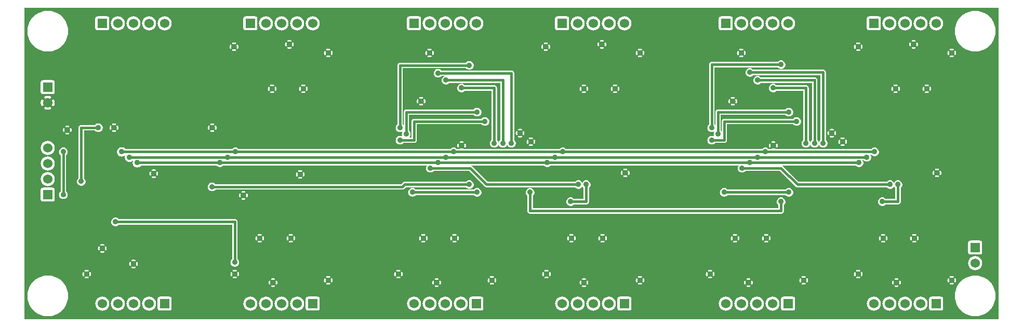
<source format=gbr>
G04 start of page 9 for group 16 layer_idx 1 *
G04 Title: (unknown), bottom_copper *
G04 Creator: pcb-rnd 1.2.7 *
G04 CreationDate: 2018-01-15 01:16:43 UTC *
G04 For: newell *
G04 Format: Gerber/RS-274X *
G04 PCB-Dimensions: 625000 200000 *
G04 PCB-Coordinate-Origin: lower left *
%MOIN*%
%FSLAX25Y25*%
%LNBOTTOM*%
%ADD60C,0.1181*%
%ADD59C,0.0280*%
%ADD58C,0.0200*%
%ADD57C,0.0360*%
%ADD56C,0.0600*%
%ADD55C,0.0150*%
%ADD54C,0.0001*%
G54D54*G36*
X268246Y156250D02*X269960D01*
X269632Y156171D01*
X269225Y156003D01*
X268849Y155772D01*
X268514Y155486D01*
X268246Y155172D01*
Y156250D01*
G37*
G36*
X282730Y151750D02*X305250D01*
Y115188D01*
X305014Y114986D01*
X304728Y114651D01*
X304497Y114275D01*
X304329Y113868D01*
X304250Y113540D01*
X304171Y113868D01*
X304003Y114275D01*
X303772Y114651D01*
X303486Y114986D01*
X303250Y115188D01*
Y148431D01*
X303255Y148500D01*
X303234Y148775D01*
X303169Y149042D01*
X303064Y149297D01*
X302920Y149532D01*
X302741Y149741D01*
X302532Y149920D01*
X302297Y150064D01*
X302042Y150169D01*
X301775Y150234D01*
X301774Y150234D01*
X301500Y150255D01*
X301431Y150250D01*
X282730D01*
Y151750D01*
G37*
G36*
X609980Y200000D02*X625000D01*
Y0D01*
X609980D01*
Y1900D01*
X610000Y1899D01*
X612049Y2060D01*
X614049Y2540D01*
X615948Y3327D01*
X617701Y4401D01*
X619264Y5736D01*
X620599Y7299D01*
X621673Y9052D01*
X622460Y10951D01*
X622940Y12951D01*
X623061Y15000D01*
X622940Y17049D01*
X622460Y19049D01*
X621673Y20948D01*
X620599Y22701D01*
X619264Y24264D01*
X617701Y25599D01*
X615948Y26673D01*
X614049Y27460D01*
X612049Y27940D01*
X610000Y28101D01*
X609980Y28100D01*
Y31488D01*
X610000Y31486D01*
X610706Y31542D01*
X611395Y31707D01*
X612049Y31978D01*
X612653Y32348D01*
X613192Y32808D01*
X613652Y33347D01*
X614022Y33951D01*
X614293Y34605D01*
X614458Y35294D01*
X614500Y36000D01*
X614458Y36706D01*
X614293Y37395D01*
X614022Y38049D01*
X613652Y38653D01*
X613192Y39192D01*
X612653Y39652D01*
X612049Y40022D01*
X611395Y40293D01*
X610706Y40458D01*
X610000Y40514D01*
X609980Y40512D01*
Y41500D01*
X613000D01*
X613235Y41514D01*
X613465Y41569D01*
X613683Y41659D01*
X613884Y41783D01*
X614064Y41936D01*
X614217Y42116D01*
X614341Y42317D01*
X614431Y42535D01*
X614486Y42765D01*
X614500Y43000D01*
Y49000D01*
X614486Y49235D01*
X614431Y49465D01*
X614341Y49683D01*
X614217Y49884D01*
X614064Y50064D01*
X613884Y50217D01*
X613683Y50341D01*
X613465Y50431D01*
X613235Y50486D01*
X613000Y50500D01*
X609980D01*
Y171900D01*
X610000Y171899D01*
X612049Y172060D01*
X614049Y172540D01*
X615948Y173327D01*
X617701Y174401D01*
X619264Y175736D01*
X620599Y177299D01*
X621673Y179052D01*
X622460Y180951D01*
X622940Y182951D01*
X623061Y185000D01*
X622940Y187049D01*
X622460Y189049D01*
X621673Y190948D01*
X620599Y192701D01*
X619264Y194264D01*
X617701Y195599D01*
X615948Y196673D01*
X614049Y197460D01*
X612049Y197940D01*
X610000Y198101D01*
X609980Y198100D01*
Y200000D01*
G37*
G36*
X490000Y151750D02*X505250D01*
Y115188D01*
X505014Y114986D01*
X504728Y114651D01*
X504497Y114275D01*
X504329Y113868D01*
X504250Y113540D01*
X504171Y113868D01*
X504003Y114275D01*
X503772Y114651D01*
X503486Y114986D01*
X503250Y115188D01*
Y148431D01*
X503255Y148500D01*
X503234Y148775D01*
X503169Y149042D01*
X503064Y149297D01*
X502920Y149532D01*
X502741Y149741D01*
X502532Y149920D01*
X502297Y150064D01*
X502042Y150169D01*
X501775Y150234D01*
X501774Y150234D01*
X501500Y150255D01*
X501431Y150250D01*
X490000D01*
Y151750D01*
G37*
G36*
Y156750D02*X510750D01*
Y115188D01*
X510514Y114986D01*
X510228Y114651D01*
X509997Y114275D01*
X509829Y113868D01*
X509750Y113540D01*
X509671Y113868D01*
X509503Y114275D01*
X509272Y114651D01*
X508986Y114986D01*
X508750Y115188D01*
Y153431D01*
X508755Y153500D01*
X508734Y153775D01*
X508669Y154042D01*
X508564Y154297D01*
X508420Y154532D01*
X508241Y154741D01*
X508032Y154920D01*
X507797Y155064D01*
X507542Y155169D01*
X507275Y155234D01*
X507000Y155255D01*
X506931Y155250D01*
X490000D01*
Y156750D01*
G37*
G36*
X597230Y12243D02*X597540Y10951D01*
X598327Y9052D01*
X599401Y7299D01*
X600736Y5736D01*
X602299Y4401D01*
X604052Y3327D01*
X605951Y2540D01*
X607951Y2060D01*
X609980Y1900D01*
Y0D01*
X597230D01*
Y12243D01*
G37*
G36*
Y182243D02*X597540Y180951D01*
X598327Y179052D01*
X599401Y177299D01*
X600736Y175736D01*
X602299Y174401D01*
X604052Y173327D01*
X605951Y172540D01*
X607951Y172060D01*
X609980Y171900D01*
Y50500D01*
X607000D01*
X606765Y50486D01*
X606535Y50431D01*
X606317Y50341D01*
X606116Y50217D01*
X605936Y50064D01*
X605783Y49884D01*
X605659Y49683D01*
X605569Y49465D01*
X605514Y49235D01*
X605500Y49000D01*
Y43000D01*
X605514Y42765D01*
X605569Y42535D01*
X605659Y42317D01*
X605783Y42116D01*
X605936Y41936D01*
X606116Y41783D01*
X606317Y41659D01*
X606535Y41569D01*
X606765Y41514D01*
X607000Y41500D01*
X609980D01*
Y40512D01*
X609294Y40458D01*
X608605Y40293D01*
X607951Y40022D01*
X607347Y39652D01*
X606808Y39192D01*
X606348Y38653D01*
X605978Y38049D01*
X605707Y37395D01*
X605542Y36706D01*
X605486Y36000D01*
X605542Y35294D01*
X605707Y34605D01*
X605978Y33951D01*
X606348Y33347D01*
X606808Y32808D01*
X607347Y32348D01*
X607951Y31978D01*
X608605Y31707D01*
X609294Y31542D01*
X609980Y31488D01*
Y28100D01*
X607951Y27940D01*
X605951Y27460D01*
X604052Y26673D01*
X602299Y25599D01*
X600736Y24264D01*
X599401Y22701D01*
X598327Y20948D01*
X597540Y19049D01*
X597230Y17757D01*
Y23714D01*
X597298Y23728D01*
X597371Y23755D01*
X597440Y23794D01*
X597502Y23843D01*
X597555Y23901D01*
X597598Y23966D01*
X597630Y24038D01*
X597706Y24271D01*
X597760Y24511D01*
X597792Y24755D01*
X597803Y25000D01*
X597792Y25245D01*
X597760Y25489D01*
X597706Y25729D01*
X597632Y25963D01*
X597600Y26035D01*
X597556Y26100D01*
X597503Y26159D01*
X597441Y26208D01*
X597372Y26246D01*
X597298Y26274D01*
X597230Y26288D01*
Y169714D01*
X597298Y169728D01*
X597371Y169755D01*
X597440Y169794D01*
X597502Y169843D01*
X597555Y169901D01*
X597598Y169966D01*
X597630Y170038D01*
X597706Y170271D01*
X597760Y170511D01*
X597792Y170755D01*
X597803Y171000D01*
X597792Y171245D01*
X597760Y171489D01*
X597706Y171729D01*
X597632Y171963D01*
X597600Y172035D01*
X597556Y172100D01*
X597503Y172159D01*
X597441Y172208D01*
X597372Y172246D01*
X597298Y172274D01*
X597230Y172288D01*
Y182243D01*
G37*
G36*
Y200000D02*X609980D01*
Y198100D01*
X607951Y197940D01*
X605951Y197460D01*
X604052Y196673D01*
X602299Y195599D01*
X600736Y194264D01*
X599401Y192701D01*
X598327Y190948D01*
X597540Y189049D01*
X597230Y187757D01*
Y200000D01*
G37*
G36*
X595001D02*X597230D01*
Y187757D01*
X597060Y187049D01*
X596899Y185000D01*
X597060Y182951D01*
X597230Y182243D01*
Y172288D01*
X597221Y172290D01*
X597142Y172293D01*
X597063Y172284D01*
X596987Y172263D01*
X596915Y172230D01*
X596850Y172186D01*
X596791Y172133D01*
X596742Y172071D01*
X596704Y172002D01*
X596676Y171928D01*
X596660Y171851D01*
X596657Y171772D01*
X596666Y171693D01*
X596689Y171618D01*
X596738Y171468D01*
X596772Y171314D01*
X596793Y171158D01*
X596800Y171000D01*
X596793Y170842D01*
X596772Y170686D01*
X596738Y170532D01*
X596690Y170382D01*
X596668Y170306D01*
X596659Y170228D01*
X596662Y170150D01*
X596678Y170073D01*
X596705Y169999D01*
X596744Y169930D01*
X596793Y169869D01*
X596851Y169815D01*
X596916Y169772D01*
X596988Y169739D01*
X597064Y169718D01*
X597142Y169709D01*
X597220Y169712D01*
X597230Y169714D01*
Y26288D01*
X597221Y26290D01*
X597142Y26293D01*
X597063Y26284D01*
X596987Y26263D01*
X596915Y26230D01*
X596850Y26186D01*
X596791Y26133D01*
X596742Y26071D01*
X596704Y26002D01*
X596676Y25928D01*
X596660Y25851D01*
X596657Y25772D01*
X596666Y25693D01*
X596689Y25618D01*
X596738Y25468D01*
X596772Y25314D01*
X596793Y25158D01*
X596800Y25000D01*
X596793Y24842D01*
X596772Y24686D01*
X596738Y24532D01*
X596690Y24382D01*
X596668Y24306D01*
X596659Y24228D01*
X596662Y24150D01*
X596678Y24073D01*
X596705Y23999D01*
X596744Y23930D01*
X596793Y23869D01*
X596851Y23815D01*
X596916Y23772D01*
X596988Y23739D01*
X597064Y23718D01*
X597142Y23709D01*
X597220Y23712D01*
X597230Y23714D01*
Y17757D01*
X597060Y17049D01*
X596899Y15000D01*
X597060Y12951D01*
X597230Y12243D01*
Y0D01*
X595001D01*
Y22197D01*
X595245Y22208D01*
X595489Y22240D01*
X595729Y22294D01*
X595963Y22368D01*
X596035Y22400D01*
X596100Y22444D01*
X596159Y22497D01*
X596208Y22559D01*
X596246Y22628D01*
X596274Y22702D01*
X596290Y22779D01*
X596293Y22858D01*
X596284Y22937D01*
X596263Y23013D01*
X596230Y23085D01*
X596186Y23150D01*
X596133Y23209D01*
X596071Y23258D01*
X596002Y23296D01*
X595928Y23324D01*
X595851Y23340D01*
X595772Y23343D01*
X595693Y23334D01*
X595618Y23311D01*
X595468Y23262D01*
X595314Y23228D01*
X595158Y23207D01*
X595001Y23200D01*
Y26800D01*
X595158Y26793D01*
X595314Y26772D01*
X595468Y26738D01*
X595618Y26690D01*
X595694Y26668D01*
X595772Y26659D01*
X595850Y26662D01*
X595928Y26678D01*
X596001Y26705D01*
X596070Y26744D01*
X596131Y26793D01*
X596185Y26851D01*
X596228Y26916D01*
X596261Y26988D01*
X596282Y27064D01*
X596291Y27142D01*
X596288Y27220D01*
X596272Y27298D01*
X596245Y27371D01*
X596206Y27440D01*
X596157Y27502D01*
X596099Y27555D01*
X596034Y27598D01*
X595962Y27630D01*
X595729Y27706D01*
X595489Y27760D01*
X595245Y27792D01*
X595001Y27803D01*
Y168197D01*
X595245Y168208D01*
X595489Y168240D01*
X595729Y168294D01*
X595963Y168368D01*
X596035Y168400D01*
X596100Y168444D01*
X596159Y168497D01*
X596208Y168559D01*
X596246Y168628D01*
X596274Y168702D01*
X596290Y168779D01*
X596293Y168858D01*
X596284Y168937D01*
X596263Y169013D01*
X596230Y169085D01*
X596186Y169150D01*
X596133Y169209D01*
X596071Y169258D01*
X596002Y169296D01*
X595928Y169324D01*
X595851Y169340D01*
X595772Y169343D01*
X595693Y169334D01*
X595618Y169311D01*
X595468Y169262D01*
X595314Y169228D01*
X595158Y169207D01*
X595001Y169200D01*
Y172800D01*
X595158Y172793D01*
X595314Y172772D01*
X595468Y172738D01*
X595618Y172690D01*
X595694Y172668D01*
X595772Y172659D01*
X595850Y172662D01*
X595928Y172678D01*
X596001Y172705D01*
X596070Y172744D01*
X596131Y172793D01*
X596185Y172851D01*
X596228Y172916D01*
X596261Y172988D01*
X596282Y173064D01*
X596291Y173142D01*
X596288Y173220D01*
X596272Y173298D01*
X596245Y173371D01*
X596206Y173440D01*
X596157Y173502D01*
X596099Y173555D01*
X596034Y173598D01*
X595962Y173630D01*
X595729Y173706D01*
X595489Y173760D01*
X595245Y173792D01*
X595001Y173803D01*
Y200000D01*
G37*
G36*
X592770D02*X595001D01*
Y173803D01*
X595000Y173803D01*
X594755Y173792D01*
X594511Y173760D01*
X594271Y173706D01*
X594037Y173632D01*
X593965Y173600D01*
X593900Y173556D01*
X593841Y173503D01*
X593792Y173441D01*
X593754Y173372D01*
X593726Y173298D01*
X593710Y173221D01*
X593707Y173142D01*
X593716Y173063D01*
X593737Y172987D01*
X593770Y172915D01*
X593814Y172850D01*
X593867Y172791D01*
X593929Y172742D01*
X593998Y172704D01*
X594072Y172676D01*
X594149Y172660D01*
X594228Y172657D01*
X594307Y172666D01*
X594382Y172689D01*
X594532Y172738D01*
X594686Y172772D01*
X594842Y172793D01*
X595000Y172800D01*
X595001Y172800D01*
Y169200D01*
X595000Y169200D01*
X594842Y169207D01*
X594686Y169228D01*
X594532Y169262D01*
X594382Y169310D01*
X594306Y169332D01*
X594228Y169341D01*
X594150Y169338D01*
X594073Y169322D01*
X593999Y169295D01*
X593930Y169256D01*
X593869Y169207D01*
X593815Y169149D01*
X593772Y169084D01*
X593739Y169012D01*
X593718Y168936D01*
X593709Y168858D01*
X593712Y168780D01*
X593728Y168702D01*
X593755Y168629D01*
X593794Y168560D01*
X593843Y168498D01*
X593901Y168445D01*
X593966Y168402D01*
X594038Y168370D01*
X594271Y168294D01*
X594511Y168240D01*
X594755Y168208D01*
X595000Y168197D01*
X595001Y168197D01*
Y27803D01*
X595000Y27803D01*
X594755Y27792D01*
X594511Y27760D01*
X594271Y27706D01*
X594037Y27632D01*
X593965Y27600D01*
X593900Y27556D01*
X593841Y27503D01*
X593792Y27441D01*
X593754Y27372D01*
X593726Y27298D01*
X593710Y27221D01*
X593707Y27142D01*
X593716Y27063D01*
X593737Y26987D01*
X593770Y26915D01*
X593814Y26850D01*
X593867Y26791D01*
X593929Y26742D01*
X593998Y26704D01*
X594072Y26676D01*
X594149Y26660D01*
X594228Y26657D01*
X594307Y26666D01*
X594382Y26689D01*
X594532Y26738D01*
X594686Y26772D01*
X594842Y26793D01*
X595000Y26800D01*
X595001Y26800D01*
Y23200D01*
X595000Y23200D01*
X594842Y23207D01*
X594686Y23228D01*
X594532Y23262D01*
X594382Y23310D01*
X594306Y23332D01*
X594228Y23341D01*
X594150Y23338D01*
X594073Y23322D01*
X593999Y23295D01*
X593930Y23256D01*
X593869Y23207D01*
X593815Y23149D01*
X593772Y23084D01*
X593739Y23012D01*
X593718Y22936D01*
X593709Y22858D01*
X593712Y22780D01*
X593728Y22702D01*
X593755Y22629D01*
X593794Y22560D01*
X593843Y22498D01*
X593901Y22445D01*
X593966Y22402D01*
X594038Y22370D01*
X594271Y22294D01*
X594511Y22240D01*
X594755Y22208D01*
X595000Y22197D01*
X595001Y22197D01*
Y0D01*
X592770D01*
Y23712D01*
X592779Y23710D01*
X592858Y23707D01*
X592937Y23716D01*
X593013Y23737D01*
X593085Y23770D01*
X593150Y23814D01*
X593209Y23867D01*
X593258Y23929D01*
X593296Y23998D01*
X593324Y24072D01*
X593340Y24149D01*
X593343Y24228D01*
X593334Y24307D01*
X593311Y24382D01*
X593262Y24532D01*
X593228Y24686D01*
X593207Y24842D01*
X593200Y25000D01*
X593207Y25158D01*
X593228Y25314D01*
X593262Y25468D01*
X593310Y25618D01*
X593332Y25694D01*
X593341Y25772D01*
X593338Y25850D01*
X593322Y25927D01*
X593295Y26001D01*
X593256Y26070D01*
X593207Y26131D01*
X593149Y26185D01*
X593084Y26228D01*
X593012Y26261D01*
X592936Y26282D01*
X592858Y26291D01*
X592780Y26288D01*
X592770Y26286D01*
Y169712D01*
X592779Y169710D01*
X592858Y169707D01*
X592937Y169716D01*
X593013Y169737D01*
X593085Y169770D01*
X593150Y169814D01*
X593209Y169867D01*
X593258Y169929D01*
X593296Y169998D01*
X593324Y170072D01*
X593340Y170149D01*
X593343Y170228D01*
X593334Y170307D01*
X593311Y170382D01*
X593262Y170532D01*
X593228Y170686D01*
X593207Y170842D01*
X593200Y171000D01*
X593207Y171158D01*
X593228Y171314D01*
X593262Y171468D01*
X593310Y171618D01*
X593332Y171694D01*
X593341Y171772D01*
X593338Y171850D01*
X593322Y171927D01*
X593295Y172001D01*
X593256Y172070D01*
X593207Y172131D01*
X593149Y172185D01*
X593084Y172228D01*
X593012Y172261D01*
X592936Y172282D01*
X592858Y172291D01*
X592780Y172288D01*
X592770Y172286D01*
Y200000D01*
G37*
G36*
X587730D02*X592770D01*
Y172286D01*
X592702Y172272D01*
X592629Y172245D01*
X592560Y172206D01*
X592498Y172157D01*
X592445Y172099D01*
X592402Y172034D01*
X592370Y171962D01*
X592294Y171729D01*
X592240Y171489D01*
X592208Y171245D01*
X592197Y171000D01*
X592208Y170755D01*
X592240Y170511D01*
X592294Y170271D01*
X592368Y170037D01*
X592400Y169965D01*
X592444Y169900D01*
X592497Y169841D01*
X592559Y169792D01*
X592628Y169754D01*
X592702Y169726D01*
X592770Y169712D01*
Y26286D01*
X592702Y26272D01*
X592629Y26245D01*
X592560Y26206D01*
X592498Y26157D01*
X592445Y26099D01*
X592402Y26034D01*
X592370Y25962D01*
X592294Y25729D01*
X592240Y25489D01*
X592208Y25245D01*
X592197Y25000D01*
X592208Y24755D01*
X592240Y24511D01*
X592294Y24271D01*
X592368Y24037D01*
X592400Y23965D01*
X592444Y23900D01*
X592497Y23841D01*
X592559Y23792D01*
X592628Y23754D01*
X592702Y23726D01*
X592770Y23712D01*
Y0D01*
X587730D01*
Y5500D01*
X588000D01*
X588235Y5514D01*
X588465Y5569D01*
X588683Y5659D01*
X588884Y5783D01*
X589064Y5936D01*
X589217Y6116D01*
X589341Y6317D01*
X589431Y6535D01*
X589486Y6765D01*
X589500Y7000D01*
Y13000D01*
X589486Y13235D01*
X589431Y13465D01*
X589341Y13683D01*
X589217Y13884D01*
X589064Y14064D01*
X588884Y14217D01*
X588683Y14341D01*
X588465Y14431D01*
X588235Y14486D01*
X588000Y14500D01*
X587730D01*
Y92714D01*
X587798Y92728D01*
X587871Y92755D01*
X587940Y92794D01*
X588002Y92843D01*
X588055Y92901D01*
X588098Y92966D01*
X588130Y93038D01*
X588206Y93271D01*
X588260Y93511D01*
X588292Y93755D01*
X588303Y94000D01*
X588292Y94245D01*
X588260Y94489D01*
X588206Y94729D01*
X588132Y94963D01*
X588100Y95035D01*
X588056Y95100D01*
X588003Y95159D01*
X587941Y95208D01*
X587872Y95246D01*
X587798Y95274D01*
X587730Y95288D01*
Y186414D01*
X588192Y186808D01*
X588652Y187347D01*
X589022Y187951D01*
X589293Y188605D01*
X589458Y189294D01*
X589500Y190000D01*
X589458Y190706D01*
X589293Y191395D01*
X589022Y192049D01*
X588652Y192653D01*
X588192Y193192D01*
X587730Y193586D01*
Y200000D01*
G37*
G36*
Y14500D02*X585000D01*
Y91243D01*
X585011Y91240D01*
X585255Y91208D01*
X585500Y91197D01*
X585745Y91208D01*
X585989Y91240D01*
X586229Y91294D01*
X586463Y91368D01*
X586535Y91400D01*
X586600Y91444D01*
X586659Y91497D01*
X586708Y91559D01*
X586746Y91628D01*
X586774Y91702D01*
X586790Y91779D01*
X586793Y91858D01*
X586784Y91937D01*
X586763Y92013D01*
X586730Y92085D01*
X586686Y92150D01*
X586633Y92209D01*
X586571Y92258D01*
X586502Y92296D01*
X586428Y92324D01*
X586351Y92340D01*
X586272Y92343D01*
X586193Y92334D01*
X586118Y92311D01*
X585968Y92262D01*
X585814Y92228D01*
X585658Y92207D01*
X585500Y92200D01*
X585342Y92207D01*
X585186Y92228D01*
X585032Y92262D01*
X585000Y92272D01*
Y95728D01*
X585032Y95738D01*
X585186Y95772D01*
X585342Y95793D01*
X585500Y95800D01*
X585658Y95793D01*
X585814Y95772D01*
X585968Y95738D01*
X586118Y95690D01*
X586194Y95668D01*
X586272Y95659D01*
X586350Y95662D01*
X586428Y95678D01*
X586501Y95705D01*
X586570Y95744D01*
X586631Y95793D01*
X586685Y95851D01*
X586728Y95916D01*
X586761Y95988D01*
X586782Y96064D01*
X586791Y96142D01*
X586788Y96220D01*
X586772Y96298D01*
X586745Y96371D01*
X586706Y96440D01*
X586657Y96502D01*
X586599Y96555D01*
X586534Y96598D01*
X586462Y96630D01*
X586229Y96706D01*
X585989Y96760D01*
X585745Y96792D01*
X585500Y96803D01*
X585255Y96792D01*
X585011Y96760D01*
X585000Y96757D01*
Y185486D01*
X585706Y185542D01*
X586395Y185707D01*
X587049Y185978D01*
X587653Y186348D01*
X587730Y186414D01*
Y95288D01*
X587721Y95290D01*
X587642Y95293D01*
X587563Y95284D01*
X587487Y95263D01*
X587415Y95230D01*
X587350Y95186D01*
X587291Y95133D01*
X587242Y95071D01*
X587204Y95002D01*
X587176Y94928D01*
X587160Y94851D01*
X587157Y94772D01*
X587166Y94693D01*
X587189Y94618D01*
X587238Y94468D01*
X587272Y94314D01*
X587293Y94158D01*
X587300Y94000D01*
X587293Y93842D01*
X587272Y93686D01*
X587238Y93532D01*
X587190Y93382D01*
X587168Y93306D01*
X587159Y93228D01*
X587162Y93150D01*
X587178Y93073D01*
X587205Y92999D01*
X587244Y92930D01*
X587293Y92869D01*
X587351Y92815D01*
X587416Y92772D01*
X587488Y92739D01*
X587564Y92718D01*
X587642Y92709D01*
X587720Y92712D01*
X587730Y92714D01*
Y14500D01*
G37*
G36*
Y0D02*X585000D01*
Y5500D01*
X587730D01*
Y0D01*
G37*
G36*
X585000Y200000D02*X587730D01*
Y193586D01*
X587653Y193652D01*
X587049Y194022D01*
X586395Y194293D01*
X585706Y194458D01*
X585000Y194514D01*
Y200000D01*
G37*
G36*
X581230Y5713D02*X581317Y5659D01*
X581535Y5569D01*
X581765Y5514D01*
X582000Y5500D01*
X585000D01*
Y0D01*
X581230D01*
Y5713D01*
G37*
G36*
X583270Y185846D02*X583605Y185707D01*
X584294Y185542D01*
X585000Y185486D01*
Y96757D01*
X584771Y96706D01*
X584537Y96632D01*
X584465Y96600D01*
X584400Y96556D01*
X584341Y96503D01*
X584292Y96441D01*
X584254Y96372D01*
X584226Y96298D01*
X584210Y96221D01*
X584207Y96142D01*
X584216Y96063D01*
X584237Y95987D01*
X584270Y95915D01*
X584314Y95850D01*
X584367Y95791D01*
X584429Y95742D01*
X584498Y95704D01*
X584572Y95676D01*
X584649Y95660D01*
X584728Y95657D01*
X584807Y95666D01*
X584882Y95689D01*
X585000Y95728D01*
Y92272D01*
X584882Y92310D01*
X584806Y92332D01*
X584728Y92341D01*
X584650Y92338D01*
X584573Y92322D01*
X584499Y92295D01*
X584430Y92256D01*
X584369Y92207D01*
X584315Y92149D01*
X584272Y92084D01*
X584239Y92012D01*
X584218Y91936D01*
X584209Y91858D01*
X584212Y91780D01*
X584228Y91702D01*
X584255Y91629D01*
X584294Y91560D01*
X584343Y91498D01*
X584401Y91445D01*
X584466Y91402D01*
X584538Y91370D01*
X584771Y91294D01*
X585000Y91243D01*
Y14500D01*
X583270D01*
Y92712D01*
X583279Y92710D01*
X583358Y92707D01*
X583437Y92716D01*
X583513Y92737D01*
X583585Y92770D01*
X583650Y92814D01*
X583709Y92867D01*
X583758Y92929D01*
X583796Y92998D01*
X583824Y93072D01*
X583840Y93149D01*
X583843Y93228D01*
X583834Y93307D01*
X583811Y93382D01*
X583762Y93532D01*
X583728Y93686D01*
X583707Y93842D01*
X583700Y94000D01*
X583707Y94158D01*
X583728Y94314D01*
X583762Y94468D01*
X583810Y94618D01*
X583832Y94694D01*
X583841Y94772D01*
X583838Y94850D01*
X583822Y94927D01*
X583795Y95001D01*
X583756Y95070D01*
X583707Y95131D01*
X583649Y95185D01*
X583584Y95228D01*
X583512Y95261D01*
X583436Y95282D01*
X583358Y95291D01*
X583280Y95288D01*
X583270Y95286D01*
Y185846D01*
G37*
G36*
X581230Y187540D02*X581348Y187347D01*
X581808Y186808D01*
X582347Y186348D01*
X582951Y185978D01*
X583270Y185846D01*
Y95286D01*
X583202Y95272D01*
X583129Y95245D01*
X583060Y95206D01*
X582998Y95157D01*
X582945Y95099D01*
X582902Y95034D01*
X582870Y94962D01*
X582794Y94729D01*
X582740Y94489D01*
X582708Y94245D01*
X582697Y94000D01*
X582708Y93755D01*
X582740Y93511D01*
X582794Y93271D01*
X582868Y93037D01*
X582900Y92965D01*
X582944Y92900D01*
X582997Y92841D01*
X583059Y92792D01*
X583128Y92754D01*
X583202Y92726D01*
X583270Y92712D01*
Y14500D01*
X582000D01*
X581765Y14486D01*
X581535Y14431D01*
X581317Y14341D01*
X581230Y14287D01*
Y146714D01*
X581298Y146728D01*
X581371Y146755D01*
X581440Y146794D01*
X581502Y146843D01*
X581555Y146901D01*
X581598Y146966D01*
X581630Y147038D01*
X581706Y147271D01*
X581760Y147511D01*
X581792Y147755D01*
X581803Y148000D01*
X581792Y148245D01*
X581760Y148489D01*
X581706Y148729D01*
X581632Y148963D01*
X581600Y149035D01*
X581556Y149100D01*
X581503Y149159D01*
X581441Y149208D01*
X581372Y149246D01*
X581298Y149274D01*
X581230Y149288D01*
Y187540D01*
G37*
G36*
Y200000D02*X585000D01*
Y194514D01*
X584294Y194458D01*
X583605Y194293D01*
X582951Y194022D01*
X582347Y193652D01*
X581808Y193192D01*
X581348Y192653D01*
X581230Y192460D01*
Y200000D01*
G37*
G36*
X579001D02*X581230D01*
Y192460D01*
X580978Y192049D01*
X580707Y191395D01*
X580542Y190706D01*
X580486Y190000D01*
X580542Y189294D01*
X580707Y188605D01*
X580978Y187951D01*
X581230Y187540D01*
Y149288D01*
X581221Y149290D01*
X581142Y149293D01*
X581063Y149284D01*
X580987Y149263D01*
X580915Y149230D01*
X580850Y149186D01*
X580791Y149133D01*
X580742Y149071D01*
X580704Y149002D01*
X580676Y148928D01*
X580660Y148851D01*
X580657Y148772D01*
X580666Y148693D01*
X580689Y148618D01*
X580738Y148468D01*
X580772Y148314D01*
X580793Y148158D01*
X580800Y148000D01*
X580793Y147842D01*
X580772Y147686D01*
X580738Y147532D01*
X580690Y147382D01*
X580668Y147306D01*
X580659Y147228D01*
X580662Y147150D01*
X580678Y147073D01*
X580705Y146999D01*
X580744Y146930D01*
X580793Y146869D01*
X580851Y146815D01*
X580916Y146772D01*
X580988Y146739D01*
X581064Y146718D01*
X581142Y146709D01*
X581220Y146712D01*
X581230Y146714D01*
Y14287D01*
X581116Y14217D01*
X580936Y14064D01*
X580783Y13884D01*
X580659Y13683D01*
X580569Y13465D01*
X580514Y13235D01*
X580500Y13000D01*
Y7000D01*
X580514Y6765D01*
X580569Y6535D01*
X580659Y6317D01*
X580783Y6116D01*
X580936Y5936D01*
X581116Y5783D01*
X581230Y5713D01*
Y0D01*
X579001D01*
Y7916D01*
X579022Y7951D01*
X579293Y8605D01*
X579458Y9294D01*
X579500Y10000D01*
X579458Y10706D01*
X579293Y11395D01*
X579022Y12049D01*
X579001Y12084D01*
Y145197D01*
X579245Y145208D01*
X579489Y145240D01*
X579729Y145294D01*
X579963Y145368D01*
X580035Y145400D01*
X580100Y145444D01*
X580159Y145497D01*
X580208Y145559D01*
X580246Y145628D01*
X580274Y145702D01*
X580290Y145779D01*
X580293Y145858D01*
X580284Y145937D01*
X580263Y146013D01*
X580230Y146085D01*
X580186Y146150D01*
X580133Y146209D01*
X580071Y146258D01*
X580002Y146296D01*
X579928Y146324D01*
X579851Y146340D01*
X579772Y146343D01*
X579693Y146334D01*
X579618Y146311D01*
X579468Y146262D01*
X579314Y146228D01*
X579158Y146207D01*
X579001Y146200D01*
Y149800D01*
X579158Y149793D01*
X579314Y149772D01*
X579468Y149738D01*
X579618Y149690D01*
X579694Y149668D01*
X579772Y149659D01*
X579850Y149662D01*
X579928Y149678D01*
X580001Y149705D01*
X580070Y149744D01*
X580131Y149793D01*
X580185Y149851D01*
X580228Y149916D01*
X580261Y149988D01*
X580282Y150064D01*
X580291Y150142D01*
X580288Y150220D01*
X580272Y150298D01*
X580245Y150371D01*
X580206Y150440D01*
X580157Y150502D01*
X580099Y150555D01*
X580034Y150598D01*
X579962Y150630D01*
X579729Y150706D01*
X579489Y150760D01*
X579245Y150792D01*
X579001Y150803D01*
Y187916D01*
X579022Y187951D01*
X579293Y188605D01*
X579458Y189294D01*
X579500Y190000D01*
X579458Y190706D01*
X579293Y191395D01*
X579022Y192049D01*
X579001Y192084D01*
Y200000D01*
G37*
G36*
Y12084D02*X578652Y12653D01*
X578192Y13192D01*
X577653Y13652D01*
X577049Y14022D01*
X576770Y14138D01*
Y146712D01*
X576779Y146710D01*
X576858Y146707D01*
X576937Y146716D01*
X577013Y146737D01*
X577085Y146770D01*
X577150Y146814D01*
X577209Y146867D01*
X577258Y146929D01*
X577296Y146998D01*
X577324Y147072D01*
X577340Y147149D01*
X577343Y147228D01*
X577334Y147307D01*
X577311Y147382D01*
X577262Y147532D01*
X577228Y147686D01*
X577207Y147842D01*
X577200Y148000D01*
X577207Y148158D01*
X577228Y148314D01*
X577262Y148468D01*
X577310Y148618D01*
X577332Y148694D01*
X577341Y148772D01*
X577338Y148850D01*
X577322Y148927D01*
X577295Y149001D01*
X577256Y149070D01*
X577207Y149131D01*
X577149Y149185D01*
X577084Y149228D01*
X577012Y149261D01*
X576936Y149282D01*
X576858Y149291D01*
X576780Y149288D01*
X576770Y149286D01*
Y185862D01*
X577049Y185978D01*
X577653Y186348D01*
X578192Y186808D01*
X578652Y187347D01*
X579001Y187916D01*
Y150803D01*
X579000Y150803D01*
X578755Y150792D01*
X578511Y150760D01*
X578271Y150706D01*
X578037Y150632D01*
X577965Y150600D01*
X577900Y150556D01*
X577841Y150503D01*
X577792Y150441D01*
X577754Y150372D01*
X577726Y150298D01*
X577710Y150221D01*
X577707Y150142D01*
X577716Y150063D01*
X577737Y149987D01*
X577770Y149915D01*
X577814Y149850D01*
X577867Y149791D01*
X577929Y149742D01*
X577998Y149704D01*
X578072Y149676D01*
X578149Y149660D01*
X578228Y149657D01*
X578307Y149666D01*
X578382Y149689D01*
X578532Y149738D01*
X578686Y149772D01*
X578842Y149793D01*
X579000Y149800D01*
X579001Y149800D01*
Y146200D01*
X579000Y146200D01*
X578842Y146207D01*
X578686Y146228D01*
X578532Y146262D01*
X578382Y146310D01*
X578306Y146332D01*
X578228Y146341D01*
X578150Y146338D01*
X578073Y146322D01*
X577999Y146295D01*
X577930Y146256D01*
X577869Y146207D01*
X577815Y146149D01*
X577772Y146084D01*
X577739Y146012D01*
X577718Y145936D01*
X577709Y145858D01*
X577712Y145780D01*
X577728Y145702D01*
X577755Y145629D01*
X577794Y145560D01*
X577843Y145498D01*
X577901Y145445D01*
X577966Y145402D01*
X578038Y145370D01*
X578271Y145294D01*
X578511Y145240D01*
X578755Y145208D01*
X579000Y145197D01*
X579001Y145197D01*
Y12084D01*
G37*
G36*
X576770Y14138D02*X576395Y14293D01*
X575706Y14458D01*
X575000Y14514D01*
X574993Y14513D01*
Y185487D01*
X575000Y185486D01*
X575706Y185542D01*
X576395Y185707D01*
X576770Y185862D01*
Y149286D01*
X576702Y149272D01*
X576629Y149245D01*
X576560Y149206D01*
X576498Y149157D01*
X576445Y149099D01*
X576402Y149034D01*
X576370Y148962D01*
X576294Y148729D01*
X576240Y148489D01*
X576208Y148245D01*
X576197Y148000D01*
X576208Y147755D01*
X576240Y147511D01*
X576294Y147271D01*
X576368Y147037D01*
X576400Y146965D01*
X576444Y146900D01*
X576497Y146841D01*
X576559Y146792D01*
X576628Y146754D01*
X576702Y146726D01*
X576770Y146712D01*
Y14138D01*
G37*
G36*
X579001Y0D02*X574993D01*
Y5487D01*
X575000Y5486D01*
X575706Y5542D01*
X576395Y5707D01*
X577049Y5978D01*
X577653Y6348D01*
X578192Y6808D01*
X578652Y7347D01*
X579001Y7916D01*
Y0D01*
G37*
G36*
X574993Y200000D02*X579001D01*
Y192084D01*
X578652Y192653D01*
X578192Y193192D01*
X577653Y193652D01*
X577049Y194022D01*
X576395Y194293D01*
X575706Y194458D01*
X575000Y194514D01*
X574993Y194513D01*
Y200000D01*
G37*
G36*
X570501Y9813D02*X570542Y9294D01*
X570707Y8605D01*
X570978Y7951D01*
X571348Y7347D01*
X571808Y6808D01*
X572347Y6348D01*
X572951Y5978D01*
X573605Y5707D01*
X574294Y5542D01*
X574993Y5487D01*
Y0D01*
X570501D01*
Y9813D01*
G37*
G36*
X572730Y52493D02*X572738Y52468D01*
X572772Y52314D01*
X572793Y52158D01*
X572800Y52000D01*
X572793Y51842D01*
X572772Y51686D01*
X572738Y51532D01*
X572730Y51506D01*
Y52493D01*
G37*
G36*
Y186113D02*X572951Y185978D01*
X573605Y185707D01*
X574294Y185542D01*
X574993Y185487D01*
Y14513D01*
X574294Y14458D01*
X573605Y14293D01*
X572951Y14022D01*
X572730Y13887D01*
Y50955D01*
X572744Y50930D01*
X572793Y50869D01*
X572851Y50815D01*
X572916Y50772D01*
X572988Y50739D01*
X573064Y50718D01*
X573142Y50709D01*
X573220Y50712D01*
X573298Y50728D01*
X573371Y50755D01*
X573440Y50794D01*
X573502Y50843D01*
X573555Y50901D01*
X573598Y50966D01*
X573630Y51038D01*
X573706Y51271D01*
X573760Y51511D01*
X573792Y51755D01*
X573803Y52000D01*
X573792Y52245D01*
X573760Y52489D01*
X573706Y52729D01*
X573632Y52963D01*
X573600Y53035D01*
X573556Y53100D01*
X573503Y53159D01*
X573441Y53208D01*
X573372Y53246D01*
X573298Y53274D01*
X573221Y53290D01*
X573142Y53293D01*
X573063Y53284D01*
X572987Y53263D01*
X572915Y53230D01*
X572850Y53186D01*
X572791Y53133D01*
X572742Y53071D01*
X572730Y53049D01*
Y175214D01*
X572798Y175228D01*
X572871Y175255D01*
X572940Y175294D01*
X573002Y175343D01*
X573055Y175401D01*
X573098Y175466D01*
X573130Y175538D01*
X573206Y175771D01*
X573260Y176011D01*
X573292Y176255D01*
X573303Y176500D01*
X573292Y176745D01*
X573260Y176989D01*
X573206Y177229D01*
X573132Y177463D01*
X573100Y177535D01*
X573056Y177600D01*
X573003Y177659D01*
X572941Y177708D01*
X572872Y177746D01*
X572798Y177774D01*
X572730Y177788D01*
Y186113D01*
G37*
G36*
X570501Y189813D02*X570542Y189294D01*
X570707Y188605D01*
X570978Y187951D01*
X571348Y187347D01*
X571808Y186808D01*
X572347Y186348D01*
X572730Y186113D01*
Y177788D01*
X572721Y177790D01*
X572642Y177793D01*
X572563Y177784D01*
X572487Y177763D01*
X572415Y177730D01*
X572350Y177686D01*
X572291Y177633D01*
X572242Y177571D01*
X572204Y177502D01*
X572176Y177428D01*
X572160Y177351D01*
X572157Y177272D01*
X572166Y177193D01*
X572189Y177118D01*
X572238Y176968D01*
X572272Y176814D01*
X572293Y176658D01*
X572300Y176500D01*
X572293Y176342D01*
X572272Y176186D01*
X572238Y176032D01*
X572190Y175882D01*
X572168Y175806D01*
X572159Y175728D01*
X572162Y175650D01*
X572178Y175573D01*
X572205Y175499D01*
X572244Y175430D01*
X572293Y175369D01*
X572351Y175315D01*
X572416Y175272D01*
X572488Y175239D01*
X572564Y175218D01*
X572642Y175209D01*
X572720Y175212D01*
X572730Y175214D01*
Y53049D01*
X572704Y53002D01*
X572676Y52928D01*
X572660Y52851D01*
X572657Y52772D01*
X572666Y52693D01*
X572689Y52618D01*
X572730Y52493D01*
Y51506D01*
X572690Y51382D01*
X572668Y51306D01*
X572659Y51228D01*
X572662Y51150D01*
X572678Y51073D01*
X572705Y50999D01*
X572730Y50955D01*
Y13887D01*
X572347Y13652D01*
X571808Y13192D01*
X571348Y12653D01*
X570978Y12049D01*
X570707Y11395D01*
X570542Y10706D01*
X570501Y10187D01*
Y49243D01*
X570511Y49240D01*
X570755Y49208D01*
X571000Y49197D01*
X571245Y49208D01*
X571489Y49240D01*
X571729Y49294D01*
X571963Y49368D01*
X572035Y49400D01*
X572100Y49444D01*
X572159Y49497D01*
X572208Y49559D01*
X572246Y49628D01*
X572274Y49702D01*
X572290Y49779D01*
X572293Y49858D01*
X572284Y49937D01*
X572263Y50013D01*
X572230Y50085D01*
X572186Y50150D01*
X572133Y50209D01*
X572071Y50258D01*
X572002Y50296D01*
X571928Y50324D01*
X571851Y50340D01*
X571772Y50343D01*
X571693Y50334D01*
X571618Y50311D01*
X571468Y50262D01*
X571314Y50228D01*
X571158Y50207D01*
X571000Y50200D01*
X570842Y50207D01*
X570686Y50228D01*
X570532Y50262D01*
X570501Y50272D01*
Y53728D01*
X570532Y53738D01*
X570686Y53772D01*
X570842Y53793D01*
X571000Y53800D01*
X571158Y53793D01*
X571314Y53772D01*
X571468Y53738D01*
X571618Y53690D01*
X571694Y53668D01*
X571772Y53659D01*
X571850Y53662D01*
X571928Y53678D01*
X572001Y53705D01*
X572070Y53744D01*
X572131Y53793D01*
X572185Y53851D01*
X572228Y53916D01*
X572261Y53988D01*
X572282Y54064D01*
X572291Y54142D01*
X572288Y54220D01*
X572272Y54298D01*
X572245Y54371D01*
X572206Y54440D01*
X572157Y54502D01*
X572099Y54555D01*
X572034Y54598D01*
X571962Y54630D01*
X571729Y54706D01*
X571489Y54760D01*
X571245Y54792D01*
X571000Y54803D01*
X570755Y54792D01*
X570511Y54760D01*
X570501Y54757D01*
Y173697D01*
X570745Y173708D01*
X570989Y173740D01*
X571229Y173794D01*
X571463Y173868D01*
X571535Y173900D01*
X571600Y173944D01*
X571659Y173997D01*
X571708Y174059D01*
X571746Y174128D01*
X571774Y174202D01*
X571790Y174279D01*
X571793Y174358D01*
X571784Y174437D01*
X571763Y174513D01*
X571730Y174585D01*
X571686Y174650D01*
X571633Y174709D01*
X571571Y174758D01*
X571502Y174796D01*
X571428Y174824D01*
X571351Y174840D01*
X571272Y174843D01*
X571193Y174834D01*
X571118Y174811D01*
X570968Y174762D01*
X570814Y174728D01*
X570658Y174707D01*
X570501Y174700D01*
Y178300D01*
X570658Y178293D01*
X570814Y178272D01*
X570968Y178238D01*
X571118Y178190D01*
X571194Y178168D01*
X571272Y178159D01*
X571350Y178162D01*
X571428Y178178D01*
X571501Y178205D01*
X571570Y178244D01*
X571631Y178293D01*
X571685Y178351D01*
X571728Y178416D01*
X571761Y178488D01*
X571782Y178564D01*
X571791Y178642D01*
X571788Y178720D01*
X571772Y178798D01*
X571745Y178871D01*
X571706Y178940D01*
X571657Y179002D01*
X571599Y179055D01*
X571534Y179098D01*
X571462Y179130D01*
X571229Y179206D01*
X570989Y179260D01*
X570745Y179292D01*
X570501Y179303D01*
Y189813D01*
G37*
G36*
Y200000D02*X574993D01*
Y194513D01*
X574294Y194458D01*
X573605Y194293D01*
X572951Y194022D01*
X572347Y193652D01*
X571808Y193192D01*
X571348Y192653D01*
X570978Y192049D01*
X570707Y191395D01*
X570542Y190706D01*
X570501Y190187D01*
Y200000D01*
G37*
G36*
X568270D02*X570501D01*
Y190187D01*
X570486Y190000D01*
X570501Y189813D01*
Y179303D01*
X570500Y179303D01*
X570255Y179292D01*
X570011Y179260D01*
X569771Y179206D01*
X569537Y179132D01*
X569465Y179100D01*
X569400Y179056D01*
X569341Y179003D01*
X569292Y178941D01*
X569254Y178872D01*
X569226Y178798D01*
X569210Y178721D01*
X569207Y178642D01*
X569216Y178563D01*
X569237Y178487D01*
X569270Y178415D01*
X569314Y178350D01*
X569367Y178291D01*
X569429Y178242D01*
X569498Y178204D01*
X569572Y178176D01*
X569649Y178160D01*
X569728Y178157D01*
X569807Y178166D01*
X569882Y178189D01*
X570032Y178238D01*
X570186Y178272D01*
X570342Y178293D01*
X570500Y178300D01*
X570501Y178300D01*
Y174700D01*
X570500Y174700D01*
X570342Y174707D01*
X570186Y174728D01*
X570032Y174762D01*
X569882Y174810D01*
X569806Y174832D01*
X569728Y174841D01*
X569650Y174838D01*
X569573Y174822D01*
X569499Y174795D01*
X569430Y174756D01*
X569369Y174707D01*
X569315Y174649D01*
X569272Y174584D01*
X569239Y174512D01*
X569218Y174436D01*
X569209Y174358D01*
X569212Y174280D01*
X569228Y174202D01*
X569255Y174129D01*
X569294Y174060D01*
X569343Y173998D01*
X569401Y173945D01*
X569466Y173902D01*
X569538Y173870D01*
X569771Y173794D01*
X570011Y173740D01*
X570255Y173708D01*
X570500Y173697D01*
X570501Y173697D01*
Y54757D01*
X570271Y54706D01*
X570037Y54632D01*
X569965Y54600D01*
X569900Y54556D01*
X569841Y54503D01*
X569792Y54441D01*
X569754Y54372D01*
X569726Y54298D01*
X569710Y54221D01*
X569707Y54142D01*
X569716Y54063D01*
X569737Y53987D01*
X569770Y53915D01*
X569814Y53850D01*
X569867Y53791D01*
X569929Y53742D01*
X569998Y53704D01*
X570072Y53676D01*
X570149Y53660D01*
X570228Y53657D01*
X570307Y53666D01*
X570382Y53689D01*
X570501Y53728D01*
Y50272D01*
X570382Y50310D01*
X570306Y50332D01*
X570228Y50341D01*
X570150Y50338D01*
X570073Y50322D01*
X569999Y50295D01*
X569930Y50256D01*
X569869Y50207D01*
X569815Y50149D01*
X569772Y50084D01*
X569739Y50012D01*
X569718Y49936D01*
X569709Y49858D01*
X569712Y49780D01*
X569728Y49702D01*
X569755Y49629D01*
X569794Y49560D01*
X569843Y49498D01*
X569901Y49445D01*
X569966Y49402D01*
X570038Y49370D01*
X570271Y49294D01*
X570501Y49243D01*
Y10187D01*
X570486Y10000D01*
X570501Y9813D01*
Y0D01*
X568270D01*
Y6900D01*
X568652Y7347D01*
X569022Y7951D01*
X569293Y8605D01*
X569458Y9294D01*
X569500Y10000D01*
X569458Y10706D01*
X569293Y11395D01*
X569022Y12049D01*
X568652Y12653D01*
X568270Y13100D01*
Y51377D01*
X568294Y51271D01*
X568368Y51037D01*
X568400Y50965D01*
X568444Y50900D01*
X568497Y50841D01*
X568559Y50792D01*
X568628Y50754D01*
X568702Y50726D01*
X568779Y50710D01*
X568858Y50707D01*
X568937Y50716D01*
X569013Y50737D01*
X569085Y50770D01*
X569150Y50814D01*
X569209Y50867D01*
X569258Y50929D01*
X569296Y50998D01*
X569324Y51072D01*
X569340Y51149D01*
X569343Y51228D01*
X569334Y51307D01*
X569311Y51382D01*
X569262Y51532D01*
X569228Y51686D01*
X569207Y51842D01*
X569200Y52000D01*
X569207Y52158D01*
X569228Y52314D01*
X569262Y52468D01*
X569310Y52618D01*
X569332Y52694D01*
X569341Y52772D01*
X569338Y52850D01*
X569322Y52927D01*
X569295Y53001D01*
X569256Y53070D01*
X569207Y53131D01*
X569149Y53185D01*
X569084Y53228D01*
X569012Y53261D01*
X568936Y53282D01*
X568858Y53291D01*
X568780Y53288D01*
X568702Y53272D01*
X568629Y53245D01*
X568560Y53206D01*
X568498Y53157D01*
X568445Y53099D01*
X568402Y53034D01*
X568370Y52962D01*
X568294Y52729D01*
X568270Y52623D01*
Y175212D01*
X568279Y175210D01*
X568358Y175207D01*
X568437Y175216D01*
X568513Y175237D01*
X568585Y175270D01*
X568650Y175314D01*
X568709Y175367D01*
X568758Y175429D01*
X568796Y175498D01*
X568824Y175572D01*
X568840Y175649D01*
X568843Y175728D01*
X568834Y175807D01*
X568811Y175882D01*
X568762Y176032D01*
X568728Y176186D01*
X568707Y176342D01*
X568700Y176500D01*
X568707Y176658D01*
X568728Y176814D01*
X568762Y176968D01*
X568810Y177118D01*
X568832Y177194D01*
X568841Y177272D01*
X568838Y177350D01*
X568822Y177427D01*
X568795Y177501D01*
X568756Y177570D01*
X568707Y177631D01*
X568649Y177685D01*
X568584Y177728D01*
X568512Y177761D01*
X568436Y177782D01*
X568358Y177791D01*
X568280Y177788D01*
X568270Y177786D01*
Y186900D01*
X568652Y187347D01*
X569022Y187951D01*
X569293Y188605D01*
X569458Y189294D01*
X569500Y190000D01*
X569458Y190706D01*
X569293Y191395D01*
X569022Y192049D01*
X568652Y192653D01*
X568270Y193100D01*
Y200000D01*
G37*
G36*
Y13100D02*X568192Y13192D01*
X567653Y13652D01*
X567049Y14022D01*
X566395Y14293D01*
X565706Y14458D01*
X565000Y14514D01*
X564993Y14513D01*
Y185487D01*
X565000Y185486D01*
X565706Y185542D01*
X566395Y185707D01*
X567049Y185978D01*
X567653Y186348D01*
X568192Y186808D01*
X568270Y186900D01*
Y177786D01*
X568202Y177772D01*
X568129Y177745D01*
X568060Y177706D01*
X567998Y177657D01*
X567945Y177599D01*
X567902Y177534D01*
X567870Y177462D01*
X567794Y177229D01*
X567740Y176989D01*
X567708Y176745D01*
X567697Y176500D01*
X567708Y176255D01*
X567740Y176011D01*
X567794Y175771D01*
X567868Y175537D01*
X567900Y175465D01*
X567944Y175400D01*
X567997Y175341D01*
X568059Y175292D01*
X568128Y175254D01*
X568202Y175226D01*
X568270Y175212D01*
Y52623D01*
X568240Y52489D01*
X568208Y52245D01*
X568197Y52000D01*
X568208Y51755D01*
X568240Y51511D01*
X568270Y51377D01*
Y13100D01*
G37*
G36*
Y0D02*X564993D01*
Y5487D01*
X565000Y5486D01*
X565706Y5542D01*
X566395Y5707D01*
X567049Y5978D01*
X567653Y6348D01*
X568192Y6808D01*
X568270Y6900D01*
Y0D01*
G37*
G36*
X564993Y200000D02*X568270D01*
Y193100D01*
X568192Y193192D01*
X567653Y193652D01*
X567049Y194022D01*
X566395Y194293D01*
X565706Y194458D01*
X565000Y194514D01*
X564993Y194513D01*
Y200000D01*
G37*
G36*
X554993Y83742D02*X555061Y83726D01*
X555500Y83691D01*
X555939Y83726D01*
X556368Y83829D01*
X556775Y83997D01*
X557151Y84228D01*
X557486Y84514D01*
X557772Y84849D01*
X558000Y85221D01*
X558228Y84849D01*
X558514Y84514D01*
X558750Y84312D01*
Y77250D01*
X554993D01*
Y83742D01*
G37*
G36*
X561230Y23993D02*X561238Y23968D01*
X561272Y23814D01*
X561293Y23658D01*
X561300Y23500D01*
X561293Y23342D01*
X561272Y23186D01*
X561238Y23032D01*
X561230Y23006D01*
Y23993D01*
G37*
G36*
Y7540D02*X561348Y7347D01*
X561808Y6808D01*
X562347Y6348D01*
X562951Y5978D01*
X563605Y5707D01*
X564294Y5542D01*
X564993Y5487D01*
Y0D01*
X561230D01*
Y7540D01*
G37*
G36*
Y187540D02*X561348Y187347D01*
X561808Y186808D01*
X562347Y186348D01*
X562951Y185978D01*
X563605Y185707D01*
X564294Y185542D01*
X564993Y185487D01*
Y14513D01*
X564294Y14458D01*
X563605Y14293D01*
X562951Y14022D01*
X562347Y13652D01*
X561808Y13192D01*
X561348Y12653D01*
X561230Y12460D01*
Y22455D01*
X561244Y22430D01*
X561293Y22369D01*
X561351Y22315D01*
X561416Y22272D01*
X561488Y22239D01*
X561564Y22218D01*
X561642Y22209D01*
X561720Y22212D01*
X561798Y22228D01*
X561871Y22255D01*
X561940Y22294D01*
X562002Y22343D01*
X562055Y22401D01*
X562098Y22466D01*
X562130Y22538D01*
X562206Y22771D01*
X562260Y23011D01*
X562292Y23255D01*
X562303Y23500D01*
X562292Y23745D01*
X562260Y23989D01*
X562206Y24229D01*
X562132Y24463D01*
X562100Y24535D01*
X562056Y24600D01*
X562003Y24659D01*
X561941Y24708D01*
X561872Y24746D01*
X561798Y24774D01*
X561721Y24790D01*
X561642Y24793D01*
X561563Y24784D01*
X561487Y24763D01*
X561415Y24730D01*
X561350Y24686D01*
X561291Y24633D01*
X561242Y24571D01*
X561230Y24549D01*
Y73908D01*
X561297Y73936D01*
X561532Y74080D01*
X561741Y74259D01*
X561920Y74468D01*
X562064Y74703D01*
X562169Y74958D01*
X562234Y75225D01*
X562255Y75500D01*
X562250Y75569D01*
Y84312D01*
X562486Y84514D01*
X562772Y84849D01*
X563003Y85225D01*
X563171Y85632D01*
X563274Y86061D01*
X563300Y86500D01*
X563274Y86939D01*
X563171Y87368D01*
X563003Y87775D01*
X562772Y88151D01*
X562486Y88486D01*
X562151Y88772D01*
X561775Y89003D01*
X561368Y89171D01*
X561230Y89204D01*
Y146714D01*
X561298Y146728D01*
X561371Y146755D01*
X561440Y146794D01*
X561502Y146843D01*
X561555Y146901D01*
X561598Y146966D01*
X561630Y147038D01*
X561706Y147271D01*
X561760Y147511D01*
X561792Y147755D01*
X561803Y148000D01*
X561792Y148245D01*
X561760Y148489D01*
X561706Y148729D01*
X561632Y148963D01*
X561600Y149035D01*
X561556Y149100D01*
X561503Y149159D01*
X561441Y149208D01*
X561372Y149246D01*
X561298Y149274D01*
X561230Y149288D01*
Y187540D01*
G37*
G36*
Y200000D02*X564993D01*
Y194513D01*
X564294Y194458D01*
X563605Y194293D01*
X562951Y194022D01*
X562347Y193652D01*
X561808Y193192D01*
X561348Y192653D01*
X561230Y192460D01*
Y200000D01*
G37*
G36*
Y12460D02*X560978Y12049D01*
X560707Y11395D01*
X560542Y10706D01*
X560486Y10000D01*
X560542Y9294D01*
X560707Y8605D01*
X560978Y7951D01*
X561230Y7540D01*
Y0D01*
X559001D01*
Y7916D01*
X559022Y7951D01*
X559293Y8605D01*
X559458Y9294D01*
X559500Y10000D01*
X559458Y10706D01*
X559293Y11395D01*
X559022Y12049D01*
X559001Y12084D01*
Y20743D01*
X559011Y20740D01*
X559255Y20708D01*
X559500Y20697D01*
X559745Y20708D01*
X559989Y20740D01*
X560229Y20794D01*
X560463Y20868D01*
X560535Y20900D01*
X560600Y20944D01*
X560659Y20997D01*
X560708Y21059D01*
X560746Y21128D01*
X560774Y21202D01*
X560790Y21279D01*
X560793Y21358D01*
X560784Y21437D01*
X560763Y21513D01*
X560730Y21585D01*
X560686Y21650D01*
X560633Y21709D01*
X560571Y21758D01*
X560502Y21796D01*
X560428Y21824D01*
X560351Y21840D01*
X560272Y21843D01*
X560193Y21834D01*
X560118Y21811D01*
X559968Y21762D01*
X559814Y21728D01*
X559658Y21707D01*
X559500Y21700D01*
X559342Y21707D01*
X559186Y21728D01*
X559032Y21762D01*
X559001Y21772D01*
Y25228D01*
X559032Y25238D01*
X559186Y25272D01*
X559342Y25293D01*
X559500Y25300D01*
X559658Y25293D01*
X559814Y25272D01*
X559968Y25238D01*
X560118Y25190D01*
X560194Y25168D01*
X560272Y25159D01*
X560350Y25162D01*
X560428Y25178D01*
X560501Y25205D01*
X560570Y25244D01*
X560631Y25293D01*
X560685Y25351D01*
X560728Y25416D01*
X560761Y25488D01*
X560782Y25564D01*
X560791Y25642D01*
X560788Y25720D01*
X560772Y25798D01*
X560745Y25871D01*
X560706Y25940D01*
X560657Y26002D01*
X560599Y26055D01*
X560534Y26098D01*
X560462Y26130D01*
X560229Y26206D01*
X559989Y26260D01*
X559745Y26292D01*
X559500Y26303D01*
X559255Y26292D01*
X559011Y26260D01*
X559001Y26257D01*
Y73750D01*
X560431D01*
X560500Y73745D01*
X560774Y73766D01*
X560775Y73766D01*
X561042Y73831D01*
X561230Y73908D01*
Y24549D01*
X561204Y24502D01*
X561176Y24428D01*
X561160Y24351D01*
X561157Y24272D01*
X561166Y24193D01*
X561189Y24118D01*
X561230Y23993D01*
Y23006D01*
X561190Y22882D01*
X561168Y22806D01*
X561159Y22728D01*
X561162Y22650D01*
X561178Y22573D01*
X561205Y22499D01*
X561230Y22455D01*
Y12460D01*
G37*
G36*
X559001Y200000D02*X561230D01*
Y192460D01*
X560978Y192049D01*
X560707Y191395D01*
X560542Y190706D01*
X560486Y190000D01*
X560542Y189294D01*
X560707Y188605D01*
X560978Y187951D01*
X561230Y187540D01*
Y149288D01*
X561221Y149290D01*
X561142Y149293D01*
X561063Y149284D01*
X560987Y149263D01*
X560915Y149230D01*
X560850Y149186D01*
X560791Y149133D01*
X560742Y149071D01*
X560704Y149002D01*
X560676Y148928D01*
X560660Y148851D01*
X560657Y148772D01*
X560666Y148693D01*
X560689Y148618D01*
X560738Y148468D01*
X560772Y148314D01*
X560793Y148158D01*
X560800Y148000D01*
X560793Y147842D01*
X560772Y147686D01*
X560738Y147532D01*
X560690Y147382D01*
X560668Y147306D01*
X560659Y147228D01*
X560662Y147150D01*
X560678Y147073D01*
X560705Y146999D01*
X560744Y146930D01*
X560793Y146869D01*
X560851Y146815D01*
X560916Y146772D01*
X560988Y146739D01*
X561064Y146718D01*
X561142Y146709D01*
X561220Y146712D01*
X561230Y146714D01*
Y89204D01*
X560939Y89274D01*
X560500Y89309D01*
X560061Y89274D01*
X559632Y89171D01*
X559225Y89003D01*
X559001Y88865D01*
Y145197D01*
X559245Y145208D01*
X559489Y145240D01*
X559729Y145294D01*
X559963Y145368D01*
X560035Y145400D01*
X560100Y145444D01*
X560159Y145497D01*
X560208Y145559D01*
X560246Y145628D01*
X560274Y145702D01*
X560290Y145779D01*
X560293Y145858D01*
X560284Y145937D01*
X560263Y146013D01*
X560230Y146085D01*
X560186Y146150D01*
X560133Y146209D01*
X560071Y146258D01*
X560002Y146296D01*
X559928Y146324D01*
X559851Y146340D01*
X559772Y146343D01*
X559693Y146334D01*
X559618Y146311D01*
X559468Y146262D01*
X559314Y146228D01*
X559158Y146207D01*
X559001Y146200D01*
Y149800D01*
X559158Y149793D01*
X559314Y149772D01*
X559468Y149738D01*
X559618Y149690D01*
X559694Y149668D01*
X559772Y149659D01*
X559850Y149662D01*
X559928Y149678D01*
X560001Y149705D01*
X560070Y149744D01*
X560131Y149793D01*
X560185Y149851D01*
X560228Y149916D01*
X560261Y149988D01*
X560282Y150064D01*
X560291Y150142D01*
X560288Y150220D01*
X560272Y150298D01*
X560245Y150371D01*
X560206Y150440D01*
X560157Y150502D01*
X560099Y150555D01*
X560034Y150598D01*
X559962Y150630D01*
X559729Y150706D01*
X559489Y150760D01*
X559245Y150792D01*
X559001Y150803D01*
Y187916D01*
X559022Y187951D01*
X559293Y188605D01*
X559458Y189294D01*
X559500Y190000D01*
X559458Y190706D01*
X559293Y191395D01*
X559022Y192049D01*
X559001Y192084D01*
Y200000D01*
G37*
G36*
Y88865D02*X558849Y88772D01*
X558514Y88486D01*
X558228Y88151D01*
X558000Y87779D01*
X557772Y88151D01*
X557486Y88486D01*
X557151Y88772D01*
X556775Y89003D01*
X556770Y89005D01*
Y146712D01*
X556779Y146710D01*
X556858Y146707D01*
X556937Y146716D01*
X557013Y146737D01*
X557085Y146770D01*
X557150Y146814D01*
X557209Y146867D01*
X557258Y146929D01*
X557296Y146998D01*
X557324Y147072D01*
X557340Y147149D01*
X557343Y147228D01*
X557334Y147307D01*
X557311Y147382D01*
X557262Y147532D01*
X557228Y147686D01*
X557207Y147842D01*
X557200Y148000D01*
X557207Y148158D01*
X557228Y148314D01*
X557262Y148468D01*
X557310Y148618D01*
X557332Y148694D01*
X557341Y148772D01*
X557338Y148850D01*
X557322Y148927D01*
X557295Y149001D01*
X557256Y149070D01*
X557207Y149131D01*
X557149Y149185D01*
X557084Y149228D01*
X557012Y149261D01*
X556936Y149282D01*
X556858Y149291D01*
X556780Y149288D01*
X556770Y149286D01*
Y185862D01*
X557049Y185978D01*
X557653Y186348D01*
X558192Y186808D01*
X558652Y187347D01*
X559001Y187916D01*
Y150803D01*
X559000Y150803D01*
X558755Y150792D01*
X558511Y150760D01*
X558271Y150706D01*
X558037Y150632D01*
X557965Y150600D01*
X557900Y150556D01*
X557841Y150503D01*
X557792Y150441D01*
X557754Y150372D01*
X557726Y150298D01*
X557710Y150221D01*
X557707Y150142D01*
X557716Y150063D01*
X557737Y149987D01*
X557770Y149915D01*
X557814Y149850D01*
X557867Y149791D01*
X557929Y149742D01*
X557998Y149704D01*
X558072Y149676D01*
X558149Y149660D01*
X558228Y149657D01*
X558307Y149666D01*
X558382Y149689D01*
X558532Y149738D01*
X558686Y149772D01*
X558842Y149793D01*
X559000Y149800D01*
X559001Y149800D01*
Y146200D01*
X559000Y146200D01*
X558842Y146207D01*
X558686Y146228D01*
X558532Y146262D01*
X558382Y146310D01*
X558306Y146332D01*
X558228Y146341D01*
X558150Y146338D01*
X558073Y146322D01*
X557999Y146295D01*
X557930Y146256D01*
X557869Y146207D01*
X557815Y146149D01*
X557772Y146084D01*
X557739Y146012D01*
X557718Y145936D01*
X557709Y145858D01*
X557712Y145780D01*
X557728Y145702D01*
X557755Y145629D01*
X557794Y145560D01*
X557843Y145498D01*
X557901Y145445D01*
X557966Y145402D01*
X558038Y145370D01*
X558271Y145294D01*
X558511Y145240D01*
X558755Y145208D01*
X559000Y145197D01*
X559001Y145197D01*
Y88865D01*
G37*
G36*
X556770Y89005D02*X556368Y89171D01*
X555939Y89274D01*
X555500Y89309D01*
X555061Y89274D01*
X554993Y89258D01*
Y185487D01*
X555000Y185486D01*
X555706Y185542D01*
X556395Y185707D01*
X556770Y185862D01*
Y149286D01*
X556702Y149272D01*
X556629Y149245D01*
X556560Y149206D01*
X556498Y149157D01*
X556445Y149099D01*
X556402Y149034D01*
X556370Y148962D01*
X556294Y148729D01*
X556240Y148489D01*
X556208Y148245D01*
X556197Y148000D01*
X556208Y147755D01*
X556240Y147511D01*
X556294Y147271D01*
X556368Y147037D01*
X556400Y146965D01*
X556444Y146900D01*
X556497Y146841D01*
X556559Y146792D01*
X556628Y146754D01*
X556702Y146726D01*
X556770Y146712D01*
Y89005D01*
G37*
G36*
X559001Y12084D02*X558652Y12653D01*
X558192Y13192D01*
X557653Y13652D01*
X557270Y13887D01*
Y22212D01*
X557279Y22210D01*
X557358Y22207D01*
X557437Y22216D01*
X557513Y22237D01*
X557585Y22270D01*
X557650Y22314D01*
X557709Y22367D01*
X557758Y22429D01*
X557796Y22498D01*
X557824Y22572D01*
X557840Y22649D01*
X557843Y22728D01*
X557834Y22807D01*
X557811Y22882D01*
X557762Y23032D01*
X557728Y23186D01*
X557707Y23342D01*
X557700Y23500D01*
X557707Y23658D01*
X557728Y23814D01*
X557762Y23968D01*
X557810Y24118D01*
X557832Y24194D01*
X557841Y24272D01*
X557838Y24350D01*
X557822Y24427D01*
X557795Y24501D01*
X557756Y24570D01*
X557707Y24631D01*
X557649Y24685D01*
X557584Y24728D01*
X557512Y24761D01*
X557436Y24782D01*
X557358Y24791D01*
X557280Y24788D01*
X557270Y24786D01*
Y73750D01*
X559001D01*
Y26257D01*
X558771Y26206D01*
X558537Y26132D01*
X558465Y26100D01*
X558400Y26056D01*
X558341Y26003D01*
X558292Y25941D01*
X558254Y25872D01*
X558226Y25798D01*
X558210Y25721D01*
X558207Y25642D01*
X558216Y25563D01*
X558237Y25487D01*
X558270Y25415D01*
X558314Y25350D01*
X558367Y25291D01*
X558429Y25242D01*
X558498Y25204D01*
X558572Y25176D01*
X558649Y25160D01*
X558728Y25157D01*
X558807Y25166D01*
X558882Y25189D01*
X559001Y25228D01*
Y21772D01*
X558882Y21810D01*
X558806Y21832D01*
X558728Y21841D01*
X558650Y21838D01*
X558573Y21822D01*
X558499Y21795D01*
X558430Y21756D01*
X558369Y21707D01*
X558315Y21649D01*
X558272Y21584D01*
X558239Y21512D01*
X558218Y21436D01*
X558209Y21358D01*
X558212Y21280D01*
X558228Y21202D01*
X558255Y21129D01*
X558294Y21060D01*
X558343Y20998D01*
X558401Y20945D01*
X558466Y20902D01*
X558538Y20870D01*
X558771Y20794D01*
X559001Y20743D01*
Y12084D01*
G37*
G36*
X557270Y13887D02*X557049Y14022D01*
X556395Y14293D01*
X555706Y14458D01*
X555000Y14514D01*
X554993Y14513D01*
Y73750D01*
X557270D01*
Y24786D01*
X557202Y24772D01*
X557129Y24745D01*
X557060Y24706D01*
X556998Y24657D01*
X556945Y24599D01*
X556902Y24534D01*
X556870Y24462D01*
X556794Y24229D01*
X556740Y23989D01*
X556708Y23745D01*
X556697Y23500D01*
X556708Y23255D01*
X556740Y23011D01*
X556794Y22771D01*
X556868Y22537D01*
X556900Y22465D01*
X556944Y22400D01*
X556997Y22341D01*
X557059Y22292D01*
X557128Y22254D01*
X557202Y22226D01*
X557270Y22212D01*
Y13887D01*
G37*
G36*
X559001Y0D02*X554993D01*
Y5487D01*
X555000Y5486D01*
X555706Y5542D01*
X556395Y5707D01*
X557049Y5978D01*
X557653Y6348D01*
X558192Y6808D01*
X558652Y7347D01*
X559001Y7916D01*
Y0D01*
G37*
G36*
X554993Y200000D02*X559001D01*
Y192084D01*
X558652Y192653D01*
X558192Y193192D01*
X557653Y193652D01*
X557049Y194022D01*
X556395Y194293D01*
X555706Y194458D01*
X555000Y194514D01*
X554993Y194513D01*
Y200000D01*
G37*
G36*
X553230Y73750D02*X554993D01*
Y14513D01*
X554294Y14458D01*
X553605Y14293D01*
X553230Y14138D01*
Y50714D01*
X553298Y50728D01*
X553371Y50755D01*
X553440Y50794D01*
X553502Y50843D01*
X553555Y50901D01*
X553598Y50966D01*
X553630Y51038D01*
X553706Y51271D01*
X553760Y51511D01*
X553792Y51755D01*
X553803Y52000D01*
X553792Y52245D01*
X553760Y52489D01*
X553706Y52729D01*
X553632Y52963D01*
X553600Y53035D01*
X553556Y53100D01*
X553503Y53159D01*
X553441Y53208D01*
X553372Y53246D01*
X553298Y53274D01*
X553230Y53288D01*
Y73750D01*
G37*
G36*
X551001Y72741D02*X551368Y72829D01*
X551775Y72997D01*
X552151Y73228D01*
X552486Y73514D01*
X552688Y73750D01*
X553230D01*
Y53288D01*
X553221Y53290D01*
X553142Y53293D01*
X553063Y53284D01*
X552987Y53263D01*
X552915Y53230D01*
X552850Y53186D01*
X552791Y53133D01*
X552742Y53071D01*
X552704Y53002D01*
X552676Y52928D01*
X552660Y52851D01*
X552657Y52772D01*
X552666Y52693D01*
X552689Y52618D01*
X552738Y52468D01*
X552772Y52314D01*
X552793Y52158D01*
X552800Y52000D01*
X552793Y51842D01*
X552772Y51686D01*
X552738Y51532D01*
X552690Y51382D01*
X552668Y51306D01*
X552659Y51228D01*
X552662Y51150D01*
X552678Y51073D01*
X552705Y50999D01*
X552744Y50930D01*
X552793Y50869D01*
X552851Y50815D01*
X552916Y50772D01*
X552988Y50739D01*
X553064Y50718D01*
X553142Y50709D01*
X553220Y50712D01*
X553230Y50714D01*
Y14138D01*
X552951Y14022D01*
X552347Y13652D01*
X551808Y13192D01*
X551348Y12653D01*
X551001Y12086D01*
Y49197D01*
X551245Y49208D01*
X551489Y49240D01*
X551729Y49294D01*
X551963Y49368D01*
X552035Y49400D01*
X552100Y49444D01*
X552159Y49497D01*
X552208Y49559D01*
X552246Y49628D01*
X552274Y49702D01*
X552290Y49779D01*
X552293Y49858D01*
X552284Y49937D01*
X552263Y50013D01*
X552230Y50085D01*
X552186Y50150D01*
X552133Y50209D01*
X552071Y50258D01*
X552002Y50296D01*
X551928Y50324D01*
X551851Y50340D01*
X551772Y50343D01*
X551693Y50334D01*
X551618Y50311D01*
X551468Y50262D01*
X551314Y50228D01*
X551158Y50207D01*
X551001Y50200D01*
Y53800D01*
X551158Y53793D01*
X551314Y53772D01*
X551468Y53738D01*
X551618Y53690D01*
X551694Y53668D01*
X551772Y53659D01*
X551850Y53662D01*
X551928Y53678D01*
X552001Y53705D01*
X552070Y53744D01*
X552131Y53793D01*
X552185Y53851D01*
X552228Y53916D01*
X552261Y53988D01*
X552282Y54064D01*
X552291Y54142D01*
X552288Y54220D01*
X552272Y54298D01*
X552245Y54371D01*
X552206Y54440D01*
X552157Y54502D01*
X552099Y54555D01*
X552034Y54598D01*
X551962Y54630D01*
X551729Y54706D01*
X551489Y54760D01*
X551245Y54792D01*
X551001Y54803D01*
Y72741D01*
G37*
G36*
Y84750D02*X553312D01*
X553514Y84514D01*
X553849Y84228D01*
X554225Y83997D01*
X554632Y83829D01*
X554993Y83742D01*
Y77250D01*
X552688D01*
X552486Y77486D01*
X552151Y77772D01*
X551775Y78003D01*
X551368Y78171D01*
X551001Y78259D01*
Y84750D01*
G37*
G36*
X554993Y0D02*X551001D01*
Y7914D01*
X551348Y7347D01*
X551808Y6808D01*
X552347Y6348D01*
X552951Y5978D01*
X553605Y5707D01*
X554294Y5542D01*
X554993Y5487D01*
Y0D01*
G37*
G36*
X548770Y84750D02*X551001D01*
Y78259D01*
X550939Y78274D01*
X550500Y78309D01*
X550061Y78274D01*
X549632Y78171D01*
X549225Y78003D01*
X548849Y77772D01*
X548770Y77705D01*
Y84750D01*
G37*
G36*
X551001Y0D02*X548770D01*
Y7540D01*
X549022Y7951D01*
X549293Y8605D01*
X549458Y9294D01*
X549500Y10000D01*
X549458Y10706D01*
X549293Y11395D01*
X549022Y12049D01*
X548770Y12460D01*
Y50712D01*
X548779Y50710D01*
X548858Y50707D01*
X548937Y50716D01*
X549013Y50737D01*
X549085Y50770D01*
X549150Y50814D01*
X549209Y50867D01*
X549258Y50929D01*
X549296Y50998D01*
X549324Y51072D01*
X549340Y51149D01*
X549343Y51228D01*
X549334Y51307D01*
X549311Y51382D01*
X549262Y51532D01*
X549228Y51686D01*
X549207Y51842D01*
X549200Y52000D01*
X549207Y52158D01*
X549228Y52314D01*
X549262Y52468D01*
X549310Y52618D01*
X549332Y52694D01*
X549341Y52772D01*
X549338Y52850D01*
X549322Y52927D01*
X549295Y53001D01*
X549256Y53070D01*
X549207Y53131D01*
X549149Y53185D01*
X549084Y53228D01*
X549012Y53261D01*
X548936Y53282D01*
X548858Y53291D01*
X548780Y53288D01*
X548770Y53286D01*
Y73295D01*
X548849Y73228D01*
X549225Y72997D01*
X549632Y72829D01*
X550061Y72726D01*
X550500Y72691D01*
X550939Y72726D01*
X551001Y72741D01*
Y54803D01*
X551000Y54803D01*
X550755Y54792D01*
X550511Y54760D01*
X550271Y54706D01*
X550037Y54632D01*
X549965Y54600D01*
X549900Y54556D01*
X549841Y54503D01*
X549792Y54441D01*
X549754Y54372D01*
X549726Y54298D01*
X549710Y54221D01*
X549707Y54142D01*
X549716Y54063D01*
X549737Y53987D01*
X549770Y53915D01*
X549814Y53850D01*
X549867Y53791D01*
X549929Y53742D01*
X549998Y53704D01*
X550072Y53676D01*
X550149Y53660D01*
X550228Y53657D01*
X550307Y53666D01*
X550382Y53689D01*
X550532Y53738D01*
X550686Y53772D01*
X550842Y53793D01*
X551000Y53800D01*
X551001Y53800D01*
Y50200D01*
X551000Y50200D01*
X550842Y50207D01*
X550686Y50228D01*
X550532Y50262D01*
X550382Y50310D01*
X550306Y50332D01*
X550228Y50341D01*
X550150Y50338D01*
X550073Y50322D01*
X549999Y50295D01*
X549930Y50256D01*
X549869Y50207D01*
X549815Y50149D01*
X549772Y50084D01*
X549739Y50012D01*
X549718Y49936D01*
X549709Y49858D01*
X549712Y49780D01*
X549728Y49702D01*
X549755Y49629D01*
X549794Y49560D01*
X549843Y49498D01*
X549901Y49445D01*
X549966Y49402D01*
X550038Y49370D01*
X550271Y49294D01*
X550511Y49240D01*
X550755Y49208D01*
X551000Y49197D01*
X551001Y49197D01*
Y12086D01*
X550978Y12049D01*
X550707Y11395D01*
X550542Y10706D01*
X550486Y10000D01*
X550542Y9294D01*
X550707Y8605D01*
X550978Y7951D01*
X551001Y7914D01*
Y0D01*
G37*
G36*
X548770Y12460D02*X548652Y12653D01*
X548192Y13192D01*
X547653Y13652D01*
X547049Y14022D01*
X546395Y14293D01*
X545706Y14458D01*
X545000Y14514D01*
X544993Y14513D01*
Y84750D01*
X548770D01*
Y77705D01*
X548514Y77486D01*
X548228Y77151D01*
X547997Y76775D01*
X547829Y76368D01*
X547726Y75939D01*
X547691Y75500D01*
X547726Y75061D01*
X547829Y74632D01*
X547997Y74225D01*
X548228Y73849D01*
X548514Y73514D01*
X548770Y73295D01*
Y53286D01*
X548702Y53272D01*
X548629Y53245D01*
X548560Y53206D01*
X548498Y53157D01*
X548445Y53099D01*
X548402Y53034D01*
X548370Y52962D01*
X548294Y52729D01*
X548240Y52489D01*
X548208Y52245D01*
X548197Y52000D01*
X548208Y51755D01*
X548240Y51511D01*
X548294Y51271D01*
X548368Y51037D01*
X548400Y50965D01*
X548444Y50900D01*
X548497Y50841D01*
X548559Y50792D01*
X548628Y50754D01*
X548702Y50726D01*
X548770Y50712D01*
Y12460D01*
G37*
G36*
Y0D02*X544993D01*
Y5487D01*
X545000Y5486D01*
X545706Y5542D01*
X546395Y5707D01*
X547049Y5978D01*
X547653Y6348D01*
X548192Y6808D01*
X548652Y7347D01*
X548770Y7540D01*
Y0D01*
G37*
G36*
X544993D02*X537230D01*
Y27714D01*
X537298Y27728D01*
X537371Y27755D01*
X537440Y27794D01*
X537502Y27843D01*
X537555Y27901D01*
X537598Y27966D01*
X537630Y28038D01*
X537706Y28271D01*
X537760Y28511D01*
X537792Y28755D01*
X537803Y29000D01*
X537792Y29245D01*
X537760Y29489D01*
X537706Y29729D01*
X537632Y29963D01*
X537600Y30035D01*
X537556Y30100D01*
X537503Y30159D01*
X537441Y30208D01*
X537372Y30246D01*
X537298Y30274D01*
X537230Y30288D01*
Y84750D01*
X544993D01*
Y14513D01*
X544294Y14458D01*
X543605Y14293D01*
X542951Y14022D01*
X542347Y13652D01*
X541808Y13192D01*
X541348Y12653D01*
X540978Y12049D01*
X540707Y11395D01*
X540542Y10706D01*
X540486Y10000D01*
X540542Y9294D01*
X540707Y8605D01*
X540978Y7951D01*
X541348Y7347D01*
X541808Y6808D01*
X542347Y6348D01*
X542951Y5978D01*
X543605Y5707D01*
X544294Y5542D01*
X544993Y5487D01*
Y0D01*
G37*
G36*
X537230D02*X535001D01*
Y26197D01*
X535245Y26208D01*
X535489Y26240D01*
X535729Y26294D01*
X535963Y26368D01*
X536035Y26400D01*
X536100Y26444D01*
X536159Y26497D01*
X536208Y26559D01*
X536246Y26628D01*
X536274Y26702D01*
X536290Y26779D01*
X536293Y26858D01*
X536284Y26937D01*
X536263Y27013D01*
X536230Y27085D01*
X536186Y27150D01*
X536133Y27209D01*
X536071Y27258D01*
X536002Y27296D01*
X535928Y27324D01*
X535851Y27340D01*
X535772Y27343D01*
X535693Y27334D01*
X535618Y27311D01*
X535468Y27262D01*
X535314Y27228D01*
X535158Y27207D01*
X535001Y27200D01*
Y30800D01*
X535158Y30793D01*
X535314Y30772D01*
X535468Y30738D01*
X535618Y30690D01*
X535694Y30668D01*
X535772Y30659D01*
X535850Y30662D01*
X535928Y30678D01*
X536001Y30705D01*
X536070Y30744D01*
X536131Y30793D01*
X536185Y30851D01*
X536228Y30916D01*
X536261Y30988D01*
X536282Y31064D01*
X536291Y31142D01*
X536288Y31220D01*
X536272Y31298D01*
X536245Y31371D01*
X536206Y31440D01*
X536157Y31502D01*
X536099Y31555D01*
X536034Y31598D01*
X535962Y31630D01*
X535729Y31706D01*
X535489Y31760D01*
X535245Y31792D01*
X535001Y31803D01*
Y84750D01*
X537230D01*
Y30288D01*
X537221Y30290D01*
X537142Y30293D01*
X537063Y30284D01*
X536987Y30263D01*
X536915Y30230D01*
X536850Y30186D01*
X536791Y30133D01*
X536742Y30071D01*
X536704Y30002D01*
X536676Y29928D01*
X536660Y29851D01*
X536657Y29772D01*
X536666Y29693D01*
X536689Y29618D01*
X536738Y29468D01*
X536772Y29314D01*
X536793Y29158D01*
X536800Y29000D01*
X536793Y28842D01*
X536772Y28686D01*
X536738Y28532D01*
X536690Y28382D01*
X536668Y28306D01*
X536659Y28228D01*
X536662Y28150D01*
X536678Y28073D01*
X536705Y27999D01*
X536744Y27930D01*
X536793Y27869D01*
X536851Y27815D01*
X536916Y27772D01*
X536988Y27739D01*
X537064Y27718D01*
X537142Y27709D01*
X537220Y27712D01*
X537230Y27714D01*
Y0D01*
G37*
G36*
X535001D02*X532770D01*
Y27712D01*
X532779Y27710D01*
X532858Y27707D01*
X532937Y27716D01*
X533013Y27737D01*
X533085Y27770D01*
X533150Y27814D01*
X533209Y27867D01*
X533258Y27929D01*
X533296Y27998D01*
X533324Y28072D01*
X533340Y28149D01*
X533343Y28228D01*
X533334Y28307D01*
X533311Y28382D01*
X533262Y28532D01*
X533228Y28686D01*
X533207Y28842D01*
X533200Y29000D01*
X533207Y29158D01*
X533228Y29314D01*
X533262Y29468D01*
X533310Y29618D01*
X533332Y29694D01*
X533341Y29772D01*
X533338Y29850D01*
X533322Y29927D01*
X533295Y30001D01*
X533256Y30070D01*
X533207Y30131D01*
X533149Y30185D01*
X533084Y30228D01*
X533012Y30261D01*
X532936Y30282D01*
X532858Y30291D01*
X532780Y30288D01*
X532770Y30286D01*
Y84750D01*
X535001D01*
Y31803D01*
X535000Y31803D01*
X534755Y31792D01*
X534511Y31760D01*
X534271Y31706D01*
X534037Y31632D01*
X533965Y31600D01*
X533900Y31556D01*
X533841Y31503D01*
X533792Y31441D01*
X533754Y31372D01*
X533726Y31298D01*
X533710Y31221D01*
X533707Y31142D01*
X533716Y31063D01*
X533737Y30987D01*
X533770Y30915D01*
X533814Y30850D01*
X533867Y30791D01*
X533929Y30742D01*
X533998Y30704D01*
X534072Y30676D01*
X534149Y30660D01*
X534228Y30657D01*
X534307Y30666D01*
X534382Y30689D01*
X534532Y30738D01*
X534686Y30772D01*
X534842Y30793D01*
X535000Y30800D01*
X535001Y30800D01*
Y27200D01*
X535000Y27200D01*
X534842Y27207D01*
X534686Y27228D01*
X534532Y27262D01*
X534382Y27310D01*
X534306Y27332D01*
X534228Y27341D01*
X534150Y27338D01*
X534073Y27322D01*
X533999Y27295D01*
X533930Y27256D01*
X533869Y27207D01*
X533815Y27149D01*
X533772Y27084D01*
X533739Y27012D01*
X533718Y26936D01*
X533709Y26858D01*
X533712Y26780D01*
X533728Y26702D01*
X533755Y26629D01*
X533794Y26560D01*
X533843Y26498D01*
X533901Y26445D01*
X533966Y26402D01*
X534038Y26370D01*
X534271Y26294D01*
X534511Y26240D01*
X534755Y26208D01*
X535000Y26197D01*
X535001Y26197D01*
Y0D01*
G37*
G36*
X532770D02*X502230D01*
Y23714D01*
X502298Y23728D01*
X502371Y23755D01*
X502440Y23794D01*
X502502Y23843D01*
X502555Y23901D01*
X502598Y23966D01*
X502630Y24038D01*
X502706Y24271D01*
X502760Y24511D01*
X502792Y24755D01*
X502803Y25000D01*
X502792Y25245D01*
X502760Y25489D01*
X502706Y25729D01*
X502632Y25963D01*
X502600Y26035D01*
X502556Y26100D01*
X502503Y26159D01*
X502441Y26208D01*
X502372Y26246D01*
X502298Y26274D01*
X502230Y26288D01*
Y84750D01*
X532770D01*
Y30286D01*
X532702Y30272D01*
X532629Y30245D01*
X532560Y30206D01*
X532498Y30157D01*
X532445Y30099D01*
X532402Y30034D01*
X532370Y29962D01*
X532294Y29729D01*
X532240Y29489D01*
X532208Y29245D01*
X532197Y29000D01*
X532208Y28755D01*
X532240Y28511D01*
X532294Y28271D01*
X532368Y28037D01*
X532400Y27965D01*
X532444Y27900D01*
X532497Y27841D01*
X532559Y27792D01*
X532628Y27754D01*
X532702Y27726D01*
X532770Y27712D01*
Y0D01*
G37*
G36*
X502230D02*X500001D01*
Y22197D01*
X500245Y22208D01*
X500489Y22240D01*
X500729Y22294D01*
X500963Y22368D01*
X501035Y22400D01*
X501100Y22444D01*
X501159Y22497D01*
X501208Y22559D01*
X501246Y22628D01*
X501274Y22702D01*
X501290Y22779D01*
X501293Y22858D01*
X501284Y22937D01*
X501263Y23013D01*
X501230Y23085D01*
X501186Y23150D01*
X501133Y23209D01*
X501071Y23258D01*
X501002Y23296D01*
X500928Y23324D01*
X500851Y23340D01*
X500772Y23343D01*
X500693Y23334D01*
X500618Y23311D01*
X500468Y23262D01*
X500314Y23228D01*
X500158Y23207D01*
X500001Y23200D01*
Y26800D01*
X500158Y26793D01*
X500314Y26772D01*
X500468Y26738D01*
X500618Y26690D01*
X500694Y26668D01*
X500772Y26659D01*
X500850Y26662D01*
X500927Y26678D01*
X501001Y26705D01*
X501070Y26744D01*
X501131Y26793D01*
X501185Y26851D01*
X501228Y26916D01*
X501261Y26988D01*
X501282Y27064D01*
X501291Y27142D01*
X501288Y27220D01*
X501272Y27298D01*
X501245Y27371D01*
X501206Y27440D01*
X501157Y27502D01*
X501099Y27555D01*
X501034Y27598D01*
X500962Y27630D01*
X500729Y27706D01*
X500489Y27760D01*
X500245Y27792D01*
X500001Y27803D01*
Y84750D01*
X502230D01*
Y26288D01*
X502221Y26290D01*
X502142Y26293D01*
X502063Y26284D01*
X501987Y26263D01*
X501915Y26230D01*
X501850Y26186D01*
X501791Y26133D01*
X501742Y26071D01*
X501704Y26002D01*
X501676Y25928D01*
X501660Y25851D01*
X501657Y25772D01*
X501666Y25693D01*
X501689Y25618D01*
X501738Y25468D01*
X501772Y25314D01*
X501793Y25158D01*
X501800Y25000D01*
X501793Y24842D01*
X501772Y24686D01*
X501738Y24532D01*
X501690Y24382D01*
X501668Y24306D01*
X501659Y24228D01*
X501662Y24150D01*
X501678Y24073D01*
X501705Y23999D01*
X501744Y23930D01*
X501793Y23869D01*
X501851Y23815D01*
X501916Y23772D01*
X501988Y23739D01*
X502064Y23718D01*
X502142Y23709D01*
X502220Y23712D01*
X502230Y23714D01*
Y0D01*
G37*
G36*
X500001D02*X497770D01*
Y23712D01*
X497779Y23710D01*
X497858Y23707D01*
X497937Y23716D01*
X498013Y23737D01*
X498085Y23770D01*
X498150Y23814D01*
X498209Y23867D01*
X498258Y23929D01*
X498296Y23998D01*
X498324Y24072D01*
X498340Y24149D01*
X498343Y24228D01*
X498334Y24307D01*
X498311Y24382D01*
X498262Y24532D01*
X498228Y24686D01*
X498207Y24842D01*
X498200Y25000D01*
X498207Y25158D01*
X498228Y25314D01*
X498262Y25468D01*
X498310Y25618D01*
X498332Y25694D01*
X498341Y25772D01*
X498338Y25850D01*
X498322Y25927D01*
X498295Y26001D01*
X498256Y26070D01*
X498207Y26131D01*
X498149Y26185D01*
X498084Y26228D01*
X498012Y26261D01*
X497936Y26282D01*
X497858Y26291D01*
X497780Y26288D01*
X497770Y26286D01*
Y84750D01*
X500001D01*
Y27803D01*
X500000Y27803D01*
X499755Y27792D01*
X499511Y27760D01*
X499271Y27706D01*
X499037Y27632D01*
X498965Y27600D01*
X498900Y27556D01*
X498841Y27503D01*
X498792Y27441D01*
X498754Y27372D01*
X498726Y27298D01*
X498710Y27221D01*
X498707Y27142D01*
X498716Y27063D01*
X498737Y26987D01*
X498770Y26915D01*
X498814Y26850D01*
X498867Y26791D01*
X498929Y26742D01*
X498998Y26704D01*
X499072Y26676D01*
X499149Y26660D01*
X499228Y26657D01*
X499307Y26666D01*
X499382Y26689D01*
X499532Y26738D01*
X499686Y26772D01*
X499842Y26793D01*
X500000Y26800D01*
X500001Y26800D01*
Y23200D01*
X500000Y23200D01*
X499842Y23207D01*
X499686Y23228D01*
X499532Y23262D01*
X499382Y23310D01*
X499306Y23332D01*
X499228Y23341D01*
X499150Y23338D01*
X499073Y23322D01*
X498999Y23295D01*
X498930Y23256D01*
X498869Y23207D01*
X498815Y23149D01*
X498772Y23084D01*
X498739Y23012D01*
X498718Y22936D01*
X498709Y22858D01*
X498712Y22780D01*
X498728Y22702D01*
X498755Y22629D01*
X498794Y22560D01*
X498843Y22498D01*
X498901Y22445D01*
X498966Y22402D01*
X499038Y22370D01*
X499271Y22294D01*
X499511Y22240D01*
X499755Y22208D01*
X500000Y22197D01*
X500001Y22197D01*
Y0D01*
G37*
G36*
X497770D02*X490000D01*
Y5500D01*
X493000D01*
X493235Y5514D01*
X493465Y5569D01*
X493683Y5659D01*
X493884Y5783D01*
X494064Y5936D01*
X494217Y6116D01*
X494341Y6317D01*
X494431Y6535D01*
X494486Y6765D01*
X494500Y7000D01*
Y13000D01*
X494486Y13235D01*
X494431Y13465D01*
X494341Y13683D01*
X494217Y13884D01*
X494064Y14064D01*
X493884Y14217D01*
X493683Y14341D01*
X493465Y14431D01*
X493235Y14486D01*
X493000Y14500D01*
X490000D01*
Y78740D01*
X490061Y78726D01*
X490500Y78691D01*
X490939Y78726D01*
X491368Y78829D01*
X491775Y78997D01*
X492151Y79228D01*
X492486Y79514D01*
X492772Y79849D01*
X493003Y80225D01*
X493171Y80632D01*
X493274Y81061D01*
X493300Y81500D01*
X493274Y81939D01*
X493171Y82368D01*
X493003Y82775D01*
X492772Y83151D01*
X492486Y83486D01*
X492151Y83772D01*
X491775Y84003D01*
X491368Y84171D01*
X490939Y84274D01*
X490500Y84309D01*
X490061Y84274D01*
X490000Y84260D01*
Y90025D01*
X494714Y85311D01*
X494759Y85259D01*
X494968Y85080D01*
X494968Y85080D01*
X495203Y84936D01*
X495458Y84831D01*
X495725Y84766D01*
X496000Y84745D01*
X496069Y84750D01*
X497770D01*
Y26286D01*
X497702Y26272D01*
X497629Y26245D01*
X497560Y26206D01*
X497498Y26157D01*
X497445Y26099D01*
X497402Y26034D01*
X497370Y25962D01*
X497294Y25729D01*
X497240Y25489D01*
X497208Y25245D01*
X497197Y25000D01*
X497208Y24755D01*
X497240Y24511D01*
X497294Y24271D01*
X497368Y24037D01*
X497400Y23965D01*
X497444Y23900D01*
X497497Y23841D01*
X497559Y23792D01*
X497628Y23754D01*
X497702Y23726D01*
X497770Y23712D01*
Y0D01*
G37*
G36*
X545000Y200000D02*X554993D01*
Y194513D01*
X554294Y194458D01*
X553605Y194293D01*
X552951Y194022D01*
X552347Y193652D01*
X551808Y193192D01*
X551348Y192653D01*
X550978Y192049D01*
X550707Y191395D01*
X550542Y190706D01*
X550486Y190000D01*
X550542Y189294D01*
X550707Y188605D01*
X550978Y187951D01*
X551348Y187347D01*
X551808Y186808D01*
X552347Y186348D01*
X552951Y185978D01*
X553605Y185707D01*
X554294Y185542D01*
X554993Y185487D01*
Y89258D01*
X554632Y89171D01*
X554225Y89003D01*
X553849Y88772D01*
X553514Y88486D01*
X553312Y88250D01*
X545000D01*
Y104740D01*
X545061Y104726D01*
X545500Y104691D01*
X545939Y104726D01*
X546368Y104829D01*
X546775Y104997D01*
X547151Y105228D01*
X547486Y105514D01*
X547772Y105849D01*
X548003Y106225D01*
X548171Y106632D01*
X548274Y107061D01*
X548300Y107500D01*
X548274Y107939D01*
X548171Y108368D01*
X548003Y108775D01*
X547772Y109151D01*
X547486Y109486D01*
X547151Y109772D01*
X546775Y110003D01*
X546368Y110171D01*
X545939Y110274D01*
X545500Y110309D01*
X545061Y110274D01*
X545000Y110260D01*
Y185500D01*
X548000D01*
X548235Y185514D01*
X548465Y185569D01*
X548683Y185659D01*
X548884Y185783D01*
X549064Y185936D01*
X549217Y186116D01*
X549341Y186317D01*
X549431Y186535D01*
X549486Y186765D01*
X549500Y187000D01*
Y193000D01*
X549486Y193235D01*
X549431Y193465D01*
X549341Y193683D01*
X549217Y193884D01*
X549064Y194064D01*
X548884Y194217D01*
X548683Y194341D01*
X548465Y194431D01*
X548235Y194486D01*
X548000Y194500D01*
X545000D01*
Y200000D01*
G37*
G36*
Y88250D02*X496725D01*
X490000Y94975D01*
Y98750D01*
X533312D01*
X533514Y98514D01*
X533849Y98228D01*
X534225Y97997D01*
X534632Y97829D01*
X535061Y97726D01*
X535500Y97691D01*
X535939Y97726D01*
X536368Y97829D01*
X536775Y97997D01*
X537151Y98228D01*
X537486Y98514D01*
X537772Y98849D01*
X538003Y99225D01*
X538171Y99632D01*
X538274Y100061D01*
X538300Y100500D01*
X538274Y100939D01*
X538171Y101368D01*
X538003Y101775D01*
X537772Y102151D01*
X537688Y102250D01*
X538312D01*
X538514Y102014D01*
X538849Y101728D01*
X539225Y101497D01*
X539632Y101329D01*
X540061Y101226D01*
X540500Y101191D01*
X540939Y101226D01*
X541368Y101329D01*
X541775Y101497D01*
X542151Y101728D01*
X542486Y102014D01*
X542772Y102349D01*
X543003Y102725D01*
X543171Y103132D01*
X543274Y103561D01*
X543300Y104000D01*
X543274Y104439D01*
X543171Y104868D01*
X543003Y105275D01*
X542772Y105651D01*
X542688Y105750D01*
X543312D01*
X543514Y105514D01*
X543849Y105228D01*
X544225Y104997D01*
X544632Y104829D01*
X545000Y104740D01*
Y88250D01*
G37*
G36*
X537230Y200000D02*X545000D01*
Y194500D01*
X542000D01*
X541765Y194486D01*
X541535Y194431D01*
X541317Y194341D01*
X541116Y194217D01*
X540936Y194064D01*
X540783Y193884D01*
X540659Y193683D01*
X540569Y193465D01*
X540514Y193235D01*
X540500Y193000D01*
Y187000D01*
X540514Y186765D01*
X540569Y186535D01*
X540659Y186317D01*
X540783Y186116D01*
X540936Y185936D01*
X541116Y185783D01*
X541317Y185659D01*
X541535Y185569D01*
X541765Y185514D01*
X542000Y185500D01*
X545000D01*
Y110260D01*
X544632Y110171D01*
X544225Y110003D01*
X543849Y109772D01*
X543514Y109486D01*
X543312Y109250D01*
X537230D01*
Y173714D01*
X537298Y173728D01*
X537371Y173755D01*
X537440Y173794D01*
X537502Y173843D01*
X537555Y173901D01*
X537598Y173966D01*
X537630Y174038D01*
X537706Y174271D01*
X537760Y174511D01*
X537792Y174755D01*
X537803Y175000D01*
X537792Y175245D01*
X537760Y175489D01*
X537706Y175729D01*
X537632Y175963D01*
X537600Y176035D01*
X537556Y176100D01*
X537503Y176159D01*
X537441Y176208D01*
X537372Y176246D01*
X537298Y176274D01*
X537230Y176288D01*
Y200000D01*
G37*
G36*
X535001D02*X537230D01*
Y176288D01*
X537221Y176290D01*
X537142Y176293D01*
X537063Y176284D01*
X536987Y176263D01*
X536915Y176230D01*
X536850Y176186D01*
X536791Y176133D01*
X536742Y176071D01*
X536704Y176002D01*
X536676Y175928D01*
X536660Y175851D01*
X536657Y175772D01*
X536666Y175693D01*
X536689Y175618D01*
X536738Y175468D01*
X536772Y175314D01*
X536793Y175158D01*
X536800Y175000D01*
X536793Y174842D01*
X536772Y174686D01*
X536738Y174532D01*
X536690Y174382D01*
X536668Y174306D01*
X536659Y174228D01*
X536662Y174150D01*
X536678Y174073D01*
X536705Y173999D01*
X536744Y173930D01*
X536793Y173869D01*
X536851Y173815D01*
X536916Y173772D01*
X536988Y173739D01*
X537064Y173718D01*
X537142Y173709D01*
X537220Y173712D01*
X537230Y173714D01*
Y109250D01*
X535001D01*
Y172197D01*
X535245Y172208D01*
X535489Y172240D01*
X535729Y172294D01*
X535963Y172368D01*
X536035Y172400D01*
X536100Y172444D01*
X536159Y172497D01*
X536208Y172559D01*
X536246Y172628D01*
X536274Y172702D01*
X536290Y172779D01*
X536293Y172858D01*
X536284Y172937D01*
X536263Y173013D01*
X536230Y173085D01*
X536186Y173150D01*
X536133Y173209D01*
X536071Y173258D01*
X536002Y173296D01*
X535928Y173324D01*
X535851Y173340D01*
X535772Y173343D01*
X535693Y173334D01*
X535618Y173311D01*
X535468Y173262D01*
X535314Y173228D01*
X535158Y173207D01*
X535001Y173200D01*
Y176800D01*
X535158Y176793D01*
X535314Y176772D01*
X535468Y176738D01*
X535618Y176690D01*
X535694Y176668D01*
X535772Y176659D01*
X535850Y176662D01*
X535928Y176678D01*
X536001Y176705D01*
X536070Y176744D01*
X536131Y176793D01*
X536185Y176851D01*
X536228Y176916D01*
X536261Y176988D01*
X536282Y177064D01*
X536291Y177142D01*
X536288Y177220D01*
X536272Y177298D01*
X536245Y177371D01*
X536206Y177440D01*
X536157Y177502D01*
X536099Y177555D01*
X536034Y177598D01*
X535962Y177630D01*
X535729Y177706D01*
X535489Y177760D01*
X535245Y177792D01*
X535001Y177803D01*
Y200000D01*
G37*
G36*
X532770D02*X535001D01*
Y177803D01*
X535000Y177803D01*
X534755Y177792D01*
X534511Y177760D01*
X534271Y177706D01*
X534037Y177632D01*
X533965Y177600D01*
X533900Y177556D01*
X533841Y177503D01*
X533792Y177441D01*
X533754Y177372D01*
X533726Y177298D01*
X533710Y177221D01*
X533707Y177142D01*
X533716Y177063D01*
X533737Y176987D01*
X533770Y176915D01*
X533814Y176850D01*
X533867Y176791D01*
X533929Y176742D01*
X533998Y176704D01*
X534072Y176676D01*
X534149Y176660D01*
X534228Y176657D01*
X534307Y176666D01*
X534382Y176689D01*
X534532Y176738D01*
X534686Y176772D01*
X534842Y176793D01*
X535000Y176800D01*
X535001Y176800D01*
Y173200D01*
X535000Y173200D01*
X534842Y173207D01*
X534686Y173228D01*
X534532Y173262D01*
X534382Y173310D01*
X534306Y173332D01*
X534228Y173341D01*
X534150Y173338D01*
X534073Y173322D01*
X533999Y173295D01*
X533930Y173256D01*
X533869Y173207D01*
X533815Y173149D01*
X533772Y173084D01*
X533739Y173012D01*
X533718Y172936D01*
X533709Y172858D01*
X533712Y172780D01*
X533728Y172702D01*
X533755Y172629D01*
X533794Y172560D01*
X533843Y172498D01*
X533901Y172445D01*
X533966Y172402D01*
X534038Y172370D01*
X534271Y172294D01*
X534511Y172240D01*
X534755Y172208D01*
X535000Y172197D01*
X535001Y172197D01*
Y109250D01*
X532770D01*
Y173712D01*
X532779Y173710D01*
X532858Y173707D01*
X532937Y173716D01*
X533013Y173737D01*
X533085Y173770D01*
X533150Y173814D01*
X533209Y173867D01*
X533258Y173929D01*
X533296Y173998D01*
X533324Y174072D01*
X533340Y174149D01*
X533343Y174228D01*
X533334Y174307D01*
X533311Y174382D01*
X533262Y174532D01*
X533228Y174686D01*
X533207Y174842D01*
X533200Y175000D01*
X533207Y175158D01*
X533228Y175314D01*
X533262Y175468D01*
X533310Y175618D01*
X533332Y175694D01*
X533341Y175772D01*
X533338Y175850D01*
X533322Y175927D01*
X533295Y176001D01*
X533256Y176070D01*
X533207Y176131D01*
X533149Y176185D01*
X533084Y176228D01*
X533012Y176261D01*
X532936Y176282D01*
X532858Y176291D01*
X532780Y176288D01*
X532770Y176286D01*
Y200000D01*
G37*
G36*
X527230D02*X532770D01*
Y176286D01*
X532702Y176272D01*
X532629Y176245D01*
X532560Y176206D01*
X532498Y176157D01*
X532445Y176099D01*
X532402Y176034D01*
X532370Y175962D01*
X532294Y175729D01*
X532240Y175489D01*
X532208Y175245D01*
X532197Y175000D01*
X532208Y174755D01*
X532240Y174511D01*
X532294Y174271D01*
X532368Y174037D01*
X532400Y173965D01*
X532444Y173900D01*
X532497Y173841D01*
X532559Y173792D01*
X532628Y173754D01*
X532702Y173726D01*
X532770Y173712D01*
Y109250D01*
X527230D01*
Y112714D01*
X527298Y112728D01*
X527371Y112755D01*
X527440Y112794D01*
X527502Y112843D01*
X527555Y112901D01*
X527598Y112966D01*
X527630Y113038D01*
X527706Y113271D01*
X527760Y113511D01*
X527792Y113755D01*
X527803Y114000D01*
X527792Y114245D01*
X527760Y114489D01*
X527706Y114729D01*
X527632Y114963D01*
X527600Y115035D01*
X527556Y115100D01*
X527503Y115159D01*
X527441Y115208D01*
X527372Y115246D01*
X527298Y115274D01*
X527230Y115288D01*
Y200000D01*
G37*
G36*
X525001D02*X527230D01*
Y115288D01*
X527221Y115290D01*
X527142Y115293D01*
X527063Y115284D01*
X526987Y115263D01*
X526915Y115230D01*
X526850Y115186D01*
X526791Y115133D01*
X526742Y115071D01*
X526704Y115002D01*
X526676Y114928D01*
X526660Y114851D01*
X526657Y114772D01*
X526666Y114693D01*
X526689Y114618D01*
X526738Y114468D01*
X526772Y114314D01*
X526793Y114158D01*
X526800Y114000D01*
X526793Y113842D01*
X526772Y113686D01*
X526738Y113532D01*
X526690Y113382D01*
X526668Y113306D01*
X526659Y113228D01*
X526662Y113150D01*
X526678Y113073D01*
X526705Y112999D01*
X526744Y112930D01*
X526793Y112869D01*
X526851Y112815D01*
X526916Y112772D01*
X526988Y112739D01*
X527064Y112718D01*
X527142Y112709D01*
X527220Y112712D01*
X527230Y112714D01*
Y109250D01*
X525001D01*
Y111197D01*
X525245Y111208D01*
X525489Y111240D01*
X525729Y111294D01*
X525963Y111368D01*
X526035Y111400D01*
X526100Y111444D01*
X526159Y111497D01*
X526208Y111559D01*
X526246Y111628D01*
X526274Y111702D01*
X526290Y111779D01*
X526293Y111858D01*
X526284Y111937D01*
X526263Y112013D01*
X526230Y112085D01*
X526186Y112150D01*
X526133Y112209D01*
X526071Y112258D01*
X526002Y112296D01*
X525928Y112324D01*
X525851Y112340D01*
X525772Y112343D01*
X525693Y112334D01*
X525618Y112311D01*
X525468Y112262D01*
X525314Y112228D01*
X525158Y112207D01*
X525001Y112200D01*
Y115800D01*
X525158Y115793D01*
X525314Y115772D01*
X525468Y115738D01*
X525618Y115690D01*
X525694Y115668D01*
X525772Y115659D01*
X525850Y115662D01*
X525928Y115678D01*
X526001Y115705D01*
X526070Y115744D01*
X526131Y115793D01*
X526185Y115851D01*
X526228Y115916D01*
X526261Y115988D01*
X526282Y116064D01*
X526291Y116142D01*
X526288Y116220D01*
X526272Y116298D01*
X526245Y116371D01*
X526206Y116440D01*
X526157Y116502D01*
X526099Y116555D01*
X526034Y116598D01*
X525962Y116630D01*
X525729Y116706D01*
X525489Y116760D01*
X525245Y116792D01*
X525001Y116803D01*
Y200000D01*
G37*
G36*
X522770D02*X525001D01*
Y116803D01*
X525000Y116803D01*
X524755Y116792D01*
X524511Y116760D01*
X524271Y116706D01*
X524037Y116632D01*
X523965Y116600D01*
X523900Y116556D01*
X523841Y116503D01*
X523792Y116441D01*
X523754Y116372D01*
X523726Y116298D01*
X523710Y116221D01*
X523707Y116142D01*
X523716Y116063D01*
X523737Y115987D01*
X523770Y115915D01*
X523814Y115850D01*
X523867Y115791D01*
X523929Y115742D01*
X523998Y115704D01*
X524072Y115676D01*
X524149Y115660D01*
X524228Y115657D01*
X524307Y115666D01*
X524382Y115689D01*
X524532Y115738D01*
X524686Y115772D01*
X524842Y115793D01*
X525000Y115800D01*
X525001Y115800D01*
Y112200D01*
X525000Y112200D01*
X524842Y112207D01*
X524686Y112228D01*
X524532Y112262D01*
X524382Y112310D01*
X524306Y112332D01*
X524228Y112341D01*
X524150Y112338D01*
X524073Y112322D01*
X523999Y112295D01*
X523930Y112256D01*
X523869Y112207D01*
X523815Y112149D01*
X523772Y112084D01*
X523739Y112012D01*
X523718Y111936D01*
X523709Y111858D01*
X523712Y111780D01*
X523728Y111702D01*
X523755Y111629D01*
X523794Y111560D01*
X523843Y111498D01*
X523901Y111445D01*
X523966Y111402D01*
X524038Y111370D01*
X524271Y111294D01*
X524511Y111240D01*
X524755Y111208D01*
X525000Y111197D01*
X525001Y111197D01*
Y109250D01*
X522770D01*
Y112712D01*
X522779Y112710D01*
X522858Y112707D01*
X522937Y112716D01*
X523013Y112737D01*
X523085Y112770D01*
X523150Y112814D01*
X523209Y112867D01*
X523258Y112929D01*
X523296Y112998D01*
X523324Y113072D01*
X523340Y113149D01*
X523343Y113228D01*
X523334Y113307D01*
X523311Y113382D01*
X523262Y113532D01*
X523228Y113686D01*
X523207Y113842D01*
X523200Y114000D01*
X523207Y114158D01*
X523228Y114314D01*
X523262Y114468D01*
X523310Y114618D01*
X523332Y114694D01*
X523341Y114772D01*
X523338Y114850D01*
X523322Y114927D01*
X523295Y115001D01*
X523256Y115070D01*
X523207Y115131D01*
X523149Y115185D01*
X523084Y115228D01*
X523012Y115261D01*
X522936Y115282D01*
X522858Y115291D01*
X522780Y115288D01*
X522770Y115286D01*
Y200000D01*
G37*
G36*
X520230D02*X522770D01*
Y115286D01*
X522702Y115272D01*
X522629Y115245D01*
X522560Y115206D01*
X522498Y115157D01*
X522445Y115099D01*
X522402Y115034D01*
X522370Y114962D01*
X522294Y114729D01*
X522240Y114489D01*
X522208Y114245D01*
X522197Y114000D01*
X522208Y113755D01*
X522240Y113511D01*
X522294Y113271D01*
X522368Y113037D01*
X522400Y112965D01*
X522444Y112900D01*
X522497Y112841D01*
X522559Y112792D01*
X522628Y112754D01*
X522702Y112726D01*
X522770Y112712D01*
Y109250D01*
X520230D01*
Y118214D01*
X520298Y118228D01*
X520371Y118255D01*
X520440Y118294D01*
X520502Y118343D01*
X520555Y118401D01*
X520598Y118466D01*
X520630Y118538D01*
X520706Y118771D01*
X520760Y119011D01*
X520792Y119255D01*
X520803Y119500D01*
X520792Y119745D01*
X520760Y119989D01*
X520706Y120229D01*
X520632Y120463D01*
X520600Y120535D01*
X520556Y120600D01*
X520503Y120659D01*
X520441Y120708D01*
X520372Y120746D01*
X520298Y120774D01*
X520230Y120788D01*
Y200000D01*
G37*
G36*
X518001D02*X520230D01*
Y120788D01*
X520221Y120790D01*
X520142Y120793D01*
X520063Y120784D01*
X519987Y120763D01*
X519915Y120730D01*
X519850Y120686D01*
X519791Y120633D01*
X519742Y120571D01*
X519704Y120502D01*
X519676Y120428D01*
X519660Y120351D01*
X519657Y120272D01*
X519666Y120193D01*
X519689Y120118D01*
X519738Y119968D01*
X519772Y119814D01*
X519793Y119658D01*
X519800Y119500D01*
X519793Y119342D01*
X519772Y119186D01*
X519738Y119032D01*
X519690Y118882D01*
X519668Y118806D01*
X519659Y118728D01*
X519662Y118650D01*
X519678Y118573D01*
X519705Y118499D01*
X519744Y118430D01*
X519793Y118369D01*
X519851Y118315D01*
X519916Y118272D01*
X519988Y118239D01*
X520064Y118218D01*
X520142Y118209D01*
X520220Y118212D01*
X520230Y118214D01*
Y109250D01*
X518001D01*
Y116697D01*
X518245Y116708D01*
X518489Y116740D01*
X518729Y116794D01*
X518963Y116868D01*
X519035Y116900D01*
X519100Y116944D01*
X519159Y116997D01*
X519208Y117059D01*
X519246Y117128D01*
X519274Y117202D01*
X519290Y117279D01*
X519293Y117358D01*
X519284Y117437D01*
X519263Y117513D01*
X519230Y117585D01*
X519186Y117650D01*
X519133Y117709D01*
X519071Y117758D01*
X519002Y117796D01*
X518928Y117824D01*
X518851Y117840D01*
X518772Y117843D01*
X518693Y117834D01*
X518618Y117811D01*
X518468Y117762D01*
X518314Y117728D01*
X518158Y117707D01*
X518001Y117700D01*
Y121300D01*
X518158Y121293D01*
X518314Y121272D01*
X518468Y121238D01*
X518618Y121190D01*
X518694Y121168D01*
X518772Y121159D01*
X518850Y121162D01*
X518927Y121178D01*
X519001Y121205D01*
X519070Y121244D01*
X519131Y121293D01*
X519185Y121351D01*
X519228Y121416D01*
X519261Y121488D01*
X519282Y121564D01*
X519291Y121642D01*
X519288Y121720D01*
X519272Y121798D01*
X519245Y121871D01*
X519206Y121940D01*
X519157Y122002D01*
X519099Y122055D01*
X519034Y122098D01*
X518962Y122130D01*
X518729Y122206D01*
X518489Y122260D01*
X518245Y122292D01*
X518001Y122303D01*
Y200000D01*
G37*
G36*
X515770D02*X518001D01*
Y122303D01*
X518000Y122303D01*
X517755Y122292D01*
X517511Y122260D01*
X517271Y122206D01*
X517037Y122132D01*
X516965Y122100D01*
X516900Y122056D01*
X516841Y122003D01*
X516792Y121941D01*
X516754Y121872D01*
X516726Y121798D01*
X516710Y121721D01*
X516707Y121642D01*
X516716Y121563D01*
X516737Y121487D01*
X516770Y121415D01*
X516814Y121350D01*
X516867Y121291D01*
X516929Y121242D01*
X516998Y121204D01*
X517072Y121176D01*
X517149Y121160D01*
X517228Y121157D01*
X517307Y121166D01*
X517382Y121189D01*
X517532Y121238D01*
X517686Y121272D01*
X517842Y121293D01*
X518000Y121300D01*
X518001Y121300D01*
Y117700D01*
X518000Y117700D01*
X517842Y117707D01*
X517686Y117728D01*
X517532Y117762D01*
X517382Y117810D01*
X517306Y117832D01*
X517228Y117841D01*
X517150Y117838D01*
X517073Y117822D01*
X516999Y117795D01*
X516930Y117756D01*
X516869Y117707D01*
X516815Y117649D01*
X516772Y117584D01*
X516739Y117512D01*
X516718Y117436D01*
X516709Y117358D01*
X516712Y117280D01*
X516728Y117202D01*
X516755Y117129D01*
X516794Y117060D01*
X516843Y116998D01*
X516901Y116945D01*
X516966Y116902D01*
X517038Y116870D01*
X517271Y116794D01*
X517511Y116740D01*
X517755Y116708D01*
X518000Y116697D01*
X518001Y116697D01*
Y109250D01*
X515770D01*
Y118212D01*
X515779Y118210D01*
X515858Y118207D01*
X515937Y118216D01*
X516013Y118237D01*
X516085Y118270D01*
X516150Y118314D01*
X516209Y118367D01*
X516258Y118429D01*
X516296Y118498D01*
X516324Y118572D01*
X516340Y118649D01*
X516343Y118728D01*
X516334Y118807D01*
X516311Y118882D01*
X516262Y119032D01*
X516228Y119186D01*
X516207Y119342D01*
X516200Y119500D01*
X516207Y119658D01*
X516228Y119814D01*
X516262Y119968D01*
X516310Y120118D01*
X516332Y120194D01*
X516341Y120272D01*
X516338Y120350D01*
X516322Y120427D01*
X516295Y120501D01*
X516256Y120570D01*
X516207Y120631D01*
X516149Y120685D01*
X516084Y120728D01*
X516012Y120761D01*
X515936Y120782D01*
X515858Y120791D01*
X515780Y120788D01*
X515770Y120786D01*
Y200000D01*
G37*
G36*
X490000D02*X515770D01*
Y120786D01*
X515702Y120772D01*
X515629Y120745D01*
X515560Y120706D01*
X515498Y120657D01*
X515445Y120599D01*
X515402Y120534D01*
X515370Y120462D01*
X515294Y120229D01*
X515240Y119989D01*
X515208Y119745D01*
X515197Y119500D01*
X515208Y119255D01*
X515240Y119011D01*
X515294Y118771D01*
X515368Y118537D01*
X515400Y118465D01*
X515444Y118400D01*
X515497Y118341D01*
X515559Y118292D01*
X515628Y118254D01*
X515702Y118226D01*
X515770Y118212D01*
Y109250D01*
X490000D01*
Y125250D01*
X493312D01*
X493514Y125014D01*
X493849Y124728D01*
X494225Y124497D01*
X494632Y124329D01*
X495061Y124226D01*
X495500Y124191D01*
X495939Y124226D01*
X496368Y124329D01*
X496775Y124497D01*
X497151Y124728D01*
X497486Y125014D01*
X497772Y125349D01*
X498003Y125725D01*
X498171Y126132D01*
X498274Y126561D01*
X498300Y127000D01*
X498274Y127439D01*
X498171Y127868D01*
X498003Y128275D01*
X497772Y128651D01*
X497486Y128986D01*
X497151Y129272D01*
X496775Y129503D01*
X496368Y129671D01*
X495939Y129774D01*
X495500Y129809D01*
X495061Y129774D01*
X494632Y129671D01*
X494225Y129503D01*
X493849Y129272D01*
X493514Y128986D01*
X493312Y128750D01*
X490000D01*
Y130240D01*
X490061Y130226D01*
X490500Y130191D01*
X490939Y130226D01*
X491368Y130329D01*
X491775Y130497D01*
X492151Y130728D01*
X492486Y131014D01*
X492772Y131349D01*
X493003Y131725D01*
X493171Y132132D01*
X493274Y132561D01*
X493300Y133000D01*
X493274Y133439D01*
X493171Y133868D01*
X493003Y134275D01*
X492772Y134651D01*
X492486Y134986D01*
X492151Y135272D01*
X491775Y135503D01*
X491368Y135671D01*
X490939Y135774D01*
X490500Y135809D01*
X490061Y135774D01*
X490000Y135760D01*
Y146750D01*
X499750D01*
Y115188D01*
X499514Y114986D01*
X499228Y114651D01*
X498997Y114275D01*
X498829Y113868D01*
X498726Y113439D01*
X498691Y113000D01*
X498726Y112561D01*
X498829Y112132D01*
X498997Y111725D01*
X499228Y111349D01*
X499514Y111014D01*
X499849Y110728D01*
X500225Y110497D01*
X500632Y110329D01*
X501061Y110226D01*
X501500Y110191D01*
X501939Y110226D01*
X502368Y110329D01*
X502775Y110497D01*
X503151Y110728D01*
X503486Y111014D01*
X503772Y111349D01*
X504003Y111725D01*
X504171Y112132D01*
X504250Y112460D01*
X504329Y112132D01*
X504497Y111725D01*
X504728Y111349D01*
X505014Y111014D01*
X505349Y110728D01*
X505725Y110497D01*
X506132Y110329D01*
X506561Y110226D01*
X507000Y110191D01*
X507439Y110226D01*
X507868Y110329D01*
X508275Y110497D01*
X508651Y110728D01*
X508986Y111014D01*
X509272Y111349D01*
X509503Y111725D01*
X509671Y112132D01*
X509750Y112460D01*
X509829Y112132D01*
X509997Y111725D01*
X510228Y111349D01*
X510514Y111014D01*
X510849Y110728D01*
X511225Y110497D01*
X511632Y110329D01*
X512061Y110226D01*
X512500Y110191D01*
X512939Y110226D01*
X513368Y110329D01*
X513775Y110497D01*
X514151Y110728D01*
X514486Y111014D01*
X514772Y111349D01*
X515003Y111725D01*
X515171Y112132D01*
X515274Y112561D01*
X515300Y113000D01*
X515274Y113439D01*
X515171Y113868D01*
X515003Y114275D01*
X514772Y114651D01*
X514486Y114986D01*
X514250Y115188D01*
Y158431D01*
X514255Y158500D01*
X514234Y158775D01*
X514169Y159042D01*
X514064Y159297D01*
X513920Y159532D01*
X513741Y159741D01*
X513532Y159920D01*
X513297Y160064D01*
X513042Y160169D01*
X512775Y160234D01*
X512500Y160255D01*
X512431Y160250D01*
X490000D01*
Y185486D01*
X490706Y185542D01*
X491395Y185707D01*
X492049Y185978D01*
X492653Y186348D01*
X493192Y186808D01*
X493652Y187347D01*
X494022Y187951D01*
X494293Y188605D01*
X494458Y189294D01*
X494500Y190000D01*
X494458Y190706D01*
X494293Y191395D01*
X494022Y192049D01*
X493652Y192653D01*
X493192Y193192D01*
X492653Y193652D01*
X492049Y194022D01*
X491395Y194293D01*
X490706Y194458D01*
X490000Y194514D01*
Y200000D01*
G37*
G36*
Y128750D02*X449069D01*
X449000Y128755D01*
X448725Y128734D01*
X448458Y128669D01*
X448203Y128564D01*
X447968Y128420D01*
X447759Y128241D01*
X447580Y128032D01*
X447436Y127797D01*
X447331Y127542D01*
X447266Y127275D01*
X447266Y127274D01*
X447245Y127000D01*
X447250Y126932D01*
Y120677D01*
X446986Y120986D01*
X446750Y121188D01*
Y131250D01*
X488312D01*
X488514Y131014D01*
X488849Y130728D01*
X489225Y130497D01*
X489632Y130329D01*
X490000Y130240D01*
Y128750D01*
G37*
G36*
Y94975D02*X486786Y98189D01*
X486741Y98241D01*
X486532Y98420D01*
X486297Y98564D01*
X486042Y98669D01*
X485775Y98734D01*
X485774Y98734D01*
X485568Y98750D01*
X490000D01*
Y94975D01*
G37*
G36*
X479993Y95250D02*X484775D01*
X490000Y90025D01*
Y84260D01*
X489632Y84171D01*
X489225Y84003D01*
X488849Y83772D01*
X488514Y83486D01*
X488312Y83250D01*
X479993D01*
Y95250D01*
G37*
G36*
X490000Y0D02*X479993D01*
Y5487D01*
X480000Y5486D01*
X480706Y5542D01*
X481395Y5707D01*
X482049Y5978D01*
X482653Y6348D01*
X483192Y6808D01*
X483652Y7347D01*
X484022Y7951D01*
X484293Y8605D01*
X484458Y9294D01*
X484500Y10000D01*
X484458Y10706D01*
X484293Y11395D01*
X484022Y12049D01*
X483652Y12653D01*
X483192Y13192D01*
X482653Y13652D01*
X482049Y14022D01*
X481395Y14293D01*
X480706Y14458D01*
X480000Y14514D01*
X479993Y14513D01*
Y67750D01*
X485431D01*
X485500Y67745D01*
X485774Y67766D01*
X485775Y67766D01*
X486042Y67831D01*
X486297Y67936D01*
X486532Y68080D01*
X486741Y68259D01*
X486920Y68468D01*
X487064Y68703D01*
X487169Y68958D01*
X487234Y69225D01*
X487255Y69500D01*
X487250Y69569D01*
Y73312D01*
X487486Y73514D01*
X487772Y73849D01*
X488003Y74225D01*
X488171Y74632D01*
X488274Y75061D01*
X488300Y75500D01*
X488274Y75939D01*
X488171Y76368D01*
X488003Y76775D01*
X487772Y77151D01*
X487486Y77486D01*
X487151Y77772D01*
X486775Y78003D01*
X486368Y78171D01*
X485939Y78274D01*
X485500Y78309D01*
X485061Y78274D01*
X484632Y78171D01*
X484225Y78003D01*
X483849Y77772D01*
X483514Y77486D01*
X483228Y77151D01*
X482997Y76775D01*
X482829Y76368D01*
X482726Y75939D01*
X482691Y75500D01*
X482726Y75061D01*
X482829Y74632D01*
X482997Y74225D01*
X483228Y73849D01*
X483514Y73514D01*
X483750Y73312D01*
Y71250D01*
X479993D01*
Y79750D01*
X488312D01*
X488514Y79514D01*
X488849Y79228D01*
X489225Y78997D01*
X489632Y78829D01*
X490000Y78740D01*
Y14500D01*
X487000D01*
X486765Y14486D01*
X486535Y14431D01*
X486317Y14341D01*
X486116Y14217D01*
X485936Y14064D01*
X485783Y13884D01*
X485659Y13683D01*
X485569Y13465D01*
X485514Y13235D01*
X485500Y13000D01*
Y7000D01*
X485514Y6765D01*
X485569Y6535D01*
X485659Y6317D01*
X485783Y6116D01*
X485936Y5936D01*
X486116Y5783D01*
X486317Y5659D01*
X486535Y5569D01*
X486765Y5514D01*
X487000Y5500D01*
X490000D01*
Y0D01*
G37*
G36*
X479993Y71250D02*X387730D01*
Y92714D01*
X387798Y92728D01*
X387871Y92755D01*
X387940Y92794D01*
X388002Y92843D01*
X388055Y92901D01*
X388098Y92966D01*
X388130Y93038D01*
X388206Y93271D01*
X388260Y93511D01*
X388292Y93755D01*
X388303Y94000D01*
X388292Y94245D01*
X388260Y94489D01*
X388206Y94729D01*
X388132Y94963D01*
X388100Y95035D01*
X388056Y95100D01*
X388003Y95159D01*
X387941Y95208D01*
X387872Y95246D01*
X387798Y95274D01*
X387730Y95288D01*
Y98750D01*
X458312D01*
X458228Y98651D01*
X457997Y98275D01*
X457829Y97868D01*
X457726Y97439D01*
X457691Y97000D01*
X457726Y96561D01*
X457829Y96132D01*
X457997Y95725D01*
X458228Y95349D01*
X458514Y95014D01*
X458849Y94728D01*
X459225Y94497D01*
X459632Y94329D01*
X460061Y94226D01*
X460500Y94191D01*
X460939Y94226D01*
X461368Y94329D01*
X461775Y94497D01*
X462151Y94728D01*
X462486Y95014D01*
X462688Y95250D01*
X479993D01*
Y83250D01*
X451188D01*
X450986Y83486D01*
X450651Y83772D01*
X450275Y84003D01*
X449868Y84171D01*
X449439Y84274D01*
X449000Y84309D01*
X448561Y84274D01*
X448132Y84171D01*
X447725Y84003D01*
X447349Y83772D01*
X447014Y83486D01*
X446728Y83151D01*
X446497Y82775D01*
X446329Y82368D01*
X446226Y81939D01*
X446191Y81500D01*
X446226Y81061D01*
X446329Y80632D01*
X446497Y80225D01*
X446728Y79849D01*
X447014Y79514D01*
X447349Y79228D01*
X447725Y78997D01*
X448132Y78829D01*
X448561Y78726D01*
X449000Y78691D01*
X449439Y78726D01*
X449868Y78829D01*
X450275Y78997D01*
X450651Y79228D01*
X450986Y79514D01*
X451188Y79750D01*
X479993D01*
Y71250D01*
G37*
G36*
X387730D02*X385000D01*
Y91243D01*
X385011Y91240D01*
X385255Y91208D01*
X385500Y91197D01*
X385745Y91208D01*
X385989Y91240D01*
X386229Y91294D01*
X386463Y91368D01*
X386535Y91400D01*
X386600Y91444D01*
X386659Y91497D01*
X386708Y91559D01*
X386746Y91628D01*
X386774Y91702D01*
X386790Y91779D01*
X386793Y91858D01*
X386784Y91937D01*
X386763Y92013D01*
X386730Y92085D01*
X386686Y92150D01*
X386633Y92209D01*
X386571Y92258D01*
X386502Y92296D01*
X386428Y92324D01*
X386351Y92340D01*
X386272Y92343D01*
X386193Y92334D01*
X386118Y92311D01*
X385968Y92262D01*
X385814Y92228D01*
X385658Y92207D01*
X385500Y92200D01*
X385342Y92207D01*
X385186Y92228D01*
X385032Y92262D01*
X385000Y92272D01*
Y95728D01*
X385032Y95738D01*
X385186Y95772D01*
X385342Y95793D01*
X385500Y95800D01*
X385658Y95793D01*
X385814Y95772D01*
X385968Y95738D01*
X386118Y95690D01*
X386194Y95668D01*
X386272Y95659D01*
X386350Y95662D01*
X386428Y95678D01*
X386501Y95705D01*
X386570Y95744D01*
X386631Y95793D01*
X386685Y95851D01*
X386728Y95916D01*
X386761Y95988D01*
X386782Y96064D01*
X386791Y96142D01*
X386788Y96220D01*
X386772Y96298D01*
X386745Y96371D01*
X386706Y96440D01*
X386657Y96502D01*
X386599Y96555D01*
X386534Y96598D01*
X386462Y96630D01*
X386229Y96706D01*
X385989Y96760D01*
X385745Y96792D01*
X385500Y96803D01*
X385255Y96792D01*
X385011Y96760D01*
X385000Y96757D01*
Y98750D01*
X387730D01*
Y95288D01*
X387721Y95290D01*
X387642Y95293D01*
X387563Y95284D01*
X387487Y95263D01*
X387415Y95230D01*
X387350Y95186D01*
X387291Y95133D01*
X387242Y95071D01*
X387204Y95002D01*
X387176Y94928D01*
X387160Y94851D01*
X387157Y94772D01*
X387166Y94693D01*
X387189Y94618D01*
X387238Y94468D01*
X387272Y94314D01*
X387293Y94158D01*
X387300Y94000D01*
X387293Y93842D01*
X387272Y93686D01*
X387238Y93532D01*
X387190Y93382D01*
X387168Y93306D01*
X387159Y93228D01*
X387162Y93150D01*
X387178Y93073D01*
X387205Y92999D01*
X387244Y92930D01*
X387293Y92869D01*
X387351Y92815D01*
X387416Y92772D01*
X387488Y92739D01*
X387564Y92718D01*
X387642Y92709D01*
X387720Y92712D01*
X387730Y92714D01*
Y71250D01*
G37*
G36*
X478230Y67750D02*X479993D01*
Y14513D01*
X479294Y14458D01*
X478605Y14293D01*
X478230Y14138D01*
Y50714D01*
X478298Y50728D01*
X478371Y50755D01*
X478440Y50794D01*
X478502Y50843D01*
X478555Y50901D01*
X478598Y50966D01*
X478630Y51038D01*
X478706Y51271D01*
X478760Y51511D01*
X478792Y51755D01*
X478803Y52000D01*
X478792Y52245D01*
X478760Y52489D01*
X478706Y52729D01*
X478632Y52963D01*
X478600Y53035D01*
X478556Y53100D01*
X478503Y53159D01*
X478441Y53208D01*
X478372Y53246D01*
X478298Y53274D01*
X478230Y53288D01*
Y67750D01*
G37*
G36*
X476001D02*X478230D01*
Y53288D01*
X478221Y53290D01*
X478142Y53293D01*
X478063Y53284D01*
X477987Y53263D01*
X477915Y53230D01*
X477850Y53186D01*
X477791Y53133D01*
X477742Y53071D01*
X477704Y53002D01*
X477676Y52928D01*
X477660Y52851D01*
X477657Y52772D01*
X477666Y52693D01*
X477689Y52618D01*
X477738Y52468D01*
X477772Y52314D01*
X477793Y52158D01*
X477800Y52000D01*
X477793Y51842D01*
X477772Y51686D01*
X477738Y51532D01*
X477690Y51382D01*
X477668Y51306D01*
X477659Y51228D01*
X477662Y51150D01*
X477678Y51073D01*
X477705Y50999D01*
X477744Y50930D01*
X477793Y50869D01*
X477851Y50815D01*
X477916Y50772D01*
X477988Y50739D01*
X478064Y50718D01*
X478142Y50709D01*
X478220Y50712D01*
X478230Y50714D01*
Y14138D01*
X477951Y14022D01*
X477347Y13652D01*
X476808Y13192D01*
X476348Y12653D01*
X476001Y12086D01*
Y49197D01*
X476245Y49208D01*
X476489Y49240D01*
X476729Y49294D01*
X476963Y49368D01*
X477035Y49400D01*
X477100Y49444D01*
X477159Y49497D01*
X477208Y49559D01*
X477246Y49628D01*
X477274Y49702D01*
X477290Y49779D01*
X477293Y49858D01*
X477284Y49937D01*
X477263Y50013D01*
X477230Y50085D01*
X477186Y50150D01*
X477133Y50209D01*
X477071Y50258D01*
X477002Y50296D01*
X476928Y50324D01*
X476851Y50340D01*
X476772Y50343D01*
X476693Y50334D01*
X476618Y50311D01*
X476468Y50262D01*
X476314Y50228D01*
X476158Y50207D01*
X476001Y50200D01*
Y53800D01*
X476158Y53793D01*
X476314Y53772D01*
X476468Y53738D01*
X476618Y53690D01*
X476694Y53668D01*
X476772Y53659D01*
X476850Y53662D01*
X476927Y53678D01*
X477001Y53705D01*
X477070Y53744D01*
X477131Y53793D01*
X477185Y53851D01*
X477228Y53916D01*
X477261Y53988D01*
X477282Y54064D01*
X477291Y54142D01*
X477288Y54220D01*
X477272Y54298D01*
X477245Y54371D01*
X477206Y54440D01*
X477157Y54502D01*
X477099Y54555D01*
X477034Y54598D01*
X476962Y54630D01*
X476729Y54706D01*
X476489Y54760D01*
X476245Y54792D01*
X476001Y54803D01*
Y67750D01*
G37*
G36*
X479993Y0D02*X476001D01*
Y7914D01*
X476348Y7347D01*
X476808Y6808D01*
X477347Y6348D01*
X477951Y5978D01*
X478605Y5707D01*
X479294Y5542D01*
X479993Y5487D01*
Y0D01*
G37*
G36*
X476001D02*X473770D01*
Y7540D01*
X474022Y7951D01*
X474293Y8605D01*
X474458Y9294D01*
X474500Y10000D01*
X474458Y10706D01*
X474293Y11395D01*
X474022Y12049D01*
X473770Y12460D01*
Y50712D01*
X473779Y50710D01*
X473858Y50707D01*
X473937Y50716D01*
X474013Y50737D01*
X474085Y50770D01*
X474150Y50814D01*
X474209Y50867D01*
X474258Y50929D01*
X474296Y50998D01*
X474324Y51072D01*
X474340Y51149D01*
X474343Y51228D01*
X474334Y51307D01*
X474311Y51382D01*
X474262Y51532D01*
X474228Y51686D01*
X474207Y51842D01*
X474200Y52000D01*
X474207Y52158D01*
X474228Y52314D01*
X474262Y52468D01*
X474310Y52618D01*
X474332Y52694D01*
X474341Y52772D01*
X474338Y52850D01*
X474322Y52927D01*
X474295Y53001D01*
X474256Y53070D01*
X474207Y53131D01*
X474149Y53185D01*
X474084Y53228D01*
X474012Y53261D01*
X473936Y53282D01*
X473858Y53291D01*
X473780Y53288D01*
X473770Y53286D01*
Y67750D01*
X476001D01*
Y54803D01*
X476000Y54803D01*
X475755Y54792D01*
X475511Y54760D01*
X475271Y54706D01*
X475037Y54632D01*
X474965Y54600D01*
X474900Y54556D01*
X474841Y54503D01*
X474792Y54441D01*
X474754Y54372D01*
X474726Y54298D01*
X474710Y54221D01*
X474707Y54142D01*
X474716Y54063D01*
X474737Y53987D01*
X474770Y53915D01*
X474814Y53850D01*
X474867Y53791D01*
X474929Y53742D01*
X474998Y53704D01*
X475072Y53676D01*
X475149Y53660D01*
X475228Y53657D01*
X475307Y53666D01*
X475382Y53689D01*
X475532Y53738D01*
X475686Y53772D01*
X475842Y53793D01*
X476000Y53800D01*
X476001Y53800D01*
Y50200D01*
X476000Y50200D01*
X475842Y50207D01*
X475686Y50228D01*
X475532Y50262D01*
X475382Y50310D01*
X475306Y50332D01*
X475228Y50341D01*
X475150Y50338D01*
X475073Y50322D01*
X474999Y50295D01*
X474930Y50256D01*
X474869Y50207D01*
X474815Y50149D01*
X474772Y50084D01*
X474739Y50012D01*
X474718Y49936D01*
X474709Y49858D01*
X474712Y49780D01*
X474728Y49702D01*
X474755Y49629D01*
X474794Y49560D01*
X474843Y49498D01*
X474901Y49445D01*
X474966Y49402D01*
X475038Y49370D01*
X475271Y49294D01*
X475511Y49240D01*
X475755Y49208D01*
X476000Y49197D01*
X476001Y49197D01*
Y12086D01*
X475978Y12049D01*
X475707Y11395D01*
X475542Y10706D01*
X475486Y10000D01*
X475542Y9294D01*
X475707Y8605D01*
X475978Y7951D01*
X476001Y7914D01*
Y0D01*
G37*
G36*
X473770Y12460D02*X473652Y12653D01*
X473192Y13192D01*
X472653Y13652D01*
X472049Y14022D01*
X471395Y14293D01*
X470706Y14458D01*
X470000Y14514D01*
X469993Y14513D01*
Y67750D01*
X473770D01*
Y53286D01*
X473702Y53272D01*
X473629Y53245D01*
X473560Y53206D01*
X473498Y53157D01*
X473445Y53099D01*
X473402Y53034D01*
X473370Y52962D01*
X473294Y52729D01*
X473240Y52489D01*
X473208Y52245D01*
X473197Y52000D01*
X473208Y51755D01*
X473240Y51511D01*
X473294Y51271D01*
X473368Y51037D01*
X473400Y50965D01*
X473444Y50900D01*
X473497Y50841D01*
X473559Y50792D01*
X473628Y50754D01*
X473702Y50726D01*
X473770Y50712D01*
Y12460D01*
G37*
G36*
Y0D02*X469993D01*
Y5487D01*
X470000Y5486D01*
X470706Y5542D01*
X471395Y5707D01*
X472049Y5978D01*
X472653Y6348D01*
X473192Y6808D01*
X473652Y7347D01*
X473770Y7540D01*
Y0D01*
G37*
G36*
X466730Y67750D02*X469993D01*
Y14513D01*
X469294Y14458D01*
X468605Y14293D01*
X467951Y14022D01*
X467347Y13652D01*
X466808Y13192D01*
X466730Y13100D01*
Y22214D01*
X466798Y22228D01*
X466871Y22255D01*
X466940Y22294D01*
X467002Y22343D01*
X467055Y22401D01*
X467098Y22466D01*
X467130Y22538D01*
X467206Y22771D01*
X467260Y23011D01*
X467292Y23255D01*
X467303Y23500D01*
X467292Y23745D01*
X467260Y23989D01*
X467206Y24229D01*
X467132Y24463D01*
X467100Y24535D01*
X467056Y24600D01*
X467003Y24659D01*
X466941Y24708D01*
X466872Y24746D01*
X466798Y24774D01*
X466730Y24788D01*
Y67750D01*
G37*
G36*
X469993Y0D02*X466730D01*
Y6900D01*
X466808Y6808D01*
X467347Y6348D01*
X467951Y5978D01*
X468605Y5707D01*
X469294Y5542D01*
X469993Y5487D01*
Y0D01*
G37*
G36*
X466730D02*X464501D01*
Y20697D01*
X464745Y20708D01*
X464989Y20740D01*
X465229Y20794D01*
X465463Y20868D01*
X465535Y20900D01*
X465600Y20944D01*
X465659Y20997D01*
X465708Y21059D01*
X465746Y21128D01*
X465774Y21202D01*
X465790Y21279D01*
X465793Y21358D01*
X465784Y21437D01*
X465763Y21513D01*
X465730Y21585D01*
X465686Y21650D01*
X465633Y21709D01*
X465571Y21758D01*
X465502Y21796D01*
X465428Y21824D01*
X465351Y21840D01*
X465272Y21843D01*
X465193Y21834D01*
X465118Y21811D01*
X464968Y21762D01*
X464814Y21728D01*
X464658Y21707D01*
X464501Y21700D01*
Y25300D01*
X464658Y25293D01*
X464814Y25272D01*
X464968Y25238D01*
X465118Y25190D01*
X465194Y25168D01*
X465272Y25159D01*
X465350Y25162D01*
X465427Y25178D01*
X465501Y25205D01*
X465570Y25244D01*
X465631Y25293D01*
X465685Y25351D01*
X465728Y25416D01*
X465761Y25488D01*
X465782Y25564D01*
X465791Y25642D01*
X465788Y25720D01*
X465772Y25798D01*
X465745Y25871D01*
X465706Y25940D01*
X465657Y26002D01*
X465599Y26055D01*
X465534Y26098D01*
X465462Y26130D01*
X465229Y26206D01*
X464989Y26260D01*
X464745Y26292D01*
X464501Y26303D01*
Y67750D01*
X466730D01*
Y24788D01*
X466721Y24790D01*
X466642Y24793D01*
X466563Y24784D01*
X466487Y24763D01*
X466415Y24730D01*
X466350Y24686D01*
X466291Y24633D01*
X466242Y24571D01*
X466204Y24502D01*
X466176Y24428D01*
X466160Y24351D01*
X466157Y24272D01*
X466166Y24193D01*
X466189Y24118D01*
X466238Y23968D01*
X466272Y23814D01*
X466293Y23658D01*
X466300Y23500D01*
X466293Y23342D01*
X466272Y23186D01*
X466238Y23032D01*
X466190Y22882D01*
X466168Y22806D01*
X466159Y22728D01*
X466162Y22650D01*
X466178Y22573D01*
X466205Y22499D01*
X466244Y22430D01*
X466293Y22369D01*
X466351Y22315D01*
X466416Y22272D01*
X466488Y22239D01*
X466564Y22218D01*
X466642Y22209D01*
X466720Y22212D01*
X466730Y22214D01*
Y13100D01*
X466348Y12653D01*
X465978Y12049D01*
X465707Y11395D01*
X465542Y10706D01*
X465486Y10000D01*
X465542Y9294D01*
X465707Y8605D01*
X465978Y7951D01*
X466348Y7347D01*
X466730Y6900D01*
Y0D01*
G37*
G36*
X464501D02*X462270D01*
Y6113D01*
X462653Y6348D01*
X463192Y6808D01*
X463652Y7347D01*
X464022Y7951D01*
X464293Y8605D01*
X464458Y9294D01*
X464500Y10000D01*
X464458Y10706D01*
X464293Y11395D01*
X464022Y12049D01*
X463652Y12653D01*
X463192Y13192D01*
X462653Y13652D01*
X462270Y13887D01*
Y22212D01*
X462279Y22210D01*
X462358Y22207D01*
X462437Y22216D01*
X462513Y22237D01*
X462585Y22270D01*
X462650Y22314D01*
X462709Y22367D01*
X462758Y22429D01*
X462796Y22498D01*
X462824Y22572D01*
X462840Y22649D01*
X462843Y22728D01*
X462834Y22807D01*
X462811Y22882D01*
X462762Y23032D01*
X462728Y23186D01*
X462707Y23342D01*
X462700Y23500D01*
X462707Y23658D01*
X462728Y23814D01*
X462762Y23968D01*
X462810Y24118D01*
X462832Y24194D01*
X462841Y24272D01*
X462838Y24350D01*
X462822Y24427D01*
X462795Y24501D01*
X462756Y24570D01*
X462707Y24631D01*
X462649Y24685D01*
X462584Y24728D01*
X462512Y24761D01*
X462436Y24782D01*
X462358Y24791D01*
X462280Y24788D01*
X462270Y24786D01*
Y67750D01*
X464501D01*
Y26303D01*
X464500Y26303D01*
X464255Y26292D01*
X464011Y26260D01*
X463771Y26206D01*
X463537Y26132D01*
X463465Y26100D01*
X463400Y26056D01*
X463341Y26003D01*
X463292Y25941D01*
X463254Y25872D01*
X463226Y25798D01*
X463210Y25721D01*
X463207Y25642D01*
X463216Y25563D01*
X463237Y25487D01*
X463270Y25415D01*
X463314Y25350D01*
X463367Y25291D01*
X463429Y25242D01*
X463498Y25204D01*
X463572Y25176D01*
X463649Y25160D01*
X463728Y25157D01*
X463807Y25166D01*
X463882Y25189D01*
X464032Y25238D01*
X464186Y25272D01*
X464342Y25293D01*
X464500Y25300D01*
X464501Y25300D01*
Y21700D01*
X464500Y21700D01*
X464342Y21707D01*
X464186Y21728D01*
X464032Y21762D01*
X463882Y21810D01*
X463806Y21832D01*
X463728Y21841D01*
X463650Y21838D01*
X463573Y21822D01*
X463499Y21795D01*
X463430Y21756D01*
X463369Y21707D01*
X463315Y21649D01*
X463272Y21584D01*
X463239Y21512D01*
X463218Y21436D01*
X463209Y21358D01*
X463212Y21280D01*
X463228Y21202D01*
X463255Y21129D01*
X463294Y21060D01*
X463343Y20998D01*
X463401Y20945D01*
X463466Y20902D01*
X463538Y20870D01*
X463771Y20794D01*
X464011Y20740D01*
X464255Y20708D01*
X464500Y20697D01*
X464501Y20697D01*
Y0D01*
G37*
G36*
X462270Y13887D02*X462049Y14022D01*
X461395Y14293D01*
X460706Y14458D01*
X460000Y14514D01*
X459993Y14513D01*
Y67750D01*
X462270D01*
Y24786D01*
X462202Y24772D01*
X462129Y24745D01*
X462060Y24706D01*
X461998Y24657D01*
X461945Y24599D01*
X461902Y24534D01*
X461870Y24462D01*
X461794Y24229D01*
X461740Y23989D01*
X461708Y23745D01*
X461697Y23500D01*
X461708Y23255D01*
X461740Y23011D01*
X461794Y22771D01*
X461868Y22537D01*
X461900Y22465D01*
X461944Y22400D01*
X461997Y22341D01*
X462059Y22292D01*
X462128Y22254D01*
X462202Y22226D01*
X462270Y22212D01*
Y13887D01*
G37*
G36*
Y0D02*X459993D01*
Y5487D01*
X460000Y5486D01*
X460706Y5542D01*
X461395Y5707D01*
X462049Y5978D01*
X462270Y6113D01*
Y0D01*
G37*
G36*
X458230Y67750D02*X459993D01*
Y14513D01*
X459294Y14458D01*
X458605Y14293D01*
X458230Y14138D01*
Y50714D01*
X458298Y50728D01*
X458371Y50755D01*
X458440Y50794D01*
X458502Y50843D01*
X458555Y50901D01*
X458598Y50966D01*
X458630Y51038D01*
X458706Y51271D01*
X458760Y51511D01*
X458792Y51755D01*
X458803Y52000D01*
X458792Y52245D01*
X458760Y52489D01*
X458706Y52729D01*
X458632Y52963D01*
X458600Y53035D01*
X458556Y53100D01*
X458503Y53159D01*
X458441Y53208D01*
X458372Y53246D01*
X458298Y53274D01*
X458230Y53288D01*
Y67750D01*
G37*
G36*
X456001D02*X458230D01*
Y53288D01*
X458221Y53290D01*
X458142Y53293D01*
X458063Y53284D01*
X457987Y53263D01*
X457915Y53230D01*
X457850Y53186D01*
X457791Y53133D01*
X457742Y53071D01*
X457704Y53002D01*
X457676Y52928D01*
X457660Y52851D01*
X457657Y52772D01*
X457666Y52693D01*
X457689Y52618D01*
X457738Y52468D01*
X457772Y52314D01*
X457793Y52158D01*
X457800Y52000D01*
X457793Y51842D01*
X457772Y51686D01*
X457738Y51532D01*
X457690Y51382D01*
X457668Y51306D01*
X457659Y51228D01*
X457662Y51150D01*
X457678Y51073D01*
X457705Y50999D01*
X457744Y50930D01*
X457793Y50869D01*
X457851Y50815D01*
X457916Y50772D01*
X457988Y50739D01*
X458064Y50718D01*
X458142Y50709D01*
X458220Y50712D01*
X458230Y50714D01*
Y14138D01*
X457951Y14022D01*
X457347Y13652D01*
X456808Y13192D01*
X456348Y12653D01*
X456001Y12086D01*
Y49197D01*
X456245Y49208D01*
X456489Y49240D01*
X456729Y49294D01*
X456963Y49368D01*
X457035Y49400D01*
X457100Y49444D01*
X457159Y49497D01*
X457208Y49559D01*
X457246Y49628D01*
X457274Y49702D01*
X457290Y49779D01*
X457293Y49858D01*
X457284Y49937D01*
X457263Y50013D01*
X457230Y50085D01*
X457186Y50150D01*
X457133Y50209D01*
X457071Y50258D01*
X457002Y50296D01*
X456928Y50324D01*
X456851Y50340D01*
X456772Y50343D01*
X456693Y50334D01*
X456618Y50311D01*
X456468Y50262D01*
X456314Y50228D01*
X456158Y50207D01*
X456001Y50200D01*
Y53800D01*
X456158Y53793D01*
X456314Y53772D01*
X456468Y53738D01*
X456618Y53690D01*
X456694Y53668D01*
X456772Y53659D01*
X456850Y53662D01*
X456927Y53678D01*
X457001Y53705D01*
X457070Y53744D01*
X457131Y53793D01*
X457185Y53851D01*
X457228Y53916D01*
X457261Y53988D01*
X457282Y54064D01*
X457291Y54142D01*
X457288Y54220D01*
X457272Y54298D01*
X457245Y54371D01*
X457206Y54440D01*
X457157Y54502D01*
X457099Y54555D01*
X457034Y54598D01*
X456962Y54630D01*
X456729Y54706D01*
X456489Y54760D01*
X456245Y54792D01*
X456001Y54803D01*
Y67750D01*
G37*
G36*
X459993Y0D02*X456001D01*
Y7914D01*
X456348Y7347D01*
X456808Y6808D01*
X457347Y6348D01*
X457951Y5978D01*
X458605Y5707D01*
X459294Y5542D01*
X459993Y5487D01*
Y0D01*
G37*
G36*
X456001D02*X453770D01*
Y7540D01*
X454022Y7951D01*
X454293Y8605D01*
X454458Y9294D01*
X454500Y10000D01*
X454458Y10706D01*
X454293Y11395D01*
X454022Y12049D01*
X453770Y12460D01*
Y50712D01*
X453779Y50710D01*
X453858Y50707D01*
X453937Y50716D01*
X454013Y50737D01*
X454085Y50770D01*
X454150Y50814D01*
X454209Y50867D01*
X454258Y50929D01*
X454296Y50998D01*
X454324Y51072D01*
X454340Y51149D01*
X454343Y51228D01*
X454334Y51307D01*
X454311Y51382D01*
X454262Y51532D01*
X454228Y51686D01*
X454207Y51842D01*
X454200Y52000D01*
X454207Y52158D01*
X454228Y52314D01*
X454262Y52468D01*
X454310Y52618D01*
X454332Y52694D01*
X454341Y52772D01*
X454338Y52850D01*
X454322Y52927D01*
X454295Y53001D01*
X454256Y53070D01*
X454207Y53131D01*
X454149Y53185D01*
X454084Y53228D01*
X454012Y53261D01*
X453936Y53282D01*
X453858Y53291D01*
X453780Y53288D01*
X453770Y53286D01*
Y67750D01*
X456001D01*
Y54803D01*
X456000Y54803D01*
X455755Y54792D01*
X455511Y54760D01*
X455271Y54706D01*
X455037Y54632D01*
X454965Y54600D01*
X454900Y54556D01*
X454841Y54503D01*
X454792Y54441D01*
X454754Y54372D01*
X454726Y54298D01*
X454710Y54221D01*
X454707Y54142D01*
X454716Y54063D01*
X454737Y53987D01*
X454770Y53915D01*
X454814Y53850D01*
X454867Y53791D01*
X454929Y53742D01*
X454998Y53704D01*
X455072Y53676D01*
X455149Y53660D01*
X455228Y53657D01*
X455307Y53666D01*
X455382Y53689D01*
X455532Y53738D01*
X455686Y53772D01*
X455842Y53793D01*
X456000Y53800D01*
X456001Y53800D01*
Y50200D01*
X456000Y50200D01*
X455842Y50207D01*
X455686Y50228D01*
X455532Y50262D01*
X455382Y50310D01*
X455306Y50332D01*
X455228Y50341D01*
X455150Y50338D01*
X455073Y50322D01*
X454999Y50295D01*
X454930Y50256D01*
X454869Y50207D01*
X454815Y50149D01*
X454772Y50084D01*
X454739Y50012D01*
X454718Y49936D01*
X454709Y49858D01*
X454712Y49780D01*
X454728Y49702D01*
X454755Y49629D01*
X454794Y49560D01*
X454843Y49498D01*
X454901Y49445D01*
X454966Y49402D01*
X455038Y49370D01*
X455271Y49294D01*
X455511Y49240D01*
X455755Y49208D01*
X456000Y49197D01*
X456001Y49197D01*
Y12086D01*
X455978Y12049D01*
X455707Y11395D01*
X455542Y10706D01*
X455486Y10000D01*
X455542Y9294D01*
X455707Y8605D01*
X455978Y7951D01*
X456001Y7914D01*
Y0D01*
G37*
G36*
X453770Y12460D02*X453652Y12653D01*
X453192Y13192D01*
X452653Y13652D01*
X452049Y14022D01*
X451395Y14293D01*
X450706Y14458D01*
X450000Y14514D01*
X449993Y14513D01*
Y67750D01*
X453770D01*
Y53286D01*
X453702Y53272D01*
X453629Y53245D01*
X453560Y53206D01*
X453498Y53157D01*
X453445Y53099D01*
X453402Y53034D01*
X453370Y52962D01*
X453294Y52729D01*
X453240Y52489D01*
X453208Y52245D01*
X453197Y52000D01*
X453208Y51755D01*
X453240Y51511D01*
X453294Y51271D01*
X453368Y51037D01*
X453400Y50965D01*
X453444Y50900D01*
X453497Y50841D01*
X453559Y50792D01*
X453628Y50754D01*
X453702Y50726D01*
X453770Y50712D01*
Y12460D01*
G37*
G36*
Y0D02*X449993D01*
Y5487D01*
X450000Y5486D01*
X450706Y5542D01*
X451395Y5707D01*
X452049Y5978D01*
X452653Y6348D01*
X453192Y6808D01*
X453652Y7347D01*
X453770Y7540D01*
Y0D01*
G37*
G36*
X449993D02*X442230D01*
Y27714D01*
X442298Y27728D01*
X442371Y27755D01*
X442440Y27794D01*
X442502Y27843D01*
X442555Y27901D01*
X442598Y27966D01*
X442630Y28038D01*
X442706Y28271D01*
X442760Y28511D01*
X442792Y28755D01*
X442803Y29000D01*
X442792Y29245D01*
X442760Y29489D01*
X442706Y29729D01*
X442632Y29963D01*
X442600Y30035D01*
X442556Y30100D01*
X442503Y30159D01*
X442441Y30208D01*
X442372Y30246D01*
X442298Y30274D01*
X442230Y30288D01*
Y67750D01*
X449993D01*
Y14513D01*
X449294Y14458D01*
X448605Y14293D01*
X447951Y14022D01*
X447347Y13652D01*
X446808Y13192D01*
X446348Y12653D01*
X445978Y12049D01*
X445707Y11395D01*
X445542Y10706D01*
X445486Y10000D01*
X445542Y9294D01*
X445707Y8605D01*
X445978Y7951D01*
X446348Y7347D01*
X446808Y6808D01*
X447347Y6348D01*
X447951Y5978D01*
X448605Y5707D01*
X449294Y5542D01*
X449993Y5487D01*
Y0D01*
G37*
G36*
X442230D02*X440001D01*
Y26197D01*
X440245Y26208D01*
X440489Y26240D01*
X440729Y26294D01*
X440963Y26368D01*
X441035Y26400D01*
X441100Y26444D01*
X441159Y26497D01*
X441208Y26559D01*
X441246Y26628D01*
X441274Y26702D01*
X441290Y26779D01*
X441293Y26858D01*
X441284Y26937D01*
X441263Y27013D01*
X441230Y27085D01*
X441186Y27150D01*
X441133Y27209D01*
X441071Y27258D01*
X441002Y27296D01*
X440928Y27324D01*
X440851Y27340D01*
X440772Y27343D01*
X440693Y27334D01*
X440618Y27311D01*
X440468Y27262D01*
X440314Y27228D01*
X440158Y27207D01*
X440001Y27200D01*
Y30800D01*
X440158Y30793D01*
X440314Y30772D01*
X440468Y30738D01*
X440618Y30690D01*
X440694Y30668D01*
X440772Y30659D01*
X440850Y30662D01*
X440927Y30678D01*
X441001Y30705D01*
X441070Y30744D01*
X441131Y30793D01*
X441185Y30851D01*
X441228Y30916D01*
X441261Y30988D01*
X441282Y31064D01*
X441291Y31142D01*
X441288Y31220D01*
X441272Y31298D01*
X441245Y31371D01*
X441206Y31440D01*
X441157Y31502D01*
X441099Y31555D01*
X441034Y31598D01*
X440962Y31630D01*
X440729Y31706D01*
X440489Y31760D01*
X440245Y31792D01*
X440001Y31803D01*
Y67750D01*
X442230D01*
Y30288D01*
X442221Y30290D01*
X442142Y30293D01*
X442063Y30284D01*
X441987Y30263D01*
X441915Y30230D01*
X441850Y30186D01*
X441791Y30133D01*
X441742Y30071D01*
X441704Y30002D01*
X441676Y29928D01*
X441660Y29851D01*
X441657Y29772D01*
X441666Y29693D01*
X441689Y29618D01*
X441738Y29468D01*
X441772Y29314D01*
X441793Y29158D01*
X441800Y29000D01*
X441793Y28842D01*
X441772Y28686D01*
X441738Y28532D01*
X441690Y28382D01*
X441668Y28306D01*
X441659Y28228D01*
X441662Y28150D01*
X441678Y28073D01*
X441705Y27999D01*
X441744Y27930D01*
X441793Y27869D01*
X441851Y27815D01*
X441916Y27772D01*
X441988Y27739D01*
X442064Y27718D01*
X442142Y27709D01*
X442220Y27712D01*
X442230Y27714D01*
Y0D01*
G37*
G36*
X440001D02*X437770D01*
Y27712D01*
X437779Y27710D01*
X437858Y27707D01*
X437937Y27716D01*
X438013Y27737D01*
X438085Y27770D01*
X438150Y27814D01*
X438209Y27867D01*
X438258Y27929D01*
X438296Y27998D01*
X438324Y28072D01*
X438340Y28149D01*
X438343Y28228D01*
X438334Y28307D01*
X438311Y28382D01*
X438262Y28532D01*
X438228Y28686D01*
X438207Y28842D01*
X438200Y29000D01*
X438207Y29158D01*
X438228Y29314D01*
X438262Y29468D01*
X438310Y29618D01*
X438332Y29694D01*
X438341Y29772D01*
X438338Y29850D01*
X438322Y29927D01*
X438295Y30001D01*
X438256Y30070D01*
X438207Y30131D01*
X438149Y30185D01*
X438084Y30228D01*
X438012Y30261D01*
X437936Y30282D01*
X437858Y30291D01*
X437780Y30288D01*
X437770Y30286D01*
Y67750D01*
X440001D01*
Y31803D01*
X440000Y31803D01*
X439755Y31792D01*
X439511Y31760D01*
X439271Y31706D01*
X439037Y31632D01*
X438965Y31600D01*
X438900Y31556D01*
X438841Y31503D01*
X438792Y31441D01*
X438754Y31372D01*
X438726Y31298D01*
X438710Y31221D01*
X438707Y31142D01*
X438716Y31063D01*
X438737Y30987D01*
X438770Y30915D01*
X438814Y30850D01*
X438867Y30791D01*
X438929Y30742D01*
X438998Y30704D01*
X439072Y30676D01*
X439149Y30660D01*
X439228Y30657D01*
X439307Y30666D01*
X439382Y30689D01*
X439532Y30738D01*
X439686Y30772D01*
X439842Y30793D01*
X440000Y30800D01*
X440001Y30800D01*
Y27200D01*
X440000Y27200D01*
X439842Y27207D01*
X439686Y27228D01*
X439532Y27262D01*
X439382Y27310D01*
X439306Y27332D01*
X439228Y27341D01*
X439150Y27338D01*
X439073Y27322D01*
X438999Y27295D01*
X438930Y27256D01*
X438869Y27207D01*
X438815Y27149D01*
X438772Y27084D01*
X438739Y27012D01*
X438718Y26936D01*
X438709Y26858D01*
X438712Y26780D01*
X438728Y26702D01*
X438755Y26629D01*
X438794Y26560D01*
X438843Y26498D01*
X438901Y26445D01*
X438966Y26402D01*
X439038Y26370D01*
X439271Y26294D01*
X439511Y26240D01*
X439755Y26208D01*
X440000Y26197D01*
X440001Y26197D01*
Y0D01*
G37*
G36*
X437770D02*X397230D01*
Y23714D01*
X397298Y23728D01*
X397371Y23755D01*
X397440Y23794D01*
X397502Y23843D01*
X397555Y23901D01*
X397598Y23966D01*
X397630Y24038D01*
X397706Y24271D01*
X397760Y24511D01*
X397792Y24755D01*
X397803Y25000D01*
X397792Y25245D01*
X397760Y25489D01*
X397706Y25729D01*
X397632Y25963D01*
X397600Y26035D01*
X397556Y26100D01*
X397503Y26159D01*
X397441Y26208D01*
X397372Y26246D01*
X397298Y26274D01*
X397230Y26288D01*
Y67750D01*
X437770D01*
Y30286D01*
X437702Y30272D01*
X437629Y30245D01*
X437560Y30206D01*
X437498Y30157D01*
X437445Y30099D01*
X437402Y30034D01*
X437370Y29962D01*
X437294Y29729D01*
X437240Y29489D01*
X437208Y29245D01*
X437197Y29000D01*
X437208Y28755D01*
X437240Y28511D01*
X437294Y28271D01*
X437368Y28037D01*
X437400Y27965D01*
X437444Y27900D01*
X437497Y27841D01*
X437559Y27792D01*
X437628Y27754D01*
X437702Y27726D01*
X437770Y27712D01*
Y0D01*
G37*
G36*
X397230D02*X395001D01*
Y22197D01*
X395245Y22208D01*
X395489Y22240D01*
X395729Y22294D01*
X395963Y22368D01*
X396035Y22400D01*
X396100Y22444D01*
X396159Y22497D01*
X396208Y22559D01*
X396246Y22628D01*
X396274Y22702D01*
X396290Y22779D01*
X396293Y22858D01*
X396284Y22937D01*
X396263Y23013D01*
X396230Y23085D01*
X396186Y23150D01*
X396133Y23209D01*
X396071Y23258D01*
X396002Y23296D01*
X395928Y23324D01*
X395851Y23340D01*
X395772Y23343D01*
X395693Y23334D01*
X395618Y23311D01*
X395468Y23262D01*
X395314Y23228D01*
X395158Y23207D01*
X395001Y23200D01*
Y26800D01*
X395158Y26793D01*
X395314Y26772D01*
X395468Y26738D01*
X395618Y26690D01*
X395694Y26668D01*
X395772Y26659D01*
X395850Y26662D01*
X395928Y26678D01*
X396001Y26705D01*
X396070Y26744D01*
X396131Y26793D01*
X396185Y26851D01*
X396228Y26916D01*
X396261Y26988D01*
X396282Y27064D01*
X396291Y27142D01*
X396288Y27220D01*
X396272Y27298D01*
X396245Y27371D01*
X396206Y27440D01*
X396157Y27502D01*
X396099Y27555D01*
X396034Y27598D01*
X395962Y27630D01*
X395729Y27706D01*
X395489Y27760D01*
X395245Y27792D01*
X395001Y27803D01*
Y67750D01*
X397230D01*
Y26288D01*
X397221Y26290D01*
X397142Y26293D01*
X397063Y26284D01*
X396987Y26263D01*
X396915Y26230D01*
X396850Y26186D01*
X396791Y26133D01*
X396742Y26071D01*
X396704Y26002D01*
X396676Y25928D01*
X396660Y25851D01*
X396657Y25772D01*
X396666Y25693D01*
X396689Y25618D01*
X396738Y25468D01*
X396772Y25314D01*
X396793Y25158D01*
X396800Y25000D01*
X396793Y24842D01*
X396772Y24686D01*
X396738Y24532D01*
X396690Y24382D01*
X396668Y24306D01*
X396659Y24228D01*
X396662Y24150D01*
X396678Y24073D01*
X396705Y23999D01*
X396744Y23930D01*
X396793Y23869D01*
X396851Y23815D01*
X396916Y23772D01*
X396988Y23739D01*
X397064Y23718D01*
X397142Y23709D01*
X397220Y23712D01*
X397230Y23714D01*
Y0D01*
G37*
G36*
X395001D02*X392770D01*
Y23712D01*
X392779Y23710D01*
X392858Y23707D01*
X392937Y23716D01*
X393013Y23737D01*
X393085Y23770D01*
X393150Y23814D01*
X393209Y23867D01*
X393258Y23929D01*
X393296Y23998D01*
X393324Y24072D01*
X393340Y24149D01*
X393343Y24228D01*
X393334Y24307D01*
X393311Y24382D01*
X393262Y24532D01*
X393228Y24686D01*
X393207Y24842D01*
X393200Y25000D01*
X393207Y25158D01*
X393228Y25314D01*
X393262Y25468D01*
X393310Y25618D01*
X393332Y25694D01*
X393341Y25772D01*
X393338Y25850D01*
X393322Y25927D01*
X393295Y26001D01*
X393256Y26070D01*
X393207Y26131D01*
X393149Y26185D01*
X393084Y26228D01*
X393012Y26261D01*
X392936Y26282D01*
X392858Y26291D01*
X392780Y26288D01*
X392770Y26286D01*
Y67750D01*
X395001D01*
Y27803D01*
X395000Y27803D01*
X394755Y27792D01*
X394511Y27760D01*
X394271Y27706D01*
X394037Y27632D01*
X393965Y27600D01*
X393900Y27556D01*
X393841Y27503D01*
X393792Y27441D01*
X393754Y27372D01*
X393726Y27298D01*
X393710Y27221D01*
X393707Y27142D01*
X393716Y27063D01*
X393737Y26987D01*
X393770Y26915D01*
X393814Y26850D01*
X393867Y26791D01*
X393929Y26742D01*
X393998Y26704D01*
X394072Y26676D01*
X394149Y26660D01*
X394228Y26657D01*
X394307Y26666D01*
X394382Y26689D01*
X394532Y26738D01*
X394686Y26772D01*
X394842Y26793D01*
X395000Y26800D01*
X395001Y26800D01*
Y23200D01*
X395000Y23200D01*
X394842Y23207D01*
X394686Y23228D01*
X394532Y23262D01*
X394382Y23310D01*
X394306Y23332D01*
X394228Y23341D01*
X394150Y23338D01*
X394073Y23322D01*
X393999Y23295D01*
X393930Y23256D01*
X393869Y23207D01*
X393815Y23149D01*
X393772Y23084D01*
X393739Y23012D01*
X393718Y22936D01*
X393709Y22858D01*
X393712Y22780D01*
X393728Y22702D01*
X393755Y22629D01*
X393794Y22560D01*
X393843Y22498D01*
X393901Y22445D01*
X393966Y22402D01*
X394038Y22370D01*
X394271Y22294D01*
X394511Y22240D01*
X394755Y22208D01*
X395000Y22197D01*
X395001Y22197D01*
Y0D01*
G37*
G36*
X392770D02*X385000D01*
Y5500D01*
X388000D01*
X388235Y5514D01*
X388465Y5569D01*
X388683Y5659D01*
X388884Y5783D01*
X389064Y5936D01*
X389217Y6116D01*
X389341Y6317D01*
X389431Y6535D01*
X389486Y6765D01*
X389500Y7000D01*
Y13000D01*
X389486Y13235D01*
X389431Y13465D01*
X389341Y13683D01*
X389217Y13884D01*
X389064Y14064D01*
X388884Y14217D01*
X388683Y14341D01*
X388465Y14431D01*
X388235Y14486D01*
X388000Y14500D01*
X385000D01*
Y67750D01*
X392770D01*
Y26286D01*
X392702Y26272D01*
X392629Y26245D01*
X392560Y26206D01*
X392498Y26157D01*
X392445Y26099D01*
X392402Y26034D01*
X392370Y25962D01*
X392294Y25729D01*
X392240Y25489D01*
X392208Y25245D01*
X392197Y25000D01*
X392208Y24755D01*
X392240Y24511D01*
X392294Y24271D01*
X392368Y24037D01*
X392400Y23965D01*
X392444Y23900D01*
X392497Y23841D01*
X392559Y23792D01*
X392628Y23754D01*
X392702Y23726D01*
X392770Y23712D01*
Y0D01*
G37*
G36*
X482730Y125250D02*X490000D01*
Y109250D01*
X482730D01*
Y110214D01*
X482798Y110228D01*
X482871Y110255D01*
X482940Y110294D01*
X483002Y110343D01*
X483055Y110401D01*
X483098Y110466D01*
X483130Y110538D01*
X483206Y110771D01*
X483260Y111011D01*
X483292Y111255D01*
X483303Y111500D01*
X483292Y111745D01*
X483260Y111989D01*
X483206Y112229D01*
X483132Y112463D01*
X483100Y112535D01*
X483056Y112600D01*
X483003Y112659D01*
X482941Y112708D01*
X482872Y112746D01*
X482798Y112774D01*
X482730Y112788D01*
Y125250D01*
G37*
G36*
X480499D02*X482730D01*
Y112788D01*
X482721Y112790D01*
X482642Y112793D01*
X482563Y112784D01*
X482487Y112763D01*
X482415Y112730D01*
X482350Y112686D01*
X482291Y112633D01*
X482242Y112571D01*
X482204Y112502D01*
X482176Y112428D01*
X482160Y112351D01*
X482157Y112272D01*
X482166Y112193D01*
X482189Y112118D01*
X482238Y111968D01*
X482272Y111814D01*
X482293Y111658D01*
X482300Y111500D01*
X482293Y111342D01*
X482272Y111186D01*
X482238Y111032D01*
X482190Y110882D01*
X482168Y110806D01*
X482159Y110728D01*
X482162Y110650D01*
X482178Y110573D01*
X482205Y110499D01*
X482244Y110430D01*
X482293Y110369D01*
X482351Y110315D01*
X482416Y110272D01*
X482488Y110239D01*
X482564Y110218D01*
X482642Y110209D01*
X482720Y110212D01*
X482730Y110214D01*
Y109250D01*
X481784D01*
X481790Y109279D01*
X481793Y109358D01*
X481784Y109437D01*
X481763Y109513D01*
X481730Y109585D01*
X481686Y109650D01*
X481633Y109709D01*
X481571Y109758D01*
X481502Y109796D01*
X481428Y109824D01*
X481351Y109840D01*
X481272Y109843D01*
X481193Y109834D01*
X481118Y109811D01*
X480968Y109762D01*
X480814Y109728D01*
X480658Y109707D01*
X480500Y109700D01*
X480499Y109700D01*
Y113300D01*
X480500Y113300D01*
X480658Y113293D01*
X480814Y113272D01*
X480968Y113238D01*
X481118Y113190D01*
X481194Y113168D01*
X481272Y113159D01*
X481350Y113162D01*
X481427Y113178D01*
X481501Y113205D01*
X481570Y113244D01*
X481631Y113293D01*
X481685Y113351D01*
X481728Y113416D01*
X481761Y113488D01*
X481782Y113564D01*
X481791Y113642D01*
X481788Y113720D01*
X481772Y113798D01*
X481745Y113871D01*
X481706Y113940D01*
X481657Y114002D01*
X481599Y114055D01*
X481534Y114098D01*
X481462Y114130D01*
X481229Y114206D01*
X480989Y114260D01*
X480745Y114292D01*
X480500Y114303D01*
X480499Y114303D01*
Y125250D01*
G37*
G36*
X478270D02*X480499D01*
Y114303D01*
X480255Y114292D01*
X480011Y114260D01*
X479771Y114206D01*
X479537Y114132D01*
X479465Y114100D01*
X479400Y114056D01*
X479341Y114003D01*
X479292Y113941D01*
X479254Y113872D01*
X479226Y113798D01*
X479210Y113721D01*
X479207Y113642D01*
X479216Y113563D01*
X479237Y113487D01*
X479270Y113415D01*
X479314Y113350D01*
X479367Y113291D01*
X479429Y113242D01*
X479498Y113204D01*
X479572Y113176D01*
X479649Y113160D01*
X479728Y113157D01*
X479807Y113166D01*
X479882Y113189D01*
X480032Y113238D01*
X480186Y113272D01*
X480342Y113293D01*
X480499Y113300D01*
Y109700D01*
X480342Y109707D01*
X480186Y109728D01*
X480032Y109762D01*
X479882Y109810D01*
X479806Y109832D01*
X479728Y109841D01*
X479650Y109838D01*
X479573Y109822D01*
X479499Y109795D01*
X479430Y109756D01*
X479369Y109707D01*
X479315Y109649D01*
X479272Y109584D01*
X479239Y109512D01*
X479218Y109436D01*
X479209Y109358D01*
X479212Y109280D01*
X479218Y109250D01*
X478270D01*
Y110212D01*
X478279Y110210D01*
X478358Y110207D01*
X478437Y110216D01*
X478513Y110237D01*
X478585Y110270D01*
X478650Y110314D01*
X478709Y110367D01*
X478758Y110429D01*
X478796Y110498D01*
X478824Y110572D01*
X478840Y110649D01*
X478843Y110728D01*
X478834Y110807D01*
X478811Y110882D01*
X478762Y111032D01*
X478728Y111186D01*
X478707Y111342D01*
X478700Y111500D01*
X478707Y111658D01*
X478728Y111814D01*
X478762Y111968D01*
X478810Y112118D01*
X478832Y112194D01*
X478841Y112272D01*
X478838Y112350D01*
X478822Y112427D01*
X478795Y112501D01*
X478756Y112570D01*
X478707Y112631D01*
X478649Y112685D01*
X478584Y112728D01*
X478512Y112761D01*
X478436Y112782D01*
X478358Y112791D01*
X478280Y112788D01*
X478270Y112786D01*
Y125250D01*
G37*
G36*
X450000Y113560D02*X450032Y113580D01*
X450241Y113759D01*
X450420Y113968D01*
X450564Y114203D01*
X450669Y114458D01*
X450734Y114725D01*
X450755Y115000D01*
X450750Y115069D01*
Y125250D01*
X478270D01*
Y112786D01*
X478202Y112772D01*
X478129Y112745D01*
X478060Y112706D01*
X477998Y112657D01*
X477945Y112599D01*
X477902Y112534D01*
X477870Y112462D01*
X477794Y112229D01*
X477740Y111989D01*
X477708Y111745D01*
X477697Y111500D01*
X477708Y111255D01*
X477740Y111011D01*
X477794Y110771D01*
X477868Y110537D01*
X477900Y110465D01*
X477944Y110400D01*
X477997Y110341D01*
X478059Y110292D01*
X478128Y110254D01*
X478202Y110226D01*
X478270Y110212D01*
Y109250D01*
X477688D01*
X477486Y109486D01*
X477151Y109772D01*
X476775Y110003D01*
X476368Y110171D01*
X475939Y110274D01*
X475500Y110309D01*
X475061Y110274D01*
X474632Y110171D01*
X474225Y110003D01*
X473849Y109772D01*
X473514Y109486D01*
X473312Y109250D01*
X450000D01*
Y113560D01*
G37*
G36*
X469993Y150742D02*X470061Y150726D01*
X470500Y150691D01*
X470939Y150726D01*
X471368Y150829D01*
X471775Y150997D01*
X472151Y151228D01*
X472486Y151514D01*
X472688Y151750D01*
X490000D01*
Y150250D01*
X482688D01*
X482486Y150486D01*
X482151Y150772D01*
X481775Y151003D01*
X481368Y151171D01*
X480939Y151274D01*
X480500Y151309D01*
X480061Y151274D01*
X479632Y151171D01*
X479225Y151003D01*
X478849Y150772D01*
X478514Y150486D01*
X478228Y150151D01*
X477997Y149775D01*
X477829Y149368D01*
X477726Y148939D01*
X477691Y148500D01*
X477726Y148061D01*
X477829Y147632D01*
X477997Y147225D01*
X478228Y146849D01*
X478514Y146514D01*
X478849Y146228D01*
X479225Y145997D01*
X479632Y145829D01*
X480061Y145726D01*
X480500Y145691D01*
X480939Y145726D01*
X481368Y145829D01*
X481775Y145997D01*
X482151Y146228D01*
X482486Y146514D01*
X482688Y146750D01*
X490000D01*
Y135760D01*
X489632Y135671D01*
X489225Y135503D01*
X488849Y135272D01*
X488514Y134986D01*
X488312Y134750D01*
X469993D01*
Y150742D01*
G37*
G36*
Y156750D02*X490000D01*
Y155250D01*
X472688D01*
X472486Y155486D01*
X472151Y155772D01*
X471775Y156003D01*
X471368Y156171D01*
X470939Y156274D01*
X470500Y156309D01*
X470061Y156274D01*
X469993Y156258D01*
Y156750D01*
G37*
G36*
X479993Y200000D02*X490000D01*
Y194514D01*
X489294Y194458D01*
X488605Y194293D01*
X487951Y194022D01*
X487347Y193652D01*
X486808Y193192D01*
X486348Y192653D01*
X485978Y192049D01*
X485707Y191395D01*
X485542Y190706D01*
X485486Y190000D01*
X485542Y189294D01*
X485707Y188605D01*
X485978Y187951D01*
X486348Y187347D01*
X486808Y186808D01*
X487347Y186348D01*
X487951Y185978D01*
X488605Y185707D01*
X489294Y185542D01*
X490000Y185486D01*
Y160250D01*
X479993D01*
Y161750D01*
X483312D01*
X483514Y161514D01*
X483849Y161228D01*
X484225Y160997D01*
X484632Y160829D01*
X485061Y160726D01*
X485500Y160691D01*
X485939Y160726D01*
X486368Y160829D01*
X486775Y160997D01*
X487151Y161228D01*
X487486Y161514D01*
X487772Y161849D01*
X488003Y162225D01*
X488171Y162632D01*
X488274Y163061D01*
X488300Y163500D01*
X488274Y163939D01*
X488171Y164368D01*
X488003Y164775D01*
X487772Y165151D01*
X487486Y165486D01*
X487151Y165772D01*
X486775Y166003D01*
X486368Y166171D01*
X485939Y166274D01*
X485500Y166309D01*
X485061Y166274D01*
X484632Y166171D01*
X484225Y166003D01*
X483849Y165772D01*
X483514Y165486D01*
X483312Y165250D01*
X479993D01*
Y185487D01*
X480000Y185486D01*
X480706Y185542D01*
X481395Y185707D01*
X482049Y185978D01*
X482653Y186348D01*
X483192Y186808D01*
X483652Y187347D01*
X484022Y187951D01*
X484293Y188605D01*
X484458Y189294D01*
X484500Y190000D01*
X484458Y190706D01*
X484293Y191395D01*
X484022Y192049D01*
X483652Y192653D01*
X483192Y193192D01*
X482653Y193652D01*
X482049Y194022D01*
X481395Y194293D01*
X480706Y194458D01*
X480000Y194514D01*
X479993Y194513D01*
Y200000D01*
G37*
G36*
Y160250D02*X469993D01*
Y161750D01*
X479993D01*
Y160250D01*
G37*
G36*
X469993Y200000D02*X479993D01*
Y194513D01*
X479294Y194458D01*
X478605Y194293D01*
X477951Y194022D01*
X477347Y193652D01*
X476808Y193192D01*
X476348Y192653D01*
X475978Y192049D01*
X475707Y191395D01*
X475542Y190706D01*
X475486Y190000D01*
X475542Y189294D01*
X475707Y188605D01*
X475978Y187951D01*
X476348Y187347D01*
X476808Y186808D01*
X477347Y186348D01*
X477951Y185978D01*
X478605Y185707D01*
X479294Y185542D01*
X479993Y185487D01*
Y165250D01*
X469993D01*
Y185487D01*
X470000Y185486D01*
X470706Y185542D01*
X471395Y185707D01*
X472049Y185978D01*
X472653Y186348D01*
X473192Y186808D01*
X473652Y187347D01*
X474022Y187951D01*
X474293Y188605D01*
X474458Y189294D01*
X474500Y190000D01*
X474458Y190706D01*
X474293Y191395D01*
X474022Y192049D01*
X473652Y192653D01*
X473192Y193192D01*
X472653Y193652D01*
X472049Y194022D01*
X471395Y194293D01*
X470706Y194458D01*
X470000Y194514D01*
X469993Y194513D01*
Y200000D01*
G37*
G36*
Y160250D02*X467688D01*
X467486Y160486D01*
X467151Y160772D01*
X466775Y161003D01*
X466368Y161171D01*
X465939Y161274D01*
X465500Y161309D01*
X465061Y161274D01*
X464632Y161171D01*
X464225Y161003D01*
X463849Y160772D01*
X463514Y160486D01*
X463228Y160151D01*
X462997Y159775D01*
X462829Y159368D01*
X462726Y158939D01*
X462691Y158500D01*
X462726Y158061D01*
X462829Y157632D01*
X462997Y157225D01*
X463228Y156849D01*
X463514Y156514D01*
X463849Y156228D01*
X464225Y155997D01*
X464632Y155829D01*
X465061Y155726D01*
X465500Y155691D01*
X465939Y155726D01*
X466368Y155829D01*
X466775Y155997D01*
X467151Y156228D01*
X467486Y156514D01*
X467688Y156750D01*
X469993D01*
Y156258D01*
X469632Y156171D01*
X469225Y156003D01*
X468849Y155772D01*
X468514Y155486D01*
X468228Y155151D01*
X467997Y154775D01*
X467829Y154368D01*
X467726Y153939D01*
X467691Y153500D01*
X467726Y153061D01*
X467829Y152632D01*
X467997Y152225D01*
X468228Y151849D01*
X468514Y151514D01*
X468849Y151228D01*
X469225Y150997D01*
X469632Y150829D01*
X469993Y150742D01*
Y134750D01*
X459993D01*
Y161750D01*
X469993D01*
Y160250D01*
G37*
G36*
X462230Y200000D02*X469993D01*
Y194513D01*
X469294Y194458D01*
X468605Y194293D01*
X467951Y194022D01*
X467347Y193652D01*
X466808Y193192D01*
X466348Y192653D01*
X465978Y192049D01*
X465707Y191395D01*
X465542Y190706D01*
X465486Y190000D01*
X465542Y189294D01*
X465707Y188605D01*
X465978Y187951D01*
X466348Y187347D01*
X466808Y186808D01*
X467347Y186348D01*
X467951Y185978D01*
X468605Y185707D01*
X469294Y185542D01*
X469993Y185487D01*
Y165250D01*
X462230D01*
Y169714D01*
X462298Y169728D01*
X462371Y169755D01*
X462440Y169794D01*
X462502Y169843D01*
X462555Y169901D01*
X462598Y169966D01*
X462630Y170038D01*
X462706Y170271D01*
X462760Y170511D01*
X462792Y170755D01*
X462803Y171000D01*
X462792Y171245D01*
X462760Y171489D01*
X462706Y171729D01*
X462632Y171963D01*
X462600Y172035D01*
X462556Y172100D01*
X462503Y172159D01*
X462441Y172208D01*
X462372Y172246D01*
X462298Y172274D01*
X462230Y172288D01*
Y186089D01*
X462653Y186348D01*
X463192Y186808D01*
X463652Y187347D01*
X464022Y187951D01*
X464293Y188605D01*
X464458Y189294D01*
X464500Y190000D01*
X464458Y190706D01*
X464293Y191395D01*
X464022Y192049D01*
X463652Y192653D01*
X463192Y193192D01*
X462653Y193652D01*
X462230Y193911D01*
Y200000D01*
G37*
G36*
Y165250D02*X459993D01*
Y168198D01*
X460000Y168197D01*
X460245Y168208D01*
X460489Y168240D01*
X460729Y168294D01*
X460963Y168368D01*
X461035Y168400D01*
X461100Y168444D01*
X461159Y168497D01*
X461208Y168559D01*
X461246Y168628D01*
X461274Y168702D01*
X461290Y168779D01*
X461293Y168858D01*
X461284Y168937D01*
X461263Y169013D01*
X461230Y169085D01*
X461186Y169150D01*
X461133Y169209D01*
X461071Y169258D01*
X461002Y169296D01*
X460928Y169324D01*
X460851Y169340D01*
X460772Y169343D01*
X460693Y169334D01*
X460618Y169311D01*
X460468Y169262D01*
X460314Y169228D01*
X460158Y169207D01*
X460000Y169200D01*
X459993Y169200D01*
Y172800D01*
X460000Y172800D01*
X460158Y172793D01*
X460314Y172772D01*
X460468Y172738D01*
X460618Y172690D01*
X460694Y172668D01*
X460772Y172659D01*
X460850Y172662D01*
X460927Y172678D01*
X461001Y172705D01*
X461070Y172744D01*
X461131Y172793D01*
X461185Y172851D01*
X461228Y172916D01*
X461261Y172988D01*
X461282Y173064D01*
X461291Y173142D01*
X461288Y173220D01*
X461272Y173298D01*
X461245Y173371D01*
X461206Y173440D01*
X461157Y173502D01*
X461099Y173555D01*
X461034Y173598D01*
X460962Y173630D01*
X460729Y173706D01*
X460489Y173760D01*
X460245Y173792D01*
X460000Y173803D01*
X459993Y173802D01*
Y185487D01*
X460000Y185486D01*
X460706Y185542D01*
X461395Y185707D01*
X462049Y185978D01*
X462230Y186089D01*
Y172288D01*
X462221Y172290D01*
X462142Y172293D01*
X462063Y172284D01*
X461987Y172263D01*
X461915Y172230D01*
X461850Y172186D01*
X461791Y172133D01*
X461742Y172071D01*
X461704Y172002D01*
X461676Y171928D01*
X461660Y171851D01*
X461657Y171772D01*
X461666Y171693D01*
X461689Y171618D01*
X461738Y171468D01*
X461772Y171314D01*
X461793Y171158D01*
X461800Y171000D01*
X461793Y170842D01*
X461772Y170686D01*
X461738Y170532D01*
X461690Y170382D01*
X461668Y170306D01*
X461659Y170228D01*
X461662Y170150D01*
X461678Y170073D01*
X461705Y169999D01*
X461744Y169930D01*
X461793Y169869D01*
X461851Y169815D01*
X461916Y169772D01*
X461988Y169739D01*
X462064Y169718D01*
X462142Y169709D01*
X462220Y169712D01*
X462230Y169714D01*
Y165250D01*
G37*
G36*
X459993Y200000D02*X462230D01*
Y193911D01*
X462049Y194022D01*
X461395Y194293D01*
X460706Y194458D01*
X460000Y194514D01*
X459993Y194513D01*
Y200000D01*
G37*
G36*
Y134750D02*X456730D01*
Y138714D01*
X456798Y138728D01*
X456871Y138755D01*
X456940Y138794D01*
X457002Y138843D01*
X457055Y138901D01*
X457098Y138966D01*
X457130Y139038D01*
X457206Y139271D01*
X457260Y139511D01*
X457292Y139755D01*
X457303Y140000D01*
X457292Y140245D01*
X457260Y140489D01*
X457206Y140729D01*
X457132Y140963D01*
X457100Y141035D01*
X457056Y141100D01*
X457003Y141159D01*
X456941Y141208D01*
X456872Y141246D01*
X456798Y141274D01*
X456730Y141288D01*
Y161750D01*
X459993D01*
Y134750D01*
G37*
G36*
X456730D02*X454501D01*
Y137197D01*
X454745Y137208D01*
X454989Y137240D01*
X455229Y137294D01*
X455463Y137368D01*
X455535Y137400D01*
X455600Y137444D01*
X455659Y137497D01*
X455708Y137559D01*
X455746Y137628D01*
X455774Y137702D01*
X455790Y137779D01*
X455793Y137858D01*
X455784Y137937D01*
X455763Y138013D01*
X455730Y138085D01*
X455686Y138150D01*
X455633Y138209D01*
X455571Y138258D01*
X455502Y138296D01*
X455428Y138324D01*
X455351Y138340D01*
X455272Y138343D01*
X455193Y138334D01*
X455118Y138311D01*
X454968Y138262D01*
X454814Y138228D01*
X454658Y138207D01*
X454501Y138200D01*
Y141800D01*
X454658Y141793D01*
X454814Y141772D01*
X454968Y141738D01*
X455118Y141690D01*
X455194Y141668D01*
X455272Y141659D01*
X455350Y141662D01*
X455427Y141678D01*
X455501Y141705D01*
X455570Y141744D01*
X455631Y141793D01*
X455685Y141851D01*
X455728Y141916D01*
X455761Y141988D01*
X455782Y142064D01*
X455791Y142142D01*
X455788Y142220D01*
X455772Y142298D01*
X455745Y142371D01*
X455706Y142440D01*
X455657Y142502D01*
X455599Y142555D01*
X455534Y142598D01*
X455462Y142630D01*
X455229Y142706D01*
X454989Y142760D01*
X454745Y142792D01*
X454501Y142803D01*
Y161750D01*
X456730D01*
Y141288D01*
X456721Y141290D01*
X456642Y141293D01*
X456563Y141284D01*
X456487Y141263D01*
X456415Y141230D01*
X456350Y141186D01*
X456291Y141133D01*
X456242Y141071D01*
X456204Y141002D01*
X456176Y140928D01*
X456160Y140851D01*
X456157Y140772D01*
X456166Y140693D01*
X456189Y140618D01*
X456238Y140468D01*
X456272Y140314D01*
X456293Y140158D01*
X456300Y140000D01*
X456293Y139842D01*
X456272Y139686D01*
X456238Y139532D01*
X456190Y139382D01*
X456168Y139306D01*
X456159Y139228D01*
X456162Y139150D01*
X456178Y139073D01*
X456205Y138999D01*
X456244Y138930D01*
X456293Y138869D01*
X456351Y138815D01*
X456416Y138772D01*
X456488Y138739D01*
X456564Y138718D01*
X456642Y138709D01*
X456720Y138712D01*
X456730Y138714D01*
Y134750D01*
G37*
G36*
X454501D02*X452270D01*
Y138712D01*
X452279Y138710D01*
X452358Y138707D01*
X452437Y138716D01*
X452513Y138737D01*
X452585Y138770D01*
X452650Y138814D01*
X452709Y138867D01*
X452758Y138929D01*
X452796Y138998D01*
X452824Y139072D01*
X452840Y139149D01*
X452843Y139228D01*
X452834Y139307D01*
X452811Y139382D01*
X452762Y139532D01*
X452728Y139686D01*
X452707Y139842D01*
X452700Y140000D01*
X452707Y140158D01*
X452728Y140314D01*
X452762Y140468D01*
X452810Y140618D01*
X452832Y140694D01*
X452841Y140772D01*
X452838Y140850D01*
X452822Y140927D01*
X452795Y141001D01*
X452756Y141070D01*
X452707Y141131D01*
X452649Y141185D01*
X452584Y141228D01*
X452512Y141261D01*
X452436Y141282D01*
X452358Y141291D01*
X452280Y141288D01*
X452270Y141286D01*
Y161750D01*
X454501D01*
Y142803D01*
X454500Y142803D01*
X454255Y142792D01*
X454011Y142760D01*
X453771Y142706D01*
X453537Y142632D01*
X453465Y142600D01*
X453400Y142556D01*
X453341Y142503D01*
X453292Y142441D01*
X453254Y142372D01*
X453226Y142298D01*
X453210Y142221D01*
X453207Y142142D01*
X453216Y142063D01*
X453237Y141987D01*
X453270Y141915D01*
X453314Y141850D01*
X453367Y141791D01*
X453429Y141742D01*
X453498Y141704D01*
X453572Y141676D01*
X453649Y141660D01*
X453728Y141657D01*
X453807Y141666D01*
X453882Y141689D01*
X454032Y141738D01*
X454186Y141772D01*
X454342Y141793D01*
X454500Y141800D01*
X454501Y141800D01*
Y138200D01*
X454500Y138200D01*
X454342Y138207D01*
X454186Y138228D01*
X454032Y138262D01*
X453882Y138310D01*
X453806Y138332D01*
X453728Y138341D01*
X453650Y138338D01*
X453573Y138322D01*
X453499Y138295D01*
X453430Y138256D01*
X453369Y138207D01*
X453315Y138149D01*
X453272Y138084D01*
X453239Y138012D01*
X453218Y137936D01*
X453209Y137858D01*
X453212Y137780D01*
X453228Y137702D01*
X453255Y137629D01*
X453294Y137560D01*
X453343Y137498D01*
X453401Y137445D01*
X453466Y137402D01*
X453538Y137370D01*
X453771Y137294D01*
X454011Y137240D01*
X454255Y137208D01*
X454500Y137197D01*
X454501Y137197D01*
Y134750D01*
G37*
G36*
X452270D02*X450000D01*
Y161750D01*
X452270D01*
Y141286D01*
X452202Y141272D01*
X452129Y141245D01*
X452060Y141206D01*
X451998Y141157D01*
X451945Y141099D01*
X451902Y141034D01*
X451870Y140962D01*
X451794Y140729D01*
X451740Y140489D01*
X451708Y140245D01*
X451697Y140000D01*
X451708Y139755D01*
X451740Y139511D01*
X451794Y139271D01*
X451868Y139037D01*
X451900Y138965D01*
X451944Y138900D01*
X451997Y138841D01*
X452059Y138792D01*
X452128Y138754D01*
X452202Y138726D01*
X452270Y138712D01*
Y134750D01*
G37*
G36*
X457770Y186089D02*X457951Y185978D01*
X458605Y185707D01*
X459294Y185542D01*
X459993Y185487D01*
Y173802D01*
X459755Y173792D01*
X459511Y173760D01*
X459271Y173706D01*
X459037Y173632D01*
X458965Y173600D01*
X458900Y173556D01*
X458841Y173503D01*
X458792Y173441D01*
X458754Y173372D01*
X458726Y173298D01*
X458710Y173221D01*
X458707Y173142D01*
X458716Y173063D01*
X458737Y172987D01*
X458770Y172915D01*
X458814Y172850D01*
X458867Y172791D01*
X458929Y172742D01*
X458998Y172704D01*
X459072Y172676D01*
X459149Y172660D01*
X459228Y172657D01*
X459307Y172666D01*
X459382Y172689D01*
X459532Y172738D01*
X459686Y172772D01*
X459842Y172793D01*
X459993Y172800D01*
Y169200D01*
X459842Y169207D01*
X459686Y169228D01*
X459532Y169262D01*
X459382Y169310D01*
X459306Y169332D01*
X459228Y169341D01*
X459150Y169338D01*
X459073Y169322D01*
X458999Y169295D01*
X458930Y169256D01*
X458869Y169207D01*
X458815Y169149D01*
X458772Y169084D01*
X458739Y169012D01*
X458718Y168936D01*
X458709Y168858D01*
X458712Y168780D01*
X458728Y168702D01*
X458755Y168629D01*
X458794Y168560D01*
X458843Y168498D01*
X458901Y168445D01*
X458966Y168402D01*
X459038Y168370D01*
X459271Y168294D01*
X459511Y168240D01*
X459755Y168208D01*
X459993Y168198D01*
Y165250D01*
X457770D01*
Y169712D01*
X457779Y169710D01*
X457858Y169707D01*
X457937Y169716D01*
X458013Y169737D01*
X458085Y169770D01*
X458150Y169814D01*
X458209Y169867D01*
X458258Y169929D01*
X458296Y169998D01*
X458324Y170072D01*
X458340Y170149D01*
X458343Y170228D01*
X458334Y170307D01*
X458311Y170382D01*
X458262Y170532D01*
X458228Y170686D01*
X458207Y170842D01*
X458200Y171000D01*
X458207Y171158D01*
X458228Y171314D01*
X458262Y171468D01*
X458310Y171618D01*
X458332Y171694D01*
X458341Y171772D01*
X458338Y171850D01*
X458322Y171927D01*
X458295Y172001D01*
X458256Y172070D01*
X458207Y172131D01*
X458149Y172185D01*
X458084Y172228D01*
X458012Y172261D01*
X457936Y172282D01*
X457858Y172291D01*
X457780Y172288D01*
X457770Y172286D01*
Y186089D01*
G37*
G36*
Y200000D02*X459993D01*
Y194513D01*
X459294Y194458D01*
X458605Y194293D01*
X457951Y194022D01*
X457770Y193911D01*
Y200000D01*
G37*
G36*
X450000D02*X457770D01*
Y193911D01*
X457347Y193652D01*
X456808Y193192D01*
X456348Y192653D01*
X455978Y192049D01*
X455707Y191395D01*
X455542Y190706D01*
X455486Y190000D01*
X455542Y189294D01*
X455707Y188605D01*
X455978Y187951D01*
X456348Y187347D01*
X456808Y186808D01*
X457347Y186348D01*
X457770Y186089D01*
Y172286D01*
X457702Y172272D01*
X457629Y172245D01*
X457560Y172206D01*
X457498Y172157D01*
X457445Y172099D01*
X457402Y172034D01*
X457370Y171962D01*
X457294Y171729D01*
X457240Y171489D01*
X457208Y171245D01*
X457197Y171000D01*
X457208Y170755D01*
X457240Y170511D01*
X457294Y170271D01*
X457368Y170037D01*
X457400Y169965D01*
X457444Y169900D01*
X457497Y169841D01*
X457559Y169792D01*
X457628Y169754D01*
X457702Y169726D01*
X457770Y169712D01*
Y165250D01*
X450000D01*
Y185500D01*
X453000D01*
X453235Y185514D01*
X453465Y185569D01*
X453683Y185659D01*
X453884Y185783D01*
X454064Y185936D01*
X454217Y186116D01*
X454341Y186317D01*
X454431Y186535D01*
X454486Y186765D01*
X454500Y187000D01*
Y193000D01*
X454486Y193235D01*
X454431Y193465D01*
X454341Y193683D01*
X454217Y193884D01*
X454064Y194064D01*
X453884Y194217D01*
X453683Y194341D01*
X453465Y194431D01*
X453235Y194486D01*
X453000Y194500D01*
X450000D01*
Y200000D01*
G37*
G36*
Y134750D02*X445069D01*
X445000Y134755D01*
X444725Y134734D01*
X444458Y134669D01*
X444203Y134564D01*
X443968Y134420D01*
X443759Y134241D01*
X443580Y134032D01*
X443436Y133797D01*
X443331Y133542D01*
X443266Y133275D01*
X443266Y133274D01*
X443245Y133000D01*
X443250Y132931D01*
Y124677D01*
X442986Y124986D01*
X442750Y125188D01*
Y161750D01*
X450000D01*
Y134750D01*
G37*
G36*
X397230Y200000D02*X450000D01*
Y194500D01*
X447000D01*
X446765Y194486D01*
X446535Y194431D01*
X446317Y194341D01*
X446116Y194217D01*
X445936Y194064D01*
X445783Y193884D01*
X445659Y193683D01*
X445569Y193465D01*
X445514Y193235D01*
X445500Y193000D01*
Y187000D01*
X445514Y186765D01*
X445569Y186535D01*
X445659Y186317D01*
X445783Y186116D01*
X445936Y185936D01*
X446116Y185783D01*
X446317Y185659D01*
X446535Y185569D01*
X446765Y185514D01*
X447000Y185500D01*
X450000D01*
Y165250D01*
X441069D01*
X441000Y165255D01*
X440725Y165234D01*
X440458Y165169D01*
X440203Y165064D01*
X439968Y164920D01*
X439759Y164741D01*
X439580Y164532D01*
X439436Y164297D01*
X439331Y164042D01*
X439266Y163775D01*
X439266Y163774D01*
X439245Y163500D01*
X439250Y163432D01*
Y125188D01*
X439014Y124986D01*
X438728Y124651D01*
X438497Y124275D01*
X438329Y123868D01*
X438226Y123439D01*
X438191Y123000D01*
X438226Y122561D01*
X438329Y122132D01*
X438497Y121725D01*
X438728Y121349D01*
X439014Y121014D01*
X439349Y120728D01*
X439725Y120497D01*
X440132Y120329D01*
X440561Y120226D01*
X441000Y120191D01*
X441439Y120226D01*
X441868Y120329D01*
X442275Y120497D01*
X442651Y120728D01*
X442986Y121014D01*
X443250Y121323D01*
Y121188D01*
X443014Y120986D01*
X442728Y120651D01*
X442497Y120275D01*
X442329Y119868D01*
X442226Y119439D01*
X442191Y119000D01*
X442226Y118561D01*
X442329Y118132D01*
X442497Y117725D01*
X442728Y117349D01*
X443014Y117014D01*
X443323Y116750D01*
X443188D01*
X442986Y116986D01*
X442651Y117272D01*
X442275Y117503D01*
X441868Y117671D01*
X441439Y117774D01*
X441000Y117809D01*
X440561Y117774D01*
X440132Y117671D01*
X439725Y117503D01*
X439349Y117272D01*
X439014Y116986D01*
X438728Y116651D01*
X438497Y116275D01*
X438329Y115868D01*
X438226Y115439D01*
X438191Y115000D01*
X438226Y114561D01*
X438329Y114132D01*
X438497Y113725D01*
X438728Y113349D01*
X439014Y113014D01*
X439349Y112728D01*
X439725Y112497D01*
X440132Y112329D01*
X440561Y112226D01*
X441000Y112191D01*
X441439Y112226D01*
X441868Y112329D01*
X442275Y112497D01*
X442651Y112728D01*
X442986Y113014D01*
X443188Y113250D01*
X448931D01*
X449000Y113245D01*
X449275Y113266D01*
X449542Y113331D01*
X449797Y113436D01*
X450000Y113560D01*
Y109250D01*
X397230D01*
Y169714D01*
X397298Y169728D01*
X397371Y169755D01*
X397440Y169794D01*
X397502Y169843D01*
X397555Y169901D01*
X397598Y169966D01*
X397630Y170038D01*
X397706Y170271D01*
X397760Y170511D01*
X397792Y170755D01*
X397803Y171000D01*
X397792Y171245D01*
X397760Y171489D01*
X397706Y171729D01*
X397632Y171963D01*
X397600Y172035D01*
X397556Y172100D01*
X397503Y172159D01*
X397441Y172208D01*
X397372Y172246D01*
X397298Y172274D01*
X397230Y172288D01*
Y200000D01*
G37*
G36*
X395001D02*X397230D01*
Y172288D01*
X397221Y172290D01*
X397142Y172293D01*
X397063Y172284D01*
X396987Y172263D01*
X396915Y172230D01*
X396850Y172186D01*
X396791Y172133D01*
X396742Y172071D01*
X396704Y172002D01*
X396676Y171928D01*
X396660Y171851D01*
X396657Y171772D01*
X396666Y171693D01*
X396689Y171618D01*
X396738Y171468D01*
X396772Y171314D01*
X396793Y171158D01*
X396800Y171000D01*
X396793Y170842D01*
X396772Y170686D01*
X396738Y170532D01*
X396690Y170382D01*
X396668Y170306D01*
X396659Y170228D01*
X396662Y170150D01*
X396678Y170073D01*
X396705Y169999D01*
X396744Y169930D01*
X396793Y169869D01*
X396851Y169815D01*
X396916Y169772D01*
X396988Y169739D01*
X397064Y169718D01*
X397142Y169709D01*
X397220Y169712D01*
X397230Y169714D01*
Y109250D01*
X395001D01*
Y168197D01*
X395245Y168208D01*
X395489Y168240D01*
X395729Y168294D01*
X395963Y168368D01*
X396035Y168400D01*
X396100Y168444D01*
X396159Y168497D01*
X396208Y168559D01*
X396246Y168628D01*
X396274Y168702D01*
X396290Y168779D01*
X396293Y168858D01*
X396284Y168937D01*
X396263Y169013D01*
X396230Y169085D01*
X396186Y169150D01*
X396133Y169209D01*
X396071Y169258D01*
X396002Y169296D01*
X395928Y169324D01*
X395851Y169340D01*
X395772Y169343D01*
X395693Y169334D01*
X395618Y169311D01*
X395468Y169262D01*
X395314Y169228D01*
X395158Y169207D01*
X395001Y169200D01*
Y172800D01*
X395158Y172793D01*
X395314Y172772D01*
X395468Y172738D01*
X395618Y172690D01*
X395694Y172668D01*
X395772Y172659D01*
X395850Y172662D01*
X395928Y172678D01*
X396001Y172705D01*
X396070Y172744D01*
X396131Y172793D01*
X396185Y172851D01*
X396228Y172916D01*
X396261Y172988D01*
X396282Y173064D01*
X396291Y173142D01*
X396288Y173220D01*
X396272Y173298D01*
X396245Y173371D01*
X396206Y173440D01*
X396157Y173502D01*
X396099Y173555D01*
X396034Y173598D01*
X395962Y173630D01*
X395729Y173706D01*
X395489Y173760D01*
X395245Y173792D01*
X395001Y173803D01*
Y200000D01*
G37*
G36*
X392770D02*X395001D01*
Y173803D01*
X395000Y173803D01*
X394755Y173792D01*
X394511Y173760D01*
X394271Y173706D01*
X394037Y173632D01*
X393965Y173600D01*
X393900Y173556D01*
X393841Y173503D01*
X393792Y173441D01*
X393754Y173372D01*
X393726Y173298D01*
X393710Y173221D01*
X393707Y173142D01*
X393716Y173063D01*
X393737Y172987D01*
X393770Y172915D01*
X393814Y172850D01*
X393867Y172791D01*
X393929Y172742D01*
X393998Y172704D01*
X394072Y172676D01*
X394149Y172660D01*
X394228Y172657D01*
X394307Y172666D01*
X394382Y172689D01*
X394532Y172738D01*
X394686Y172772D01*
X394842Y172793D01*
X395000Y172800D01*
X395001Y172800D01*
Y169200D01*
X395000Y169200D01*
X394842Y169207D01*
X394686Y169228D01*
X394532Y169262D01*
X394382Y169310D01*
X394306Y169332D01*
X394228Y169341D01*
X394150Y169338D01*
X394073Y169322D01*
X393999Y169295D01*
X393930Y169256D01*
X393869Y169207D01*
X393815Y169149D01*
X393772Y169084D01*
X393739Y169012D01*
X393718Y168936D01*
X393709Y168858D01*
X393712Y168780D01*
X393728Y168702D01*
X393755Y168629D01*
X393794Y168560D01*
X393843Y168498D01*
X393901Y168445D01*
X393966Y168402D01*
X394038Y168370D01*
X394271Y168294D01*
X394511Y168240D01*
X394755Y168208D01*
X395000Y168197D01*
X395001Y168197D01*
Y109250D01*
X392770D01*
Y169712D01*
X392779Y169710D01*
X392858Y169707D01*
X392937Y169716D01*
X393013Y169737D01*
X393085Y169770D01*
X393150Y169814D01*
X393209Y169867D01*
X393258Y169929D01*
X393296Y169998D01*
X393324Y170072D01*
X393340Y170149D01*
X393343Y170228D01*
X393334Y170307D01*
X393311Y170382D01*
X393262Y170532D01*
X393228Y170686D01*
X393207Y170842D01*
X393200Y171000D01*
X393207Y171158D01*
X393228Y171314D01*
X393262Y171468D01*
X393310Y171618D01*
X393332Y171694D01*
X393341Y171772D01*
X393338Y171850D01*
X393322Y171927D01*
X393295Y172001D01*
X393256Y172070D01*
X393207Y172131D01*
X393149Y172185D01*
X393084Y172228D01*
X393012Y172261D01*
X392936Y172282D01*
X392858Y172291D01*
X392780Y172288D01*
X392770Y172286D01*
Y200000D01*
G37*
G36*
X385000D02*X392770D01*
Y172286D01*
X392702Y172272D01*
X392629Y172245D01*
X392560Y172206D01*
X392498Y172157D01*
X392445Y172099D01*
X392402Y172034D01*
X392370Y171962D01*
X392294Y171729D01*
X392240Y171489D01*
X392208Y171245D01*
X392197Y171000D01*
X392208Y170755D01*
X392240Y170511D01*
X392294Y170271D01*
X392368Y170037D01*
X392400Y169965D01*
X392444Y169900D01*
X392497Y169841D01*
X392559Y169792D01*
X392628Y169754D01*
X392702Y169726D01*
X392770Y169712D01*
Y109250D01*
X385000D01*
Y185486D01*
X385706Y185542D01*
X386395Y185707D01*
X387049Y185978D01*
X387653Y186348D01*
X388192Y186808D01*
X388652Y187347D01*
X389022Y187951D01*
X389293Y188605D01*
X389458Y189294D01*
X389500Y190000D01*
X389458Y190706D01*
X389293Y191395D01*
X389022Y192049D01*
X388652Y192653D01*
X388192Y193192D01*
X387653Y193652D01*
X387049Y194022D01*
X386395Y194293D01*
X385706Y194458D01*
X385000Y194514D01*
Y200000D01*
G37*
G36*
X383270Y98750D02*X385000D01*
Y96757D01*
X384771Y96706D01*
X384537Y96632D01*
X384465Y96600D01*
X384400Y96556D01*
X384341Y96503D01*
X384292Y96441D01*
X384254Y96372D01*
X384226Y96298D01*
X384210Y96221D01*
X384207Y96142D01*
X384216Y96063D01*
X384237Y95987D01*
X384270Y95915D01*
X384314Y95850D01*
X384367Y95791D01*
X384429Y95742D01*
X384498Y95704D01*
X384572Y95676D01*
X384649Y95660D01*
X384728Y95657D01*
X384807Y95666D01*
X384882Y95689D01*
X385000Y95728D01*
Y92272D01*
X384882Y92310D01*
X384806Y92332D01*
X384728Y92341D01*
X384650Y92338D01*
X384573Y92322D01*
X384499Y92295D01*
X384430Y92256D01*
X384369Y92207D01*
X384315Y92149D01*
X384272Y92084D01*
X384239Y92012D01*
X384218Y91936D01*
X384209Y91858D01*
X384212Y91780D01*
X384228Y91702D01*
X384255Y91629D01*
X384294Y91560D01*
X384343Y91498D01*
X384401Y91445D01*
X384466Y91402D01*
X384538Y91370D01*
X384771Y91294D01*
X385000Y91243D01*
Y71250D01*
X383270D01*
Y92712D01*
X383279Y92710D01*
X383358Y92707D01*
X383437Y92716D01*
X383513Y92737D01*
X383585Y92770D01*
X383650Y92814D01*
X383709Y92867D01*
X383758Y92929D01*
X383796Y92998D01*
X383824Y93072D01*
X383840Y93149D01*
X383843Y93228D01*
X383834Y93307D01*
X383811Y93382D01*
X383762Y93532D01*
X383728Y93686D01*
X383707Y93842D01*
X383700Y94000D01*
X383707Y94158D01*
X383728Y94314D01*
X383762Y94468D01*
X383810Y94618D01*
X383832Y94694D01*
X383841Y94772D01*
X383838Y94850D01*
X383822Y94927D01*
X383795Y95001D01*
X383756Y95070D01*
X383707Y95131D01*
X383649Y95185D01*
X383584Y95228D01*
X383512Y95261D01*
X383436Y95282D01*
X383358Y95291D01*
X383280Y95288D01*
X383270Y95286D01*
Y98750D01*
G37*
G36*
X374993D02*X383270D01*
Y95286D01*
X383202Y95272D01*
X383129Y95245D01*
X383060Y95206D01*
X382998Y95157D01*
X382945Y95099D01*
X382902Y95034D01*
X382870Y94962D01*
X382794Y94729D01*
X382740Y94489D01*
X382708Y94245D01*
X382697Y94000D01*
X382708Y93755D01*
X382740Y93511D01*
X382794Y93271D01*
X382868Y93037D01*
X382900Y92965D01*
X382944Y92900D01*
X382997Y92841D01*
X383059Y92792D01*
X383128Y92754D01*
X383202Y92726D01*
X383270Y92712D01*
Y71250D01*
X374993D01*
Y98750D01*
G37*
G36*
X385000Y0D02*X374993D01*
Y5487D01*
X375000Y5486D01*
X375706Y5542D01*
X376395Y5707D01*
X377049Y5978D01*
X377653Y6348D01*
X378192Y6808D01*
X378652Y7347D01*
X379022Y7951D01*
X379293Y8605D01*
X379458Y9294D01*
X379500Y10000D01*
X379458Y10706D01*
X379293Y11395D01*
X379022Y12049D01*
X378652Y12653D01*
X378192Y13192D01*
X377653Y13652D01*
X377049Y14022D01*
X376395Y14293D01*
X375706Y14458D01*
X375000Y14514D01*
X374993Y14513D01*
Y67750D01*
X385000D01*
Y14500D01*
X382000D01*
X381765Y14486D01*
X381535Y14431D01*
X381317Y14341D01*
X381116Y14217D01*
X380936Y14064D01*
X380783Y13884D01*
X380659Y13683D01*
X380569Y13465D01*
X380514Y13235D01*
X380500Y13000D01*
Y7000D01*
X380514Y6765D01*
X380569Y6535D01*
X380659Y6317D01*
X380783Y6116D01*
X380936Y5936D01*
X381116Y5783D01*
X381317Y5659D01*
X381535Y5569D01*
X381765Y5514D01*
X382000Y5500D01*
X385000D01*
Y0D01*
G37*
G36*
X364993Y98750D02*X374993D01*
Y71250D01*
X364993D01*
Y98750D01*
G37*
G36*
X373230Y67750D02*X374993D01*
Y14513D01*
X374294Y14458D01*
X373605Y14293D01*
X373230Y14138D01*
Y50714D01*
X373298Y50728D01*
X373371Y50755D01*
X373440Y50794D01*
X373502Y50843D01*
X373555Y50901D01*
X373598Y50966D01*
X373630Y51038D01*
X373706Y51271D01*
X373760Y51511D01*
X373792Y51755D01*
X373803Y52000D01*
X373792Y52245D01*
X373760Y52489D01*
X373706Y52729D01*
X373632Y52963D01*
X373600Y53035D01*
X373556Y53100D01*
X373503Y53159D01*
X373441Y53208D01*
X373372Y53246D01*
X373298Y53274D01*
X373230Y53288D01*
Y67750D01*
G37*
G36*
X371001D02*X373230D01*
Y53288D01*
X373221Y53290D01*
X373142Y53293D01*
X373063Y53284D01*
X372987Y53263D01*
X372915Y53230D01*
X372850Y53186D01*
X372791Y53133D01*
X372742Y53071D01*
X372704Y53002D01*
X372676Y52928D01*
X372660Y52851D01*
X372657Y52772D01*
X372666Y52693D01*
X372689Y52618D01*
X372738Y52468D01*
X372772Y52314D01*
X372793Y52158D01*
X372800Y52000D01*
X372793Y51842D01*
X372772Y51686D01*
X372738Y51532D01*
X372690Y51382D01*
X372668Y51306D01*
X372659Y51228D01*
X372662Y51150D01*
X372678Y51073D01*
X372705Y50999D01*
X372744Y50930D01*
X372793Y50869D01*
X372851Y50815D01*
X372916Y50772D01*
X372988Y50739D01*
X373064Y50718D01*
X373142Y50709D01*
X373220Y50712D01*
X373230Y50714D01*
Y14138D01*
X372951Y14022D01*
X372347Y13652D01*
X371808Y13192D01*
X371348Y12653D01*
X371001Y12086D01*
Y49197D01*
X371245Y49208D01*
X371489Y49240D01*
X371729Y49294D01*
X371963Y49368D01*
X372035Y49400D01*
X372100Y49444D01*
X372159Y49497D01*
X372208Y49559D01*
X372246Y49628D01*
X372274Y49702D01*
X372290Y49779D01*
X372293Y49858D01*
X372284Y49937D01*
X372263Y50013D01*
X372230Y50085D01*
X372186Y50150D01*
X372133Y50209D01*
X372071Y50258D01*
X372002Y50296D01*
X371928Y50324D01*
X371851Y50340D01*
X371772Y50343D01*
X371693Y50334D01*
X371618Y50311D01*
X371468Y50262D01*
X371314Y50228D01*
X371158Y50207D01*
X371001Y50200D01*
Y53800D01*
X371158Y53793D01*
X371314Y53772D01*
X371468Y53738D01*
X371618Y53690D01*
X371694Y53668D01*
X371772Y53659D01*
X371850Y53662D01*
X371928Y53678D01*
X372001Y53705D01*
X372070Y53744D01*
X372131Y53793D01*
X372185Y53851D01*
X372228Y53916D01*
X372261Y53988D01*
X372282Y54064D01*
X372291Y54142D01*
X372288Y54220D01*
X372272Y54298D01*
X372245Y54371D01*
X372206Y54440D01*
X372157Y54502D01*
X372099Y54555D01*
X372034Y54598D01*
X371962Y54630D01*
X371729Y54706D01*
X371489Y54760D01*
X371245Y54792D01*
X371001Y54803D01*
Y67750D01*
G37*
G36*
X374993Y0D02*X371001D01*
Y7914D01*
X371348Y7347D01*
X371808Y6808D01*
X372347Y6348D01*
X372951Y5978D01*
X373605Y5707D01*
X374294Y5542D01*
X374993Y5487D01*
Y0D01*
G37*
G36*
X371001D02*X368770D01*
Y7540D01*
X369022Y7951D01*
X369293Y8605D01*
X369458Y9294D01*
X369500Y10000D01*
X369458Y10706D01*
X369293Y11395D01*
X369022Y12049D01*
X368770Y12460D01*
Y50712D01*
X368779Y50710D01*
X368858Y50707D01*
X368937Y50716D01*
X369013Y50737D01*
X369085Y50770D01*
X369150Y50814D01*
X369209Y50867D01*
X369258Y50929D01*
X369296Y50998D01*
X369324Y51072D01*
X369340Y51149D01*
X369343Y51228D01*
X369334Y51307D01*
X369311Y51382D01*
X369262Y51532D01*
X369228Y51686D01*
X369207Y51842D01*
X369200Y52000D01*
X369207Y52158D01*
X369228Y52314D01*
X369262Y52468D01*
X369310Y52618D01*
X369332Y52694D01*
X369341Y52772D01*
X369338Y52850D01*
X369322Y52927D01*
X369295Y53001D01*
X369256Y53070D01*
X369207Y53131D01*
X369149Y53185D01*
X369084Y53228D01*
X369012Y53261D01*
X368936Y53282D01*
X368858Y53291D01*
X368780Y53288D01*
X368770Y53286D01*
Y67750D01*
X371001D01*
Y54803D01*
X371000Y54803D01*
X370755Y54792D01*
X370511Y54760D01*
X370271Y54706D01*
X370037Y54632D01*
X369965Y54600D01*
X369900Y54556D01*
X369841Y54503D01*
X369792Y54441D01*
X369754Y54372D01*
X369726Y54298D01*
X369710Y54221D01*
X369707Y54142D01*
X369716Y54063D01*
X369737Y53987D01*
X369770Y53915D01*
X369814Y53850D01*
X369867Y53791D01*
X369929Y53742D01*
X369998Y53704D01*
X370072Y53676D01*
X370149Y53660D01*
X370228Y53657D01*
X370307Y53666D01*
X370382Y53689D01*
X370532Y53738D01*
X370686Y53772D01*
X370842Y53793D01*
X371000Y53800D01*
X371001Y53800D01*
Y50200D01*
X371000Y50200D01*
X370842Y50207D01*
X370686Y50228D01*
X370532Y50262D01*
X370382Y50310D01*
X370306Y50332D01*
X370228Y50341D01*
X370150Y50338D01*
X370073Y50322D01*
X369999Y50295D01*
X369930Y50256D01*
X369869Y50207D01*
X369815Y50149D01*
X369772Y50084D01*
X369739Y50012D01*
X369718Y49936D01*
X369709Y49858D01*
X369712Y49780D01*
X369728Y49702D01*
X369755Y49629D01*
X369794Y49560D01*
X369843Y49498D01*
X369901Y49445D01*
X369966Y49402D01*
X370038Y49370D01*
X370271Y49294D01*
X370511Y49240D01*
X370755Y49208D01*
X371000Y49197D01*
X371001Y49197D01*
Y12086D01*
X370978Y12049D01*
X370707Y11395D01*
X370542Y10706D01*
X370486Y10000D01*
X370542Y9294D01*
X370707Y8605D01*
X370978Y7951D01*
X371001Y7914D01*
Y0D01*
G37*
G36*
X368770Y12460D02*X368652Y12653D01*
X368192Y13192D01*
X367653Y13652D01*
X367049Y14022D01*
X366395Y14293D01*
X365706Y14458D01*
X365000Y14514D01*
X364993Y14513D01*
Y67750D01*
X368770D01*
Y53286D01*
X368702Y53272D01*
X368629Y53245D01*
X368560Y53206D01*
X368498Y53157D01*
X368445Y53099D01*
X368402Y53034D01*
X368370Y52962D01*
X368294Y52729D01*
X368240Y52489D01*
X368208Y52245D01*
X368197Y52000D01*
X368208Y51755D01*
X368240Y51511D01*
X368294Y51271D01*
X368368Y51037D01*
X368400Y50965D01*
X368444Y50900D01*
X368497Y50841D01*
X368559Y50792D01*
X368628Y50754D01*
X368702Y50726D01*
X368770Y50712D01*
Y12460D01*
G37*
G36*
Y0D02*X364993D01*
Y5487D01*
X365000Y5486D01*
X365706Y5542D01*
X366395Y5707D01*
X367049Y5978D01*
X367653Y6348D01*
X368192Y6808D01*
X368652Y7347D01*
X368770Y7540D01*
Y0D01*
G37*
G36*
X354993Y73750D02*X360431D01*
X360500Y73745D01*
X360774Y73766D01*
X360775Y73766D01*
X361042Y73831D01*
X361297Y73936D01*
X361532Y74080D01*
X361741Y74259D01*
X361920Y74468D01*
X362064Y74703D01*
X362169Y74958D01*
X362234Y75225D01*
X362255Y75500D01*
X362250Y75569D01*
Y84312D01*
X362486Y84514D01*
X362772Y84849D01*
X363003Y85225D01*
X363171Y85632D01*
X363274Y86061D01*
X363300Y86500D01*
X363274Y86939D01*
X363171Y87368D01*
X363003Y87775D01*
X362772Y88151D01*
X362486Y88486D01*
X362151Y88772D01*
X361775Y89003D01*
X361368Y89171D01*
X360939Y89274D01*
X360500Y89309D01*
X360061Y89274D01*
X359632Y89171D01*
X359225Y89003D01*
X358849Y88772D01*
X358514Y88486D01*
X358228Y88151D01*
X358000Y87779D01*
X357772Y88151D01*
X357486Y88486D01*
X357151Y88772D01*
X356775Y89003D01*
X356368Y89171D01*
X355939Y89274D01*
X355500Y89309D01*
X355061Y89274D01*
X354993Y89258D01*
Y98750D01*
X364993D01*
Y71250D01*
X354993D01*
Y73750D01*
G37*
G36*
Y83742D02*X355061Y83726D01*
X355500Y83691D01*
X355939Y83726D01*
X356368Y83829D01*
X356775Y83997D01*
X357151Y84228D01*
X357486Y84514D01*
X357772Y84849D01*
X358000Y85221D01*
X358228Y84849D01*
X358514Y84514D01*
X358750Y84312D01*
Y77250D01*
X354993D01*
Y83742D01*
G37*
G36*
X361230Y67750D02*X364993D01*
Y14513D01*
X364294Y14458D01*
X363605Y14293D01*
X362951Y14022D01*
X362347Y13652D01*
X361808Y13192D01*
X361348Y12653D01*
X361230Y12460D01*
Y22214D01*
X361298Y22228D01*
X361371Y22255D01*
X361440Y22294D01*
X361502Y22343D01*
X361555Y22401D01*
X361598Y22466D01*
X361630Y22538D01*
X361706Y22771D01*
X361760Y23011D01*
X361792Y23255D01*
X361803Y23500D01*
X361792Y23745D01*
X361760Y23989D01*
X361706Y24229D01*
X361632Y24463D01*
X361600Y24535D01*
X361556Y24600D01*
X361503Y24659D01*
X361441Y24708D01*
X361372Y24746D01*
X361298Y24774D01*
X361230Y24788D01*
Y67750D01*
G37*
G36*
X364993Y0D02*X361230D01*
Y7540D01*
X361348Y7347D01*
X361808Y6808D01*
X362347Y6348D01*
X362951Y5978D01*
X363605Y5707D01*
X364294Y5542D01*
X364993Y5487D01*
Y0D01*
G37*
G36*
X361230D02*X359001D01*
Y7916D01*
X359022Y7951D01*
X359293Y8605D01*
X359458Y9294D01*
X359500Y10000D01*
X359458Y10706D01*
X359293Y11395D01*
X359022Y12049D01*
X359001Y12084D01*
Y20697D01*
X359245Y20708D01*
X359489Y20740D01*
X359729Y20794D01*
X359963Y20868D01*
X360035Y20900D01*
X360100Y20944D01*
X360159Y20997D01*
X360208Y21059D01*
X360246Y21128D01*
X360274Y21202D01*
X360290Y21279D01*
X360293Y21358D01*
X360284Y21437D01*
X360263Y21513D01*
X360230Y21585D01*
X360186Y21650D01*
X360133Y21709D01*
X360071Y21758D01*
X360002Y21796D01*
X359928Y21824D01*
X359851Y21840D01*
X359772Y21843D01*
X359693Y21834D01*
X359618Y21811D01*
X359468Y21762D01*
X359314Y21728D01*
X359158Y21707D01*
X359001Y21700D01*
Y25300D01*
X359158Y25293D01*
X359314Y25272D01*
X359468Y25238D01*
X359618Y25190D01*
X359694Y25168D01*
X359772Y25159D01*
X359850Y25162D01*
X359928Y25178D01*
X360001Y25205D01*
X360070Y25244D01*
X360131Y25293D01*
X360185Y25351D01*
X360228Y25416D01*
X360261Y25488D01*
X360282Y25564D01*
X360291Y25642D01*
X360288Y25720D01*
X360272Y25798D01*
X360245Y25871D01*
X360206Y25940D01*
X360157Y26002D01*
X360099Y26055D01*
X360034Y26098D01*
X359962Y26130D01*
X359729Y26206D01*
X359489Y26260D01*
X359245Y26292D01*
X359001Y26303D01*
Y67750D01*
X361230D01*
Y24788D01*
X361221Y24790D01*
X361142Y24793D01*
X361063Y24784D01*
X360987Y24763D01*
X360915Y24730D01*
X360850Y24686D01*
X360791Y24633D01*
X360742Y24571D01*
X360704Y24502D01*
X360676Y24428D01*
X360660Y24351D01*
X360657Y24272D01*
X360666Y24193D01*
X360689Y24118D01*
X360738Y23968D01*
X360772Y23814D01*
X360793Y23658D01*
X360800Y23500D01*
X360793Y23342D01*
X360772Y23186D01*
X360738Y23032D01*
X360690Y22882D01*
X360668Y22806D01*
X360659Y22728D01*
X360662Y22650D01*
X360678Y22573D01*
X360705Y22499D01*
X360744Y22430D01*
X360793Y22369D01*
X360851Y22315D01*
X360916Y22272D01*
X360988Y22239D01*
X361064Y22218D01*
X361142Y22209D01*
X361220Y22212D01*
X361230Y22214D01*
Y12460D01*
X360978Y12049D01*
X360707Y11395D01*
X360542Y10706D01*
X360486Y10000D01*
X360542Y9294D01*
X360707Y8605D01*
X360978Y7951D01*
X361230Y7540D01*
Y0D01*
G37*
G36*
X359001Y12084D02*X358652Y12653D01*
X358192Y13192D01*
X357653Y13652D01*
X357049Y14022D01*
X356770Y14138D01*
Y22212D01*
X356779Y22210D01*
X356858Y22207D01*
X356937Y22216D01*
X357013Y22237D01*
X357085Y22270D01*
X357150Y22314D01*
X357209Y22367D01*
X357258Y22429D01*
X357296Y22498D01*
X357324Y22572D01*
X357340Y22649D01*
X357343Y22728D01*
X357334Y22807D01*
X357311Y22882D01*
X357262Y23032D01*
X357228Y23186D01*
X357207Y23342D01*
X357200Y23500D01*
X357207Y23658D01*
X357228Y23814D01*
X357262Y23968D01*
X357310Y24118D01*
X357332Y24194D01*
X357341Y24272D01*
X357338Y24350D01*
X357322Y24427D01*
X357295Y24501D01*
X357256Y24570D01*
X357207Y24631D01*
X357149Y24685D01*
X357084Y24728D01*
X357012Y24761D01*
X356936Y24782D01*
X356858Y24791D01*
X356780Y24788D01*
X356770Y24786D01*
Y67750D01*
X359001D01*
Y26303D01*
X359000Y26303D01*
X358755Y26292D01*
X358511Y26260D01*
X358271Y26206D01*
X358037Y26132D01*
X357965Y26100D01*
X357900Y26056D01*
X357841Y26003D01*
X357792Y25941D01*
X357754Y25872D01*
X357726Y25798D01*
X357710Y25721D01*
X357707Y25642D01*
X357716Y25563D01*
X357737Y25487D01*
X357770Y25415D01*
X357814Y25350D01*
X357867Y25291D01*
X357929Y25242D01*
X357998Y25204D01*
X358072Y25176D01*
X358149Y25160D01*
X358228Y25157D01*
X358307Y25166D01*
X358382Y25189D01*
X358532Y25238D01*
X358686Y25272D01*
X358842Y25293D01*
X359000Y25300D01*
X359001Y25300D01*
Y21700D01*
X359000Y21700D01*
X358842Y21707D01*
X358686Y21728D01*
X358532Y21762D01*
X358382Y21810D01*
X358306Y21832D01*
X358228Y21841D01*
X358150Y21838D01*
X358073Y21822D01*
X357999Y21795D01*
X357930Y21756D01*
X357869Y21707D01*
X357815Y21649D01*
X357772Y21584D01*
X357739Y21512D01*
X357718Y21436D01*
X357709Y21358D01*
X357712Y21280D01*
X357728Y21202D01*
X357755Y21129D01*
X357794Y21060D01*
X357843Y20998D01*
X357901Y20945D01*
X357966Y20902D01*
X358038Y20870D01*
X358271Y20794D01*
X358511Y20740D01*
X358755Y20708D01*
X359000Y20697D01*
X359001Y20697D01*
Y12084D01*
G37*
G36*
X356770Y14138D02*X356395Y14293D01*
X355706Y14458D01*
X355000Y14514D01*
X354993Y14513D01*
Y67750D01*
X356770D01*
Y24786D01*
X356702Y24772D01*
X356629Y24745D01*
X356560Y24706D01*
X356498Y24657D01*
X356445Y24599D01*
X356402Y24534D01*
X356370Y24462D01*
X356294Y24229D01*
X356240Y23989D01*
X356208Y23745D01*
X356197Y23500D01*
X356208Y23255D01*
X356240Y23011D01*
X356294Y22771D01*
X356368Y22537D01*
X356400Y22465D01*
X356444Y22400D01*
X356497Y22341D01*
X356559Y22292D01*
X356628Y22254D01*
X356702Y22226D01*
X356770Y22212D01*
Y14138D01*
G37*
G36*
X359001Y0D02*X354993D01*
Y5487D01*
X355000Y5486D01*
X355706Y5542D01*
X356395Y5707D01*
X357049Y5978D01*
X357653Y6348D01*
X358192Y6808D01*
X358652Y7347D01*
X359001Y7916D01*
Y0D01*
G37*
G36*
X354993Y89258D02*X354632Y89171D01*
X354225Y89003D01*
X353849Y88772D01*
X353514Y88486D01*
X353312Y88250D01*
X320230D01*
Y98750D01*
X333312D01*
X333514Y98514D01*
X333849Y98228D01*
X334225Y97997D01*
X334632Y97829D01*
X335061Y97726D01*
X335500Y97691D01*
X335939Y97726D01*
X336368Y97829D01*
X336775Y97997D01*
X337151Y98228D01*
X337486Y98514D01*
X337688Y98750D01*
X354993D01*
Y89258D01*
G37*
G36*
X344993Y84750D02*X353312D01*
X353514Y84514D01*
X353849Y84228D01*
X354225Y83997D01*
X354632Y83829D01*
X354993Y83742D01*
Y77250D01*
X352688D01*
X352486Y77486D01*
X352151Y77772D01*
X351775Y78003D01*
X351368Y78171D01*
X350939Y78274D01*
X350500Y78309D01*
X350061Y78274D01*
X349632Y78171D01*
X349225Y78003D01*
X348849Y77772D01*
X348514Y77486D01*
X348228Y77151D01*
X347997Y76775D01*
X347829Y76368D01*
X347726Y75939D01*
X347691Y75500D01*
X347726Y75061D01*
X347829Y74632D01*
X347997Y74225D01*
X348228Y73849D01*
X348514Y73514D01*
X348849Y73228D01*
X349225Y72997D01*
X349632Y72829D01*
X350061Y72726D01*
X350500Y72691D01*
X350939Y72726D01*
X351368Y72829D01*
X351775Y72997D01*
X352151Y73228D01*
X352486Y73514D01*
X352688Y73750D01*
X354993D01*
Y71250D01*
X344993D01*
Y84750D01*
G37*
G36*
X353230Y67750D02*X354993D01*
Y14513D01*
X354294Y14458D01*
X353605Y14293D01*
X353230Y14138D01*
Y50714D01*
X353298Y50728D01*
X353371Y50755D01*
X353440Y50794D01*
X353502Y50843D01*
X353555Y50901D01*
X353598Y50966D01*
X353630Y51038D01*
X353706Y51271D01*
X353760Y51511D01*
X353792Y51755D01*
X353803Y52000D01*
X353792Y52245D01*
X353760Y52489D01*
X353706Y52729D01*
X353632Y52963D01*
X353600Y53035D01*
X353556Y53100D01*
X353503Y53159D01*
X353441Y53208D01*
X353372Y53246D01*
X353298Y53274D01*
X353230Y53288D01*
Y67750D01*
G37*
G36*
X351001D02*X353230D01*
Y53288D01*
X353221Y53290D01*
X353142Y53293D01*
X353063Y53284D01*
X352987Y53263D01*
X352915Y53230D01*
X352850Y53186D01*
X352791Y53133D01*
X352742Y53071D01*
X352704Y53002D01*
X352676Y52928D01*
X352660Y52851D01*
X352657Y52772D01*
X352666Y52693D01*
X352689Y52618D01*
X352738Y52468D01*
X352772Y52314D01*
X352793Y52158D01*
X352800Y52000D01*
X352793Y51842D01*
X352772Y51686D01*
X352738Y51532D01*
X352690Y51382D01*
X352668Y51306D01*
X352659Y51228D01*
X352662Y51150D01*
X352678Y51073D01*
X352705Y50999D01*
X352744Y50930D01*
X352793Y50869D01*
X352851Y50815D01*
X352916Y50772D01*
X352988Y50739D01*
X353064Y50718D01*
X353142Y50709D01*
X353220Y50712D01*
X353230Y50714D01*
Y14138D01*
X352951Y14022D01*
X352347Y13652D01*
X351808Y13192D01*
X351348Y12653D01*
X351001Y12086D01*
Y49197D01*
X351245Y49208D01*
X351489Y49240D01*
X351729Y49294D01*
X351963Y49368D01*
X352035Y49400D01*
X352100Y49444D01*
X352159Y49497D01*
X352208Y49559D01*
X352246Y49628D01*
X352274Y49702D01*
X352290Y49779D01*
X352293Y49858D01*
X352284Y49937D01*
X352263Y50013D01*
X352230Y50085D01*
X352186Y50150D01*
X352133Y50209D01*
X352071Y50258D01*
X352002Y50296D01*
X351928Y50324D01*
X351851Y50340D01*
X351772Y50343D01*
X351693Y50334D01*
X351618Y50311D01*
X351468Y50262D01*
X351314Y50228D01*
X351158Y50207D01*
X351001Y50200D01*
Y53800D01*
X351158Y53793D01*
X351314Y53772D01*
X351468Y53738D01*
X351618Y53690D01*
X351694Y53668D01*
X351772Y53659D01*
X351850Y53662D01*
X351928Y53678D01*
X352001Y53705D01*
X352070Y53744D01*
X352131Y53793D01*
X352185Y53851D01*
X352228Y53916D01*
X352261Y53988D01*
X352282Y54064D01*
X352291Y54142D01*
X352288Y54220D01*
X352272Y54298D01*
X352245Y54371D01*
X352206Y54440D01*
X352157Y54502D01*
X352099Y54555D01*
X352034Y54598D01*
X351962Y54630D01*
X351729Y54706D01*
X351489Y54760D01*
X351245Y54792D01*
X351001Y54803D01*
Y67750D01*
G37*
G36*
X354993Y0D02*X351001D01*
Y7914D01*
X351348Y7347D01*
X351808Y6808D01*
X352347Y6348D01*
X352951Y5978D01*
X353605Y5707D01*
X354294Y5542D01*
X354993Y5487D01*
Y0D01*
G37*
G36*
X351001D02*X348770D01*
Y7540D01*
X349022Y7951D01*
X349293Y8605D01*
X349458Y9294D01*
X349500Y10000D01*
X349458Y10706D01*
X349293Y11395D01*
X349022Y12049D01*
X348770Y12460D01*
Y50712D01*
X348779Y50710D01*
X348858Y50707D01*
X348937Y50716D01*
X349013Y50737D01*
X349085Y50770D01*
X349150Y50814D01*
X349209Y50867D01*
X349258Y50929D01*
X349296Y50998D01*
X349324Y51072D01*
X349340Y51149D01*
X349343Y51228D01*
X349334Y51307D01*
X349311Y51382D01*
X349262Y51532D01*
X349228Y51686D01*
X349207Y51842D01*
X349200Y52000D01*
X349207Y52158D01*
X349228Y52314D01*
X349262Y52468D01*
X349310Y52618D01*
X349332Y52694D01*
X349341Y52772D01*
X349338Y52850D01*
X349322Y52927D01*
X349295Y53001D01*
X349256Y53070D01*
X349207Y53131D01*
X349149Y53185D01*
X349084Y53228D01*
X349012Y53261D01*
X348936Y53282D01*
X348858Y53291D01*
X348780Y53288D01*
X348770Y53286D01*
Y67750D01*
X351001D01*
Y54803D01*
X351000Y54803D01*
X350755Y54792D01*
X350511Y54760D01*
X350271Y54706D01*
X350037Y54632D01*
X349965Y54600D01*
X349900Y54556D01*
X349841Y54503D01*
X349792Y54441D01*
X349754Y54372D01*
X349726Y54298D01*
X349710Y54221D01*
X349707Y54142D01*
X349716Y54063D01*
X349737Y53987D01*
X349770Y53915D01*
X349814Y53850D01*
X349867Y53791D01*
X349929Y53742D01*
X349998Y53704D01*
X350072Y53676D01*
X350149Y53660D01*
X350228Y53657D01*
X350307Y53666D01*
X350382Y53689D01*
X350532Y53738D01*
X350686Y53772D01*
X350842Y53793D01*
X351000Y53800D01*
X351001Y53800D01*
Y50200D01*
X351000Y50200D01*
X350842Y50207D01*
X350686Y50228D01*
X350532Y50262D01*
X350382Y50310D01*
X350306Y50332D01*
X350228Y50341D01*
X350150Y50338D01*
X350073Y50322D01*
X349999Y50295D01*
X349930Y50256D01*
X349869Y50207D01*
X349815Y50149D01*
X349772Y50084D01*
X349739Y50012D01*
X349718Y49936D01*
X349709Y49858D01*
X349712Y49780D01*
X349728Y49702D01*
X349755Y49629D01*
X349794Y49560D01*
X349843Y49498D01*
X349901Y49445D01*
X349966Y49402D01*
X350038Y49370D01*
X350271Y49294D01*
X350511Y49240D01*
X350755Y49208D01*
X351000Y49197D01*
X351001Y49197D01*
Y12086D01*
X350978Y12049D01*
X350707Y11395D01*
X350542Y10706D01*
X350486Y10000D01*
X350542Y9294D01*
X350707Y8605D01*
X350978Y7951D01*
X351001Y7914D01*
Y0D01*
G37*
G36*
X348770Y12460D02*X348652Y12653D01*
X348192Y13192D01*
X347653Y13652D01*
X347049Y14022D01*
X346395Y14293D01*
X345706Y14458D01*
X345000Y14514D01*
X344993Y14513D01*
Y67750D01*
X348770D01*
Y53286D01*
X348702Y53272D01*
X348629Y53245D01*
X348560Y53206D01*
X348498Y53157D01*
X348445Y53099D01*
X348402Y53034D01*
X348370Y52962D01*
X348294Y52729D01*
X348240Y52489D01*
X348208Y52245D01*
X348197Y52000D01*
X348208Y51755D01*
X348240Y51511D01*
X348294Y51271D01*
X348368Y51037D01*
X348400Y50965D01*
X348444Y50900D01*
X348497Y50841D01*
X348559Y50792D01*
X348628Y50754D01*
X348702Y50726D01*
X348770Y50712D01*
Y12460D01*
G37*
G36*
Y0D02*X344993D01*
Y5487D01*
X345000Y5486D01*
X345706Y5542D01*
X346395Y5707D01*
X347049Y5978D01*
X347653Y6348D01*
X348192Y6808D01*
X348652Y7347D01*
X348770Y7540D01*
Y0D01*
G37*
G36*
X335001Y84750D02*X344993D01*
Y71250D01*
X335001D01*
Y84750D01*
G37*
G36*
X344993Y0D02*X337230D01*
Y27714D01*
X337298Y27728D01*
X337371Y27755D01*
X337440Y27794D01*
X337502Y27843D01*
X337555Y27901D01*
X337598Y27966D01*
X337630Y28038D01*
X337706Y28271D01*
X337760Y28511D01*
X337792Y28755D01*
X337803Y29000D01*
X337792Y29245D01*
X337760Y29489D01*
X337706Y29729D01*
X337632Y29963D01*
X337600Y30035D01*
X337556Y30100D01*
X337503Y30159D01*
X337441Y30208D01*
X337372Y30246D01*
X337298Y30274D01*
X337230Y30288D01*
Y67750D01*
X344993D01*
Y14513D01*
X344294Y14458D01*
X343605Y14293D01*
X342951Y14022D01*
X342347Y13652D01*
X341808Y13192D01*
X341348Y12653D01*
X340978Y12049D01*
X340707Y11395D01*
X340542Y10706D01*
X340486Y10000D01*
X340542Y9294D01*
X340707Y8605D01*
X340978Y7951D01*
X341348Y7347D01*
X341808Y6808D01*
X342347Y6348D01*
X342951Y5978D01*
X343605Y5707D01*
X344294Y5542D01*
X344993Y5487D01*
Y0D01*
G37*
G36*
X337230D02*X335001D01*
Y26197D01*
X335245Y26208D01*
X335489Y26240D01*
X335729Y26294D01*
X335963Y26368D01*
X336035Y26400D01*
X336100Y26444D01*
X336159Y26497D01*
X336208Y26559D01*
X336246Y26628D01*
X336274Y26702D01*
X336290Y26779D01*
X336293Y26858D01*
X336284Y26937D01*
X336263Y27013D01*
X336230Y27085D01*
X336186Y27150D01*
X336133Y27209D01*
X336071Y27258D01*
X336002Y27296D01*
X335928Y27324D01*
X335851Y27340D01*
X335772Y27343D01*
X335693Y27334D01*
X335618Y27311D01*
X335468Y27262D01*
X335314Y27228D01*
X335158Y27207D01*
X335001Y27200D01*
Y30800D01*
X335158Y30793D01*
X335314Y30772D01*
X335468Y30738D01*
X335618Y30690D01*
X335694Y30668D01*
X335772Y30659D01*
X335850Y30662D01*
X335928Y30678D01*
X336001Y30705D01*
X336070Y30744D01*
X336131Y30793D01*
X336185Y30851D01*
X336228Y30916D01*
X336261Y30988D01*
X336282Y31064D01*
X336291Y31142D01*
X336288Y31220D01*
X336272Y31298D01*
X336245Y31371D01*
X336206Y31440D01*
X336157Y31502D01*
X336099Y31555D01*
X336034Y31598D01*
X335962Y31630D01*
X335729Y31706D01*
X335489Y31760D01*
X335245Y31792D01*
X335001Y31803D01*
Y67750D01*
X337230D01*
Y30288D01*
X337221Y30290D01*
X337142Y30293D01*
X337063Y30284D01*
X336987Y30263D01*
X336915Y30230D01*
X336850Y30186D01*
X336791Y30133D01*
X336742Y30071D01*
X336704Y30002D01*
X336676Y29928D01*
X336660Y29851D01*
X336657Y29772D01*
X336666Y29693D01*
X336689Y29618D01*
X336738Y29468D01*
X336772Y29314D01*
X336793Y29158D01*
X336800Y29000D01*
X336793Y28842D01*
X336772Y28686D01*
X336738Y28532D01*
X336690Y28382D01*
X336668Y28306D01*
X336659Y28228D01*
X336662Y28150D01*
X336678Y28073D01*
X336705Y27999D01*
X336744Y27930D01*
X336793Y27869D01*
X336851Y27815D01*
X336916Y27772D01*
X336988Y27739D01*
X337064Y27718D01*
X337142Y27709D01*
X337220Y27712D01*
X337230Y27714D01*
Y0D01*
G37*
G36*
X332770Y84750D02*X335001D01*
Y71250D01*
X332770D01*
Y84750D01*
G37*
G36*
X335001Y0D02*X332770D01*
Y27712D01*
X332779Y27710D01*
X332858Y27707D01*
X332937Y27716D01*
X333013Y27737D01*
X333085Y27770D01*
X333150Y27814D01*
X333209Y27867D01*
X333258Y27929D01*
X333296Y27998D01*
X333324Y28072D01*
X333340Y28149D01*
X333343Y28228D01*
X333334Y28307D01*
X333311Y28382D01*
X333262Y28532D01*
X333228Y28686D01*
X333207Y28842D01*
X333200Y29000D01*
X333207Y29158D01*
X333228Y29314D01*
X333262Y29468D01*
X333310Y29618D01*
X333332Y29694D01*
X333341Y29772D01*
X333338Y29850D01*
X333322Y29927D01*
X333295Y30001D01*
X333256Y30070D01*
X333207Y30131D01*
X333149Y30185D01*
X333084Y30228D01*
X333012Y30261D01*
X332936Y30282D01*
X332858Y30291D01*
X332780Y30288D01*
X332770Y30286D01*
Y67750D01*
X335001D01*
Y31803D01*
X335000Y31803D01*
X334755Y31792D01*
X334511Y31760D01*
X334271Y31706D01*
X334037Y31632D01*
X333965Y31600D01*
X333900Y31556D01*
X333841Y31503D01*
X333792Y31441D01*
X333754Y31372D01*
X333726Y31298D01*
X333710Y31221D01*
X333707Y31142D01*
X333716Y31063D01*
X333737Y30987D01*
X333770Y30915D01*
X333814Y30850D01*
X333867Y30791D01*
X333929Y30742D01*
X333998Y30704D01*
X334072Y30676D01*
X334149Y30660D01*
X334228Y30657D01*
X334307Y30666D01*
X334382Y30689D01*
X334532Y30738D01*
X334686Y30772D01*
X334842Y30793D01*
X335000Y30800D01*
X335001Y30800D01*
Y27200D01*
X335000Y27200D01*
X334842Y27207D01*
X334686Y27228D01*
X334532Y27262D01*
X334382Y27310D01*
X334306Y27332D01*
X334228Y27341D01*
X334150Y27338D01*
X334073Y27322D01*
X333999Y27295D01*
X333930Y27256D01*
X333869Y27207D01*
X333815Y27149D01*
X333772Y27084D01*
X333739Y27012D01*
X333718Y26936D01*
X333709Y26858D01*
X333712Y26780D01*
X333728Y26702D01*
X333755Y26629D01*
X333794Y26560D01*
X333843Y26498D01*
X333901Y26445D01*
X333966Y26402D01*
X334038Y26370D01*
X334271Y26294D01*
X334511Y26240D01*
X334755Y26208D01*
X335000Y26197D01*
X335001Y26197D01*
Y0D01*
G37*
G36*
X332770D02*X320230D01*
Y84750D01*
X332770D01*
Y71250D01*
X326250D01*
Y79312D01*
X326486Y79514D01*
X326772Y79849D01*
X327003Y80225D01*
X327171Y80632D01*
X327274Y81061D01*
X327300Y81500D01*
X327274Y81939D01*
X327171Y82368D01*
X327003Y82775D01*
X326772Y83151D01*
X326486Y83486D01*
X326151Y83772D01*
X325775Y84003D01*
X325368Y84171D01*
X324939Y84274D01*
X324500Y84309D01*
X324061Y84274D01*
X323632Y84171D01*
X323225Y84003D01*
X322849Y83772D01*
X322514Y83486D01*
X322228Y83151D01*
X321997Y82775D01*
X321829Y82368D01*
X321726Y81939D01*
X321691Y81500D01*
X321726Y81061D01*
X321829Y80632D01*
X321997Y80225D01*
X322228Y79849D01*
X322514Y79514D01*
X322750Y79312D01*
Y69569D01*
X322745Y69500D01*
X322766Y69225D01*
X322831Y68958D01*
X322936Y68703D01*
X323080Y68468D01*
X323259Y68259D01*
X323468Y68080D01*
X323703Y67936D01*
X323958Y67831D01*
X324225Y67766D01*
X324500Y67745D01*
X324569Y67750D01*
X332770D01*
Y30286D01*
X332702Y30272D01*
X332629Y30245D01*
X332560Y30206D01*
X332498Y30157D01*
X332445Y30099D01*
X332402Y30034D01*
X332370Y29962D01*
X332294Y29729D01*
X332240Y29489D01*
X332208Y29245D01*
X332197Y29000D01*
X332208Y28755D01*
X332240Y28511D01*
X332294Y28271D01*
X332368Y28037D01*
X332400Y27965D01*
X332444Y27900D01*
X332497Y27841D01*
X332559Y27792D01*
X332628Y27754D01*
X332702Y27726D01*
X332770Y27712D01*
Y0D01*
G37*
G36*
X381230Y187540D02*X381348Y187347D01*
X381808Y186808D01*
X382347Y186348D01*
X382951Y185978D01*
X383605Y185707D01*
X384294Y185542D01*
X385000Y185486D01*
Y109250D01*
X381230D01*
Y146714D01*
X381298Y146728D01*
X381371Y146755D01*
X381440Y146794D01*
X381502Y146843D01*
X381555Y146901D01*
X381598Y146966D01*
X381630Y147038D01*
X381706Y147271D01*
X381760Y147511D01*
X381792Y147755D01*
X381803Y148000D01*
X381792Y148245D01*
X381760Y148489D01*
X381706Y148729D01*
X381632Y148963D01*
X381600Y149035D01*
X381556Y149100D01*
X381503Y149159D01*
X381441Y149208D01*
X381372Y149246D01*
X381298Y149274D01*
X381230Y149288D01*
Y187540D01*
G37*
G36*
Y200000D02*X385000D01*
Y194514D01*
X384294Y194458D01*
X383605Y194293D01*
X382951Y194022D01*
X382347Y193652D01*
X381808Y193192D01*
X381348Y192653D01*
X381230Y192460D01*
Y200000D01*
G37*
G36*
X379001D02*X381230D01*
Y192460D01*
X380978Y192049D01*
X380707Y191395D01*
X380542Y190706D01*
X380486Y190000D01*
X380542Y189294D01*
X380707Y188605D01*
X380978Y187951D01*
X381230Y187540D01*
Y149288D01*
X381221Y149290D01*
X381142Y149293D01*
X381063Y149284D01*
X380987Y149263D01*
X380915Y149230D01*
X380850Y149186D01*
X380791Y149133D01*
X380742Y149071D01*
X380704Y149002D01*
X380676Y148928D01*
X380660Y148851D01*
X380657Y148772D01*
X380666Y148693D01*
X380689Y148618D01*
X380738Y148468D01*
X380772Y148314D01*
X380793Y148158D01*
X380800Y148000D01*
X380793Y147842D01*
X380772Y147686D01*
X380738Y147532D01*
X380690Y147382D01*
X380668Y147306D01*
X380659Y147228D01*
X380662Y147150D01*
X380678Y147073D01*
X380705Y146999D01*
X380744Y146930D01*
X380793Y146869D01*
X380851Y146815D01*
X380916Y146772D01*
X380988Y146739D01*
X381064Y146718D01*
X381142Y146709D01*
X381220Y146712D01*
X381230Y146714D01*
Y109250D01*
X379001D01*
Y145197D01*
X379245Y145208D01*
X379489Y145240D01*
X379729Y145294D01*
X379963Y145368D01*
X380035Y145400D01*
X380100Y145444D01*
X380159Y145497D01*
X380208Y145559D01*
X380246Y145628D01*
X380274Y145702D01*
X380290Y145779D01*
X380293Y145858D01*
X380284Y145937D01*
X380263Y146013D01*
X380230Y146085D01*
X380186Y146150D01*
X380133Y146209D01*
X380071Y146258D01*
X380002Y146296D01*
X379928Y146324D01*
X379851Y146340D01*
X379772Y146343D01*
X379693Y146334D01*
X379618Y146311D01*
X379468Y146262D01*
X379314Y146228D01*
X379158Y146207D01*
X379001Y146200D01*
Y149800D01*
X379158Y149793D01*
X379314Y149772D01*
X379468Y149738D01*
X379618Y149690D01*
X379694Y149668D01*
X379772Y149659D01*
X379850Y149662D01*
X379928Y149678D01*
X380001Y149705D01*
X380070Y149744D01*
X380131Y149793D01*
X380185Y149851D01*
X380228Y149916D01*
X380261Y149988D01*
X380282Y150064D01*
X380291Y150142D01*
X380288Y150220D01*
X380272Y150298D01*
X380245Y150371D01*
X380206Y150440D01*
X380157Y150502D01*
X380099Y150555D01*
X380034Y150598D01*
X379962Y150630D01*
X379729Y150706D01*
X379489Y150760D01*
X379245Y150792D01*
X379001Y150803D01*
Y187916D01*
X379022Y187951D01*
X379293Y188605D01*
X379458Y189294D01*
X379500Y190000D01*
X379458Y190706D01*
X379293Y191395D01*
X379022Y192049D01*
X379001Y192084D01*
Y200000D01*
G37*
G36*
Y109250D02*X376770D01*
Y146712D01*
X376779Y146710D01*
X376858Y146707D01*
X376937Y146716D01*
X377013Y146737D01*
X377085Y146770D01*
X377150Y146814D01*
X377209Y146867D01*
X377258Y146929D01*
X377296Y146998D01*
X377324Y147072D01*
X377340Y147149D01*
X377343Y147228D01*
X377334Y147307D01*
X377311Y147382D01*
X377262Y147532D01*
X377228Y147686D01*
X377207Y147842D01*
X377200Y148000D01*
X377207Y148158D01*
X377228Y148314D01*
X377262Y148468D01*
X377310Y148618D01*
X377332Y148694D01*
X377341Y148772D01*
X377338Y148850D01*
X377322Y148927D01*
X377295Y149001D01*
X377256Y149070D01*
X377207Y149131D01*
X377149Y149185D01*
X377084Y149228D01*
X377012Y149261D01*
X376936Y149282D01*
X376858Y149291D01*
X376780Y149288D01*
X376770Y149286D01*
Y185862D01*
X377049Y185978D01*
X377653Y186348D01*
X378192Y186808D01*
X378652Y187347D01*
X379001Y187916D01*
Y150803D01*
X379000Y150803D01*
X378755Y150792D01*
X378511Y150760D01*
X378271Y150706D01*
X378037Y150632D01*
X377965Y150600D01*
X377900Y150556D01*
X377841Y150503D01*
X377792Y150441D01*
X377754Y150372D01*
X377726Y150298D01*
X377710Y150221D01*
X377707Y150142D01*
X377716Y150063D01*
X377737Y149987D01*
X377770Y149915D01*
X377814Y149850D01*
X377867Y149791D01*
X377929Y149742D01*
X377998Y149704D01*
X378072Y149676D01*
X378149Y149660D01*
X378228Y149657D01*
X378307Y149666D01*
X378382Y149689D01*
X378532Y149738D01*
X378686Y149772D01*
X378842Y149793D01*
X379000Y149800D01*
X379001Y149800D01*
Y146200D01*
X379000Y146200D01*
X378842Y146207D01*
X378686Y146228D01*
X378532Y146262D01*
X378382Y146310D01*
X378306Y146332D01*
X378228Y146341D01*
X378150Y146338D01*
X378073Y146322D01*
X377999Y146295D01*
X377930Y146256D01*
X377869Y146207D01*
X377815Y146149D01*
X377772Y146084D01*
X377739Y146012D01*
X377718Y145936D01*
X377709Y145858D01*
X377712Y145780D01*
X377728Y145702D01*
X377755Y145629D01*
X377794Y145560D01*
X377843Y145498D01*
X377901Y145445D01*
X377966Y145402D01*
X378038Y145370D01*
X378271Y145294D01*
X378511Y145240D01*
X378755Y145208D01*
X379000Y145197D01*
X379001Y145197D01*
Y109250D01*
G37*
G36*
X376770D02*X374993D01*
Y185487D01*
X375000Y185486D01*
X375706Y185542D01*
X376395Y185707D01*
X376770Y185862D01*
Y149286D01*
X376702Y149272D01*
X376629Y149245D01*
X376560Y149206D01*
X376498Y149157D01*
X376445Y149099D01*
X376402Y149034D01*
X376370Y148962D01*
X376294Y148729D01*
X376240Y148489D01*
X376208Y148245D01*
X376197Y148000D01*
X376208Y147755D01*
X376240Y147511D01*
X376294Y147271D01*
X376368Y147037D01*
X376400Y146965D01*
X376444Y146900D01*
X376497Y146841D01*
X376559Y146792D01*
X376628Y146754D01*
X376702Y146726D01*
X376770Y146712D01*
Y109250D01*
G37*
G36*
X374993Y200000D02*X379001D01*
Y192084D01*
X378652Y192653D01*
X378192Y193192D01*
X377653Y193652D01*
X377049Y194022D01*
X376395Y194293D01*
X375706Y194458D01*
X375000Y194514D01*
X374993Y194513D01*
Y200000D01*
G37*
G36*
X372730Y186113D02*X372951Y185978D01*
X373605Y185707D01*
X374294Y185542D01*
X374993Y185487D01*
Y109250D01*
X372730D01*
Y175214D01*
X372798Y175228D01*
X372871Y175255D01*
X372940Y175294D01*
X373002Y175343D01*
X373055Y175401D01*
X373098Y175466D01*
X373130Y175538D01*
X373206Y175771D01*
X373260Y176011D01*
X373292Y176255D01*
X373303Y176500D01*
X373292Y176745D01*
X373260Y176989D01*
X373206Y177229D01*
X373132Y177463D01*
X373100Y177535D01*
X373056Y177600D01*
X373003Y177659D01*
X372941Y177708D01*
X372872Y177746D01*
X372798Y177774D01*
X372730Y177788D01*
Y186113D01*
G37*
G36*
X370501Y189813D02*X370542Y189294D01*
X370707Y188605D01*
X370978Y187951D01*
X371348Y187347D01*
X371808Y186808D01*
X372347Y186348D01*
X372730Y186113D01*
Y177788D01*
X372721Y177790D01*
X372642Y177793D01*
X372563Y177784D01*
X372487Y177763D01*
X372415Y177730D01*
X372350Y177686D01*
X372291Y177633D01*
X372242Y177571D01*
X372204Y177502D01*
X372176Y177428D01*
X372160Y177351D01*
X372157Y177272D01*
X372166Y177193D01*
X372189Y177118D01*
X372238Y176968D01*
X372272Y176814D01*
X372293Y176658D01*
X372300Y176500D01*
X372293Y176342D01*
X372272Y176186D01*
X372238Y176032D01*
X372190Y175882D01*
X372168Y175806D01*
X372159Y175728D01*
X372162Y175650D01*
X372178Y175573D01*
X372205Y175499D01*
X372244Y175430D01*
X372293Y175369D01*
X372351Y175315D01*
X372416Y175272D01*
X372488Y175239D01*
X372564Y175218D01*
X372642Y175209D01*
X372720Y175212D01*
X372730Y175214D01*
Y109250D01*
X370501D01*
Y173697D01*
X370745Y173708D01*
X370989Y173740D01*
X371229Y173794D01*
X371463Y173868D01*
X371535Y173900D01*
X371600Y173944D01*
X371659Y173997D01*
X371708Y174059D01*
X371746Y174128D01*
X371774Y174202D01*
X371790Y174279D01*
X371793Y174358D01*
X371784Y174437D01*
X371763Y174513D01*
X371730Y174585D01*
X371686Y174650D01*
X371633Y174709D01*
X371571Y174758D01*
X371502Y174796D01*
X371428Y174824D01*
X371351Y174840D01*
X371272Y174843D01*
X371193Y174834D01*
X371118Y174811D01*
X370968Y174762D01*
X370814Y174728D01*
X370658Y174707D01*
X370501Y174700D01*
Y178300D01*
X370658Y178293D01*
X370814Y178272D01*
X370968Y178238D01*
X371118Y178190D01*
X371194Y178168D01*
X371272Y178159D01*
X371350Y178162D01*
X371428Y178178D01*
X371501Y178205D01*
X371570Y178244D01*
X371631Y178293D01*
X371685Y178351D01*
X371728Y178416D01*
X371761Y178488D01*
X371782Y178564D01*
X371791Y178642D01*
X371788Y178720D01*
X371772Y178798D01*
X371745Y178871D01*
X371706Y178940D01*
X371657Y179002D01*
X371599Y179055D01*
X371534Y179098D01*
X371462Y179130D01*
X371229Y179206D01*
X370989Y179260D01*
X370745Y179292D01*
X370501Y179303D01*
Y189813D01*
G37*
G36*
Y200000D02*X374993D01*
Y194513D01*
X374294Y194458D01*
X373605Y194293D01*
X372951Y194022D01*
X372347Y193652D01*
X371808Y193192D01*
X371348Y192653D01*
X370978Y192049D01*
X370707Y191395D01*
X370542Y190706D01*
X370501Y190187D01*
Y200000D01*
G37*
G36*
X368270D02*X370501D01*
Y190187D01*
X370486Y190000D01*
X370501Y189813D01*
Y179303D01*
X370500Y179303D01*
X370255Y179292D01*
X370011Y179260D01*
X369771Y179206D01*
X369537Y179132D01*
X369465Y179100D01*
X369400Y179056D01*
X369341Y179003D01*
X369292Y178941D01*
X369254Y178872D01*
X369226Y178798D01*
X369210Y178721D01*
X369207Y178642D01*
X369216Y178563D01*
X369237Y178487D01*
X369270Y178415D01*
X369314Y178350D01*
X369367Y178291D01*
X369429Y178242D01*
X369498Y178204D01*
X369572Y178176D01*
X369649Y178160D01*
X369728Y178157D01*
X369807Y178166D01*
X369882Y178189D01*
X370032Y178238D01*
X370186Y178272D01*
X370342Y178293D01*
X370500Y178300D01*
X370501Y178300D01*
Y174700D01*
X370500Y174700D01*
X370342Y174707D01*
X370186Y174728D01*
X370032Y174762D01*
X369882Y174810D01*
X369806Y174832D01*
X369728Y174841D01*
X369650Y174838D01*
X369573Y174822D01*
X369499Y174795D01*
X369430Y174756D01*
X369369Y174707D01*
X369315Y174649D01*
X369272Y174584D01*
X369239Y174512D01*
X369218Y174436D01*
X369209Y174358D01*
X369212Y174280D01*
X369228Y174202D01*
X369255Y174129D01*
X369294Y174060D01*
X369343Y173998D01*
X369401Y173945D01*
X369466Y173902D01*
X369538Y173870D01*
X369771Y173794D01*
X370011Y173740D01*
X370255Y173708D01*
X370500Y173697D01*
X370501Y173697D01*
Y109250D01*
X368270D01*
Y175212D01*
X368279Y175210D01*
X368358Y175207D01*
X368437Y175216D01*
X368513Y175237D01*
X368585Y175270D01*
X368650Y175314D01*
X368709Y175367D01*
X368758Y175429D01*
X368796Y175498D01*
X368824Y175572D01*
X368840Y175649D01*
X368843Y175728D01*
X368834Y175807D01*
X368811Y175882D01*
X368762Y176032D01*
X368728Y176186D01*
X368707Y176342D01*
X368700Y176500D01*
X368707Y176658D01*
X368728Y176814D01*
X368762Y176968D01*
X368810Y177118D01*
X368832Y177194D01*
X368841Y177272D01*
X368838Y177350D01*
X368822Y177427D01*
X368795Y177501D01*
X368756Y177570D01*
X368707Y177631D01*
X368649Y177685D01*
X368584Y177728D01*
X368512Y177761D01*
X368436Y177782D01*
X368358Y177791D01*
X368280Y177788D01*
X368270Y177786D01*
Y186900D01*
X368652Y187347D01*
X369022Y187951D01*
X369293Y188605D01*
X369458Y189294D01*
X369500Y190000D01*
X369458Y190706D01*
X369293Y191395D01*
X369022Y192049D01*
X368652Y192653D01*
X368270Y193100D01*
Y200000D01*
G37*
G36*
Y109250D02*X364993D01*
Y185487D01*
X365000Y185486D01*
X365706Y185542D01*
X366395Y185707D01*
X367049Y185978D01*
X367653Y186348D01*
X368192Y186808D01*
X368270Y186900D01*
Y177786D01*
X368202Y177772D01*
X368129Y177745D01*
X368060Y177706D01*
X367998Y177657D01*
X367945Y177599D01*
X367902Y177534D01*
X367870Y177462D01*
X367794Y177229D01*
X367740Y176989D01*
X367708Y176745D01*
X367697Y176500D01*
X367708Y176255D01*
X367740Y176011D01*
X367794Y175771D01*
X367868Y175537D01*
X367900Y175465D01*
X367944Y175400D01*
X367997Y175341D01*
X368059Y175292D01*
X368128Y175254D01*
X368202Y175226D01*
X368270Y175212D01*
Y109250D01*
G37*
G36*
X364993Y200000D02*X368270D01*
Y193100D01*
X368192Y193192D01*
X367653Y193652D01*
X367049Y194022D01*
X366395Y194293D01*
X365706Y194458D01*
X365000Y194514D01*
X364993Y194513D01*
Y200000D01*
G37*
G36*
X361230Y187540D02*X361348Y187347D01*
X361808Y186808D01*
X362347Y186348D01*
X362951Y185978D01*
X363605Y185707D01*
X364294Y185542D01*
X364993Y185487D01*
Y109250D01*
X361230D01*
Y146714D01*
X361298Y146728D01*
X361371Y146755D01*
X361440Y146794D01*
X361502Y146843D01*
X361555Y146901D01*
X361598Y146966D01*
X361630Y147038D01*
X361706Y147271D01*
X361760Y147511D01*
X361792Y147755D01*
X361803Y148000D01*
X361792Y148245D01*
X361760Y148489D01*
X361706Y148729D01*
X361632Y148963D01*
X361600Y149035D01*
X361556Y149100D01*
X361503Y149159D01*
X361441Y149208D01*
X361372Y149246D01*
X361298Y149274D01*
X361230Y149288D01*
Y187540D01*
G37*
G36*
Y200000D02*X364993D01*
Y194513D01*
X364294Y194458D01*
X363605Y194293D01*
X362951Y194022D01*
X362347Y193652D01*
X361808Y193192D01*
X361348Y192653D01*
X361230Y192460D01*
Y200000D01*
G37*
G36*
X359001D02*X361230D01*
Y192460D01*
X360978Y192049D01*
X360707Y191395D01*
X360542Y190706D01*
X360486Y190000D01*
X360542Y189294D01*
X360707Y188605D01*
X360978Y187951D01*
X361230Y187540D01*
Y149288D01*
X361221Y149290D01*
X361142Y149293D01*
X361063Y149284D01*
X360987Y149263D01*
X360915Y149230D01*
X360850Y149186D01*
X360791Y149133D01*
X360742Y149071D01*
X360704Y149002D01*
X360676Y148928D01*
X360660Y148851D01*
X360657Y148772D01*
X360666Y148693D01*
X360689Y148618D01*
X360738Y148468D01*
X360772Y148314D01*
X360793Y148158D01*
X360800Y148000D01*
X360793Y147842D01*
X360772Y147686D01*
X360738Y147532D01*
X360690Y147382D01*
X360668Y147306D01*
X360659Y147228D01*
X360662Y147150D01*
X360678Y147073D01*
X360705Y146999D01*
X360744Y146930D01*
X360793Y146869D01*
X360851Y146815D01*
X360916Y146772D01*
X360988Y146739D01*
X361064Y146718D01*
X361142Y146709D01*
X361220Y146712D01*
X361230Y146714D01*
Y109250D01*
X359001D01*
Y145197D01*
X359245Y145208D01*
X359489Y145240D01*
X359729Y145294D01*
X359963Y145368D01*
X360035Y145400D01*
X360100Y145444D01*
X360159Y145497D01*
X360208Y145559D01*
X360246Y145628D01*
X360274Y145702D01*
X360290Y145779D01*
X360293Y145858D01*
X360284Y145937D01*
X360263Y146013D01*
X360230Y146085D01*
X360186Y146150D01*
X360133Y146209D01*
X360071Y146258D01*
X360002Y146296D01*
X359928Y146324D01*
X359851Y146340D01*
X359772Y146343D01*
X359693Y146334D01*
X359618Y146311D01*
X359468Y146262D01*
X359314Y146228D01*
X359158Y146207D01*
X359001Y146200D01*
Y149800D01*
X359158Y149793D01*
X359314Y149772
... [1037297 chars truncated]
</source>
